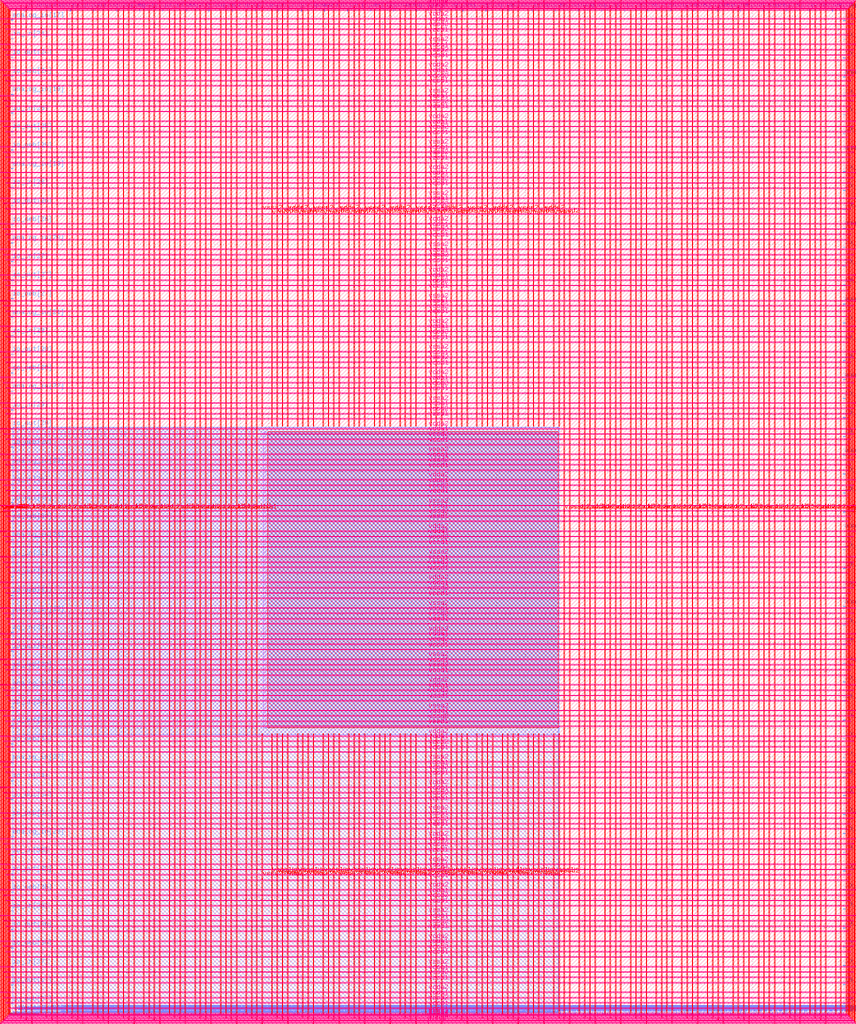
<source format=lef>
VERSION 5.7 ;
  NOWIREEXTENSIONATPIN ON ;
  DIVIDERCHAR "/" ;
  BUSBITCHARS "[]" ;
MACRO user_project_wrapper
  CLASS BLOCK ;
  FOREIGN user_project_wrapper ;
  ORIGIN 0.000 0.000 ;
  SIZE 2920.000 BY 3520.000 ;
  PIN analog_io[0]
    DIRECTION INOUT ;
    USE SIGNAL ;
    PORT
      LAYER met3 ;
        RECT 2917.600 1426.380 2924.800 1427.580 ;
    END
  END analog_io[0]
  PIN analog_io[10]
    DIRECTION INOUT ;
    USE SIGNAL ;
    PORT
      LAYER met2 ;
        RECT 2230.490 3517.600 2231.050 3524.800 ;
    END
  END analog_io[10]
  PIN analog_io[11]
    DIRECTION INOUT ;
    USE SIGNAL ;
    PORT
      LAYER met2 ;
        RECT 1905.730 3517.600 1906.290 3524.800 ;
    END
  END analog_io[11]
  PIN analog_io[12]
    DIRECTION INOUT ;
    USE SIGNAL ;
    PORT
      LAYER met2 ;
        RECT 1581.430 3517.600 1581.990 3524.800 ;
    END
  END analog_io[12]
  PIN analog_io[13]
    DIRECTION INOUT ;
    USE SIGNAL ;
    PORT
      LAYER met2 ;
        RECT 1257.130 3517.600 1257.690 3524.800 ;
    END
  END analog_io[13]
  PIN analog_io[14]
    DIRECTION INOUT ;
    USE SIGNAL ;
    PORT
      LAYER met2 ;
        RECT 932.370 3517.600 932.930 3524.800 ;
    END
  END analog_io[14]
  PIN analog_io[15]
    DIRECTION INOUT ;
    USE SIGNAL ;
    PORT
      LAYER met2 ;
        RECT 608.070 3517.600 608.630 3524.800 ;
    END
  END analog_io[15]
  PIN analog_io[16]
    DIRECTION INOUT ;
    USE SIGNAL ;
    PORT
      LAYER met2 ;
        RECT 283.770 3517.600 284.330 3524.800 ;
    END
  END analog_io[16]
  PIN analog_io[17]
    DIRECTION INOUT ;
    USE SIGNAL ;
    PORT
      LAYER met3 ;
        RECT -4.800 3486.100 2.400 3487.300 ;
    END
  END analog_io[17]
  PIN analog_io[18]
    DIRECTION INOUT ;
    USE SIGNAL ;
    PORT
      LAYER met3 ;
        RECT -4.800 3224.980 2.400 3226.180 ;
    END
  END analog_io[18]
  PIN analog_io[19]
    DIRECTION INOUT ;
    USE SIGNAL ;
    PORT
      LAYER met3 ;
        RECT -4.800 2964.540 2.400 2965.740 ;
    END
  END analog_io[19]
  PIN analog_io[1]
    DIRECTION INOUT ;
    USE SIGNAL ;
    PORT
      LAYER met3 ;
        RECT 2917.600 1692.260 2924.800 1693.460 ;
    END
  END analog_io[1]
  PIN analog_io[20]
    DIRECTION INOUT ;
    USE SIGNAL ;
    PORT
      LAYER met3 ;
        RECT -4.800 2703.420 2.400 2704.620 ;
    END
  END analog_io[20]
  PIN analog_io[21]
    DIRECTION INOUT ;
    USE SIGNAL ;
    PORT
      LAYER met3 ;
        RECT -4.800 2442.980 2.400 2444.180 ;
    END
  END analog_io[21]
  PIN analog_io[22]
    DIRECTION INOUT ;
    USE SIGNAL ;
    PORT
      LAYER met3 ;
        RECT -4.800 2182.540 2.400 2183.740 ;
    END
  END analog_io[22]
  PIN analog_io[23]
    DIRECTION INOUT ;
    USE SIGNAL ;
    PORT
      LAYER met3 ;
        RECT -4.800 1921.420 2.400 1922.620 ;
    END
  END analog_io[23]
  PIN analog_io[24]
    DIRECTION INOUT ;
    USE SIGNAL ;
    PORT
      LAYER met3 ;
        RECT -4.800 1660.980 2.400 1662.180 ;
    END
  END analog_io[24]
  PIN analog_io[25]
    DIRECTION INOUT ;
    USE SIGNAL ;
    PORT
      LAYER met3 ;
        RECT -4.800 1399.860 2.400 1401.060 ;
    END
  END analog_io[25]
  PIN analog_io[26]
    DIRECTION INOUT ;
    USE SIGNAL ;
    PORT
      LAYER met3 ;
        RECT -4.800 1139.420 2.400 1140.620 ;
    END
  END analog_io[26]
  PIN analog_io[27]
    DIRECTION INOUT ;
    USE SIGNAL ;
    PORT
      LAYER met3 ;
        RECT -4.800 878.980 2.400 880.180 ;
    END
  END analog_io[27]
  PIN analog_io[28]
    DIRECTION INOUT ;
    USE SIGNAL ;
    PORT
      LAYER met3 ;
        RECT -4.800 617.860 2.400 619.060 ;
    END
  END analog_io[28]
  PIN analog_io[2]
    DIRECTION INOUT ;
    USE SIGNAL ;
    PORT
      LAYER met3 ;
        RECT 2917.600 1958.140 2924.800 1959.340 ;
    END
  END analog_io[2]
  PIN analog_io[3]
    DIRECTION INOUT ;
    USE SIGNAL ;
    PORT
      LAYER met3 ;
        RECT 2917.600 2223.340 2924.800 2224.540 ;
    END
  END analog_io[3]
  PIN analog_io[4]
    DIRECTION INOUT ;
    USE SIGNAL ;
    PORT
      LAYER met3 ;
        RECT 2917.600 2489.220 2924.800 2490.420 ;
    END
  END analog_io[4]
  PIN analog_io[5]
    DIRECTION INOUT ;
    USE SIGNAL ;
    PORT
      LAYER met3 ;
        RECT 2917.600 2755.100 2924.800 2756.300 ;
    END
  END analog_io[5]
  PIN analog_io[6]
    DIRECTION INOUT ;
    USE SIGNAL ;
    PORT
      LAYER met3 ;
        RECT 2917.600 3020.300 2924.800 3021.500 ;
    END
  END analog_io[6]
  PIN analog_io[7]
    DIRECTION INOUT ;
    USE SIGNAL ;
    PORT
      LAYER met3 ;
        RECT 2917.600 3286.180 2924.800 3287.380 ;
    END
  END analog_io[7]
  PIN analog_io[8]
    DIRECTION INOUT ;
    USE SIGNAL ;
    PORT
      LAYER met2 ;
        RECT 2879.090 3517.600 2879.650 3524.800 ;
    END
  END analog_io[8]
  PIN analog_io[9]
    DIRECTION INOUT ;
    USE SIGNAL ;
    PORT
      LAYER met2 ;
        RECT 2554.790 3517.600 2555.350 3524.800 ;
    END
  END analog_io[9]
  PIN io_in[0]
    DIRECTION INPUT ;
    USE SIGNAL ;
    PORT
      LAYER met3 ;
        RECT 2917.600 32.380 2924.800 33.580 ;
    END
  END io_in[0]
  PIN io_in[10]
    DIRECTION INPUT ;
    USE SIGNAL ;
    PORT
      LAYER met3 ;
        RECT 2917.600 2289.980 2924.800 2291.180 ;
    END
  END io_in[10]
  PIN io_in[11]
    DIRECTION INPUT ;
    USE SIGNAL ;
    PORT
      LAYER met3 ;
        RECT 2917.600 2555.860 2924.800 2557.060 ;
    END
  END io_in[11]
  PIN io_in[12]
    DIRECTION INPUT ;
    USE SIGNAL ;
    PORT
      LAYER met3 ;
        RECT 2917.600 2821.060 2924.800 2822.260 ;
    END
  END io_in[12]
  PIN io_in[13]
    DIRECTION INPUT ;
    USE SIGNAL ;
    PORT
      LAYER met3 ;
        RECT 2917.600 3086.940 2924.800 3088.140 ;
    END
  END io_in[13]
  PIN io_in[14]
    DIRECTION INPUT ;
    USE SIGNAL ;
    PORT
      LAYER met3 ;
        RECT 2917.600 3352.820 2924.800 3354.020 ;
    END
  END io_in[14]
  PIN io_in[15]
    DIRECTION INPUT ;
    USE SIGNAL ;
    PORT
      LAYER met2 ;
        RECT 2798.130 3517.600 2798.690 3524.800 ;
    END
  END io_in[15]
  PIN io_in[16]
    DIRECTION INPUT ;
    USE SIGNAL ;
    PORT
      LAYER met2 ;
        RECT 2473.830 3517.600 2474.390 3524.800 ;
    END
  END io_in[16]
  PIN io_in[17]
    DIRECTION INPUT ;
    USE SIGNAL ;
    PORT
      LAYER met2 ;
        RECT 2149.070 3517.600 2149.630 3524.800 ;
    END
  END io_in[17]
  PIN io_in[18]
    DIRECTION INPUT ;
    USE SIGNAL ;
    PORT
      LAYER met2 ;
        RECT 1824.770 3517.600 1825.330 3524.800 ;
    END
  END io_in[18]
  PIN io_in[19]
    DIRECTION INPUT ;
    USE SIGNAL ;
    PORT
      LAYER met2 ;
        RECT 1500.470 3517.600 1501.030 3524.800 ;
    END
  END io_in[19]
  PIN io_in[1]
    DIRECTION INPUT ;
    USE SIGNAL ;
    PORT
      LAYER met3 ;
        RECT 2917.600 230.940 2924.800 232.140 ;
    END
  END io_in[1]
  PIN io_in[20]
    DIRECTION INPUT ;
    USE SIGNAL ;
    PORT
      LAYER met2 ;
        RECT 1175.710 3517.600 1176.270 3524.800 ;
    END
  END io_in[20]
  PIN io_in[21]
    DIRECTION INPUT ;
    USE SIGNAL ;
    PORT
      LAYER met2 ;
        RECT 851.410 3517.600 851.970 3524.800 ;
    END
  END io_in[21]
  PIN io_in[22]
    DIRECTION INPUT ;
    USE SIGNAL ;
    PORT
      LAYER met2 ;
        RECT 527.110 3517.600 527.670 3524.800 ;
    END
  END io_in[22]
  PIN io_in[23]
    DIRECTION INPUT ;
    USE SIGNAL ;
    PORT
      LAYER met2 ;
        RECT 202.350 3517.600 202.910 3524.800 ;
    END
  END io_in[23]
  PIN io_in[24]
    DIRECTION INPUT ;
    USE SIGNAL ;
    PORT
      LAYER met3 ;
        RECT -4.800 3420.820 2.400 3422.020 ;
    END
  END io_in[24]
  PIN io_in[25]
    DIRECTION INPUT ;
    USE SIGNAL ;
    PORT
      LAYER met3 ;
        RECT -4.800 3159.700 2.400 3160.900 ;
    END
  END io_in[25]
  PIN io_in[26]
    DIRECTION INPUT ;
    USE SIGNAL ;
    PORT
      LAYER met3 ;
        RECT -4.800 2899.260 2.400 2900.460 ;
    END
  END io_in[26]
  PIN io_in[27]
    DIRECTION INPUT ;
    USE SIGNAL ;
    PORT
      LAYER met3 ;
        RECT -4.800 2638.820 2.400 2640.020 ;
    END
  END io_in[27]
  PIN io_in[28]
    DIRECTION INPUT ;
    USE SIGNAL ;
    PORT
      LAYER met3 ;
        RECT -4.800 2377.700 2.400 2378.900 ;
    END
  END io_in[28]
  PIN io_in[29]
    DIRECTION INPUT ;
    USE SIGNAL ;
    PORT
      LAYER met3 ;
        RECT -4.800 2117.260 2.400 2118.460 ;
    END
  END io_in[29]
  PIN io_in[2]
    DIRECTION INPUT ;
    USE SIGNAL ;
    PORT
      LAYER met3 ;
        RECT 2917.600 430.180 2924.800 431.380 ;
    END
  END io_in[2]
  PIN io_in[30]
    DIRECTION INPUT ;
    USE SIGNAL ;
    PORT
      LAYER met3 ;
        RECT -4.800 1856.140 2.400 1857.340 ;
    END
  END io_in[30]
  PIN io_in[31]
    DIRECTION INPUT ;
    USE SIGNAL ;
    PORT
      LAYER met3 ;
        RECT -4.800 1595.700 2.400 1596.900 ;
    END
  END io_in[31]
  PIN io_in[32]
    DIRECTION INPUT ;
    USE SIGNAL ;
    PORT
      LAYER met3 ;
        RECT -4.800 1335.260 2.400 1336.460 ;
    END
  END io_in[32]
  PIN io_in[33]
    DIRECTION INPUT ;
    USE SIGNAL ;
    PORT
      LAYER met3 ;
        RECT -4.800 1074.140 2.400 1075.340 ;
    END
  END io_in[33]
  PIN io_in[34]
    DIRECTION INPUT ;
    USE SIGNAL ;
    PORT
      LAYER met3 ;
        RECT -4.800 813.700 2.400 814.900 ;
    END
  END io_in[34]
  PIN io_in[35]
    DIRECTION INPUT ;
    USE SIGNAL ;
    PORT
      LAYER met3 ;
        RECT -4.800 552.580 2.400 553.780 ;
    END
  END io_in[35]
  PIN io_in[36]
    DIRECTION INPUT ;
    USE SIGNAL ;
    PORT
      LAYER met3 ;
        RECT -4.800 357.420 2.400 358.620 ;
    END
  END io_in[36]
  PIN io_in[37]
    DIRECTION INPUT ;
    USE SIGNAL ;
    PORT
      LAYER met3 ;
        RECT -4.800 161.580 2.400 162.780 ;
    END
  END io_in[37]
  PIN io_in[3]
    DIRECTION INPUT ;
    USE SIGNAL ;
    PORT
      LAYER met3 ;
        RECT 2917.600 629.420 2924.800 630.620 ;
    END
  END io_in[3]
  PIN io_in[4]
    DIRECTION INPUT ;
    USE SIGNAL ;
    PORT
      LAYER met3 ;
        RECT 2917.600 828.660 2924.800 829.860 ;
    END
  END io_in[4]
  PIN io_in[5]
    DIRECTION INPUT ;
    USE SIGNAL ;
    PORT
      LAYER met3 ;
        RECT 2917.600 1027.900 2924.800 1029.100 ;
    END
  END io_in[5]
  PIN io_in[6]
    DIRECTION INPUT ;
    USE SIGNAL ;
    PORT
      LAYER met3 ;
        RECT 2917.600 1227.140 2924.800 1228.340 ;
    END
  END io_in[6]
  PIN io_in[7]
    DIRECTION INPUT ;
    USE SIGNAL ;
    PORT
      LAYER met3 ;
        RECT 2917.600 1493.020 2924.800 1494.220 ;
    END
  END io_in[7]
  PIN io_in[8]
    DIRECTION INPUT ;
    USE SIGNAL ;
    PORT
      LAYER met3 ;
        RECT 2917.600 1758.900 2924.800 1760.100 ;
    END
  END io_in[8]
  PIN io_in[9]
    DIRECTION INPUT ;
    USE SIGNAL ;
    PORT
      LAYER met3 ;
        RECT 2917.600 2024.100 2924.800 2025.300 ;
    END
  END io_in[9]
  PIN io_oeb[0]
    DIRECTION OUTPUT TRISTATE ;
    USE SIGNAL ;
    PORT
      LAYER met3 ;
        RECT 2917.600 164.980 2924.800 166.180 ;
    END
  END io_oeb[0]
  PIN io_oeb[10]
    DIRECTION OUTPUT TRISTATE ;
    USE SIGNAL ;
    PORT
      LAYER met3 ;
        RECT 2917.600 2422.580 2924.800 2423.780 ;
    END
  END io_oeb[10]
  PIN io_oeb[11]
    DIRECTION OUTPUT TRISTATE ;
    USE SIGNAL ;
    PORT
      LAYER met3 ;
        RECT 2917.600 2688.460 2924.800 2689.660 ;
    END
  END io_oeb[11]
  PIN io_oeb[12]
    DIRECTION OUTPUT TRISTATE ;
    USE SIGNAL ;
    PORT
      LAYER met3 ;
        RECT 2917.600 2954.340 2924.800 2955.540 ;
    END
  END io_oeb[12]
  PIN io_oeb[13]
    DIRECTION OUTPUT TRISTATE ;
    USE SIGNAL ;
    PORT
      LAYER met3 ;
        RECT 2917.600 3219.540 2924.800 3220.740 ;
    END
  END io_oeb[13]
  PIN io_oeb[14]
    DIRECTION OUTPUT TRISTATE ;
    USE SIGNAL ;
    PORT
      LAYER met3 ;
        RECT 2917.600 3485.420 2924.800 3486.620 ;
    END
  END io_oeb[14]
  PIN io_oeb[15]
    DIRECTION OUTPUT TRISTATE ;
    USE SIGNAL ;
    PORT
      LAYER met2 ;
        RECT 2635.750 3517.600 2636.310 3524.800 ;
    END
  END io_oeb[15]
  PIN io_oeb[16]
    DIRECTION OUTPUT TRISTATE ;
    USE SIGNAL ;
    PORT
      LAYER met2 ;
        RECT 2311.450 3517.600 2312.010 3524.800 ;
    END
  END io_oeb[16]
  PIN io_oeb[17]
    DIRECTION OUTPUT TRISTATE ;
    USE SIGNAL ;
    PORT
      LAYER met2 ;
        RECT 1987.150 3517.600 1987.710 3524.800 ;
    END
  END io_oeb[17]
  PIN io_oeb[18]
    DIRECTION OUTPUT TRISTATE ;
    USE SIGNAL ;
    PORT
      LAYER met2 ;
        RECT 1662.390 3517.600 1662.950 3524.800 ;
    END
  END io_oeb[18]
  PIN io_oeb[19]
    DIRECTION OUTPUT TRISTATE ;
    USE SIGNAL ;
    PORT
      LAYER met2 ;
        RECT 1338.090 3517.600 1338.650 3524.800 ;
    END
  END io_oeb[19]
  PIN io_oeb[1]
    DIRECTION OUTPUT TRISTATE ;
    USE SIGNAL ;
    PORT
      LAYER met3 ;
        RECT 2917.600 364.220 2924.800 365.420 ;
    END
  END io_oeb[1]
  PIN io_oeb[20]
    DIRECTION OUTPUT TRISTATE ;
    USE SIGNAL ;
    PORT
      LAYER met2 ;
        RECT 1013.790 3517.600 1014.350 3524.800 ;
    END
  END io_oeb[20]
  PIN io_oeb[21]
    DIRECTION OUTPUT TRISTATE ;
    USE SIGNAL ;
    PORT
      LAYER met2 ;
        RECT 689.030 3517.600 689.590 3524.800 ;
    END
  END io_oeb[21]
  PIN io_oeb[22]
    DIRECTION OUTPUT TRISTATE ;
    USE SIGNAL ;
    PORT
      LAYER met2 ;
        RECT 364.730 3517.600 365.290 3524.800 ;
    END
  END io_oeb[22]
  PIN io_oeb[23]
    DIRECTION OUTPUT TRISTATE ;
    USE SIGNAL ;
    PORT
      LAYER met2 ;
        RECT 40.430 3517.600 40.990 3524.800 ;
    END
  END io_oeb[23]
  PIN io_oeb[24]
    DIRECTION OUTPUT TRISTATE ;
    USE SIGNAL ;
    PORT
      LAYER met3 ;
        RECT -4.800 3290.260 2.400 3291.460 ;
    END
  END io_oeb[24]
  PIN io_oeb[25]
    DIRECTION OUTPUT TRISTATE ;
    USE SIGNAL ;
    PORT
      LAYER met3 ;
        RECT -4.800 3029.820 2.400 3031.020 ;
    END
  END io_oeb[25]
  PIN io_oeb[26]
    DIRECTION OUTPUT TRISTATE ;
    USE SIGNAL ;
    PORT
      LAYER met3 ;
        RECT -4.800 2768.700 2.400 2769.900 ;
    END
  END io_oeb[26]
  PIN io_oeb[27]
    DIRECTION OUTPUT TRISTATE ;
    USE SIGNAL ;
    PORT
      LAYER met3 ;
        RECT -4.800 2508.260 2.400 2509.460 ;
    END
  END io_oeb[27]
  PIN io_oeb[28]
    DIRECTION OUTPUT TRISTATE ;
    USE SIGNAL ;
    PORT
      LAYER met3 ;
        RECT -4.800 2247.140 2.400 2248.340 ;
    END
  END io_oeb[28]
  PIN io_oeb[29]
    DIRECTION OUTPUT TRISTATE ;
    USE SIGNAL ;
    PORT
      LAYER met3 ;
        RECT -4.800 1986.700 2.400 1987.900 ;
    END
  END io_oeb[29]
  PIN io_oeb[2]
    DIRECTION OUTPUT TRISTATE ;
    USE SIGNAL ;
    PORT
      LAYER met3 ;
        RECT 2917.600 563.460 2924.800 564.660 ;
    END
  END io_oeb[2]
  PIN io_oeb[30]
    DIRECTION OUTPUT TRISTATE ;
    USE SIGNAL ;
    PORT
      LAYER met3 ;
        RECT -4.800 1726.260 2.400 1727.460 ;
    END
  END io_oeb[30]
  PIN io_oeb[31]
    DIRECTION OUTPUT TRISTATE ;
    USE SIGNAL ;
    PORT
      LAYER met3 ;
        RECT -4.800 1465.140 2.400 1466.340 ;
    END
  END io_oeb[31]
  PIN io_oeb[32]
    DIRECTION OUTPUT TRISTATE ;
    USE SIGNAL ;
    PORT
      LAYER met3 ;
        RECT -4.800 1204.700 2.400 1205.900 ;
    END
  END io_oeb[32]
  PIN io_oeb[33]
    DIRECTION OUTPUT TRISTATE ;
    USE SIGNAL ;
    PORT
      LAYER met3 ;
        RECT -4.800 943.580 2.400 944.780 ;
    END
  END io_oeb[33]
  PIN io_oeb[34]
    DIRECTION OUTPUT TRISTATE ;
    USE SIGNAL ;
    PORT
      LAYER met3 ;
        RECT -4.800 683.140 2.400 684.340 ;
    END
  END io_oeb[34]
  PIN io_oeb[35]
    DIRECTION OUTPUT TRISTATE ;
    USE SIGNAL ;
    PORT
      LAYER met3 ;
        RECT -4.800 422.700 2.400 423.900 ;
    END
  END io_oeb[35]
  PIN io_oeb[36]
    DIRECTION OUTPUT TRISTATE ;
    USE SIGNAL ;
    PORT
      LAYER met3 ;
        RECT -4.800 226.860 2.400 228.060 ;
    END
  END io_oeb[36]
  PIN io_oeb[37]
    DIRECTION OUTPUT TRISTATE ;
    USE SIGNAL ;
    PORT
      LAYER met3 ;
        RECT -4.800 31.700 2.400 32.900 ;
    END
  END io_oeb[37]
  PIN io_oeb[3]
    DIRECTION OUTPUT TRISTATE ;
    USE SIGNAL ;
    PORT
      LAYER met3 ;
        RECT 2917.600 762.700 2924.800 763.900 ;
    END
  END io_oeb[3]
  PIN io_oeb[4]
    DIRECTION OUTPUT TRISTATE ;
    USE SIGNAL ;
    PORT
      LAYER met3 ;
        RECT 2917.600 961.940 2924.800 963.140 ;
    END
  END io_oeb[4]
  PIN io_oeb[5]
    DIRECTION OUTPUT TRISTATE ;
    USE SIGNAL ;
    PORT
      LAYER met3 ;
        RECT 2917.600 1161.180 2924.800 1162.380 ;
    END
  END io_oeb[5]
  PIN io_oeb[6]
    DIRECTION OUTPUT TRISTATE ;
    USE SIGNAL ;
    PORT
      LAYER met3 ;
        RECT 2917.600 1360.420 2924.800 1361.620 ;
    END
  END io_oeb[6]
  PIN io_oeb[7]
    DIRECTION OUTPUT TRISTATE ;
    USE SIGNAL ;
    PORT
      LAYER met3 ;
        RECT 2917.600 1625.620 2924.800 1626.820 ;
    END
  END io_oeb[7]
  PIN io_oeb[8]
    DIRECTION OUTPUT TRISTATE ;
    USE SIGNAL ;
    PORT
      LAYER met3 ;
        RECT 2917.600 1891.500 2924.800 1892.700 ;
    END
  END io_oeb[8]
  PIN io_oeb[9]
    DIRECTION OUTPUT TRISTATE ;
    USE SIGNAL ;
    PORT
      LAYER met3 ;
        RECT 2917.600 2157.380 2924.800 2158.580 ;
    END
  END io_oeb[9]
  PIN io_out[0]
    DIRECTION OUTPUT TRISTATE ;
    USE SIGNAL ;
    PORT
      LAYER met3 ;
        RECT 2917.600 98.340 2924.800 99.540 ;
    END
  END io_out[0]
  PIN io_out[10]
    DIRECTION OUTPUT TRISTATE ;
    USE SIGNAL ;
    PORT
      LAYER met3 ;
        RECT 2917.600 2356.620 2924.800 2357.820 ;
    END
  END io_out[10]
  PIN io_out[11]
    DIRECTION OUTPUT TRISTATE ;
    USE SIGNAL ;
    PORT
      LAYER met3 ;
        RECT 2917.600 2621.820 2924.800 2623.020 ;
    END
  END io_out[11]
  PIN io_out[12]
    DIRECTION OUTPUT TRISTATE ;
    USE SIGNAL ;
    PORT
      LAYER met3 ;
        RECT 2917.600 2887.700 2924.800 2888.900 ;
    END
  END io_out[12]
  PIN io_out[13]
    DIRECTION OUTPUT TRISTATE ;
    USE SIGNAL ;
    PORT
      LAYER met3 ;
        RECT 2917.600 3153.580 2924.800 3154.780 ;
    END
  END io_out[13]
  PIN io_out[14]
    DIRECTION OUTPUT TRISTATE ;
    USE SIGNAL ;
    PORT
      LAYER met3 ;
        RECT 2917.600 3418.780 2924.800 3419.980 ;
    END
  END io_out[14]
  PIN io_out[15]
    DIRECTION OUTPUT TRISTATE ;
    USE SIGNAL ;
    PORT
      LAYER met2 ;
        RECT 2717.170 3517.600 2717.730 3524.800 ;
    END
  END io_out[15]
  PIN io_out[16]
    DIRECTION OUTPUT TRISTATE ;
    USE SIGNAL ;
    PORT
      LAYER met2 ;
        RECT 2392.410 3517.600 2392.970 3524.800 ;
    END
  END io_out[16]
  PIN io_out[17]
    DIRECTION OUTPUT TRISTATE ;
    USE SIGNAL ;
    PORT
      LAYER met2 ;
        RECT 2068.110 3517.600 2068.670 3524.800 ;
    END
  END io_out[17]
  PIN io_out[18]
    DIRECTION OUTPUT TRISTATE ;
    USE SIGNAL ;
    PORT
      LAYER met2 ;
        RECT 1743.810 3517.600 1744.370 3524.800 ;
    END
  END io_out[18]
  PIN io_out[19]
    DIRECTION OUTPUT TRISTATE ;
    USE SIGNAL ;
    PORT
      LAYER met2 ;
        RECT 1419.050 3517.600 1419.610 3524.800 ;
    END
  END io_out[19]
  PIN io_out[1]
    DIRECTION OUTPUT TRISTATE ;
    USE SIGNAL ;
    PORT
      LAYER met3 ;
        RECT 2917.600 297.580 2924.800 298.780 ;
    END
  END io_out[1]
  PIN io_out[20]
    DIRECTION OUTPUT TRISTATE ;
    USE SIGNAL ;
    PORT
      LAYER met2 ;
        RECT 1094.750 3517.600 1095.310 3524.800 ;
    END
  END io_out[20]
  PIN io_out[21]
    DIRECTION OUTPUT TRISTATE ;
    USE SIGNAL ;
    PORT
      LAYER met2 ;
        RECT 770.450 3517.600 771.010 3524.800 ;
    END
  END io_out[21]
  PIN io_out[22]
    DIRECTION OUTPUT TRISTATE ;
    USE SIGNAL ;
    PORT
      LAYER met2 ;
        RECT 445.690 3517.600 446.250 3524.800 ;
    END
  END io_out[22]
  PIN io_out[23]
    DIRECTION OUTPUT TRISTATE ;
    USE SIGNAL ;
    PORT
      LAYER met2 ;
        RECT 121.390 3517.600 121.950 3524.800 ;
    END
  END io_out[23]
  PIN io_out[24]
    DIRECTION OUTPUT TRISTATE ;
    USE SIGNAL ;
    PORT
      LAYER met3 ;
        RECT -4.800 3355.540 2.400 3356.740 ;
    END
  END io_out[24]
  PIN io_out[25]
    DIRECTION OUTPUT TRISTATE ;
    USE SIGNAL ;
    PORT
      LAYER met3 ;
        RECT -4.800 3095.100 2.400 3096.300 ;
    END
  END io_out[25]
  PIN io_out[26]
    DIRECTION OUTPUT TRISTATE ;
    USE SIGNAL ;
    PORT
      LAYER met3 ;
        RECT -4.800 2833.980 2.400 2835.180 ;
    END
  END io_out[26]
  PIN io_out[27]
    DIRECTION OUTPUT TRISTATE ;
    USE SIGNAL ;
    PORT
      LAYER met3 ;
        RECT -4.800 2573.540 2.400 2574.740 ;
    END
  END io_out[27]
  PIN io_out[28]
    DIRECTION OUTPUT TRISTATE ;
    USE SIGNAL ;
    PORT
      LAYER met3 ;
        RECT -4.800 2312.420 2.400 2313.620 ;
    END
  END io_out[28]
  PIN io_out[29]
    DIRECTION OUTPUT TRISTATE ;
    USE SIGNAL ;
    PORT
      LAYER met3 ;
        RECT -4.800 2051.980 2.400 2053.180 ;
    END
  END io_out[29]
  PIN io_out[2]
    DIRECTION OUTPUT TRISTATE ;
    USE SIGNAL ;
    PORT
      LAYER met3 ;
        RECT 2917.600 496.820 2924.800 498.020 ;
    END
  END io_out[2]
  PIN io_out[30]
    DIRECTION OUTPUT TRISTATE ;
    USE SIGNAL ;
    PORT
      LAYER met3 ;
        RECT -4.800 1791.540 2.400 1792.740 ;
    END
  END io_out[30]
  PIN io_out[31]
    DIRECTION OUTPUT TRISTATE ;
    USE SIGNAL ;
    PORT
      LAYER met3 ;
        RECT -4.800 1530.420 2.400 1531.620 ;
    END
  END io_out[31]
  PIN io_out[32]
    DIRECTION OUTPUT TRISTATE ;
    USE SIGNAL ;
    PORT
      LAYER met3 ;
        RECT -4.800 1269.980 2.400 1271.180 ;
    END
  END io_out[32]
  PIN io_out[33]
    DIRECTION OUTPUT TRISTATE ;
    USE SIGNAL ;
    PORT
      LAYER met3 ;
        RECT -4.800 1008.860 2.400 1010.060 ;
    END
  END io_out[33]
  PIN io_out[34]
    DIRECTION OUTPUT TRISTATE ;
    USE SIGNAL ;
    PORT
      LAYER met3 ;
        RECT -4.800 748.420 2.400 749.620 ;
    END
  END io_out[34]
  PIN io_out[35]
    DIRECTION OUTPUT TRISTATE ;
    USE SIGNAL ;
    PORT
      LAYER met3 ;
        RECT -4.800 487.300 2.400 488.500 ;
    END
  END io_out[35]
  PIN io_out[36]
    DIRECTION OUTPUT TRISTATE ;
    USE SIGNAL ;
    PORT
      LAYER met3 ;
        RECT -4.800 292.140 2.400 293.340 ;
    END
  END io_out[36]
  PIN io_out[37]
    DIRECTION OUTPUT TRISTATE ;
    USE SIGNAL ;
    PORT
      LAYER met3 ;
        RECT -4.800 96.300 2.400 97.500 ;
    END
  END io_out[37]
  PIN io_out[3]
    DIRECTION OUTPUT TRISTATE ;
    USE SIGNAL ;
    PORT
      LAYER met3 ;
        RECT 2917.600 696.060 2924.800 697.260 ;
    END
  END io_out[3]
  PIN io_out[4]
    DIRECTION OUTPUT TRISTATE ;
    USE SIGNAL ;
    PORT
      LAYER met3 ;
        RECT 2917.600 895.300 2924.800 896.500 ;
    END
  END io_out[4]
  PIN io_out[5]
    DIRECTION OUTPUT TRISTATE ;
    USE SIGNAL ;
    PORT
      LAYER met3 ;
        RECT 2917.600 1094.540 2924.800 1095.740 ;
    END
  END io_out[5]
  PIN io_out[6]
    DIRECTION OUTPUT TRISTATE ;
    USE SIGNAL ;
    PORT
      LAYER met3 ;
        RECT 2917.600 1293.780 2924.800 1294.980 ;
    END
  END io_out[6]
  PIN io_out[7]
    DIRECTION OUTPUT TRISTATE ;
    USE SIGNAL ;
    PORT
      LAYER met3 ;
        RECT 2917.600 1559.660 2924.800 1560.860 ;
    END
  END io_out[7]
  PIN io_out[8]
    DIRECTION OUTPUT TRISTATE ;
    USE SIGNAL ;
    PORT
      LAYER met3 ;
        RECT 2917.600 1824.860 2924.800 1826.060 ;
    END
  END io_out[8]
  PIN io_out[9]
    DIRECTION OUTPUT TRISTATE ;
    USE SIGNAL ;
    PORT
      LAYER met3 ;
        RECT 2917.600 2090.740 2924.800 2091.940 ;
    END
  END io_out[9]
  PIN la_data_in[0]
    DIRECTION INPUT ;
    USE SIGNAL ;
    PORT
      LAYER met2 ;
        RECT 629.230 -4.800 629.790 2.400 ;
    END
  END la_data_in[0]
  PIN la_data_in[100]
    DIRECTION INPUT ;
    USE SIGNAL ;
    PORT
      LAYER met2 ;
        RECT 2402.530 -4.800 2403.090 2.400 ;
    END
  END la_data_in[100]
  PIN la_data_in[101]
    DIRECTION INPUT ;
    USE SIGNAL ;
    PORT
      LAYER met2 ;
        RECT 2420.010 -4.800 2420.570 2.400 ;
    END
  END la_data_in[101]
  PIN la_data_in[102]
    DIRECTION INPUT ;
    USE SIGNAL ;
    PORT
      LAYER met2 ;
        RECT 2437.950 -4.800 2438.510 2.400 ;
    END
  END la_data_in[102]
  PIN la_data_in[103]
    DIRECTION INPUT ;
    USE SIGNAL ;
    PORT
      LAYER met2 ;
        RECT 2455.430 -4.800 2455.990 2.400 ;
    END
  END la_data_in[103]
  PIN la_data_in[104]
    DIRECTION INPUT ;
    USE SIGNAL ;
    PORT
      LAYER met2 ;
        RECT 2473.370 -4.800 2473.930 2.400 ;
    END
  END la_data_in[104]
  PIN la_data_in[105]
    DIRECTION INPUT ;
    USE SIGNAL ;
    PORT
      LAYER met2 ;
        RECT 2490.850 -4.800 2491.410 2.400 ;
    END
  END la_data_in[105]
  PIN la_data_in[106]
    DIRECTION INPUT ;
    USE SIGNAL ;
    PORT
      LAYER met2 ;
        RECT 2508.790 -4.800 2509.350 2.400 ;
    END
  END la_data_in[106]
  PIN la_data_in[107]
    DIRECTION INPUT ;
    USE SIGNAL ;
    PORT
      LAYER met2 ;
        RECT 2526.730 -4.800 2527.290 2.400 ;
    END
  END la_data_in[107]
  PIN la_data_in[108]
    DIRECTION INPUT ;
    USE SIGNAL ;
    PORT
      LAYER met2 ;
        RECT 2544.210 -4.800 2544.770 2.400 ;
    END
  END la_data_in[108]
  PIN la_data_in[109]
    DIRECTION INPUT ;
    USE SIGNAL ;
    PORT
      LAYER met2 ;
        RECT 2562.150 -4.800 2562.710 2.400 ;
    END
  END la_data_in[109]
  PIN la_data_in[10]
    DIRECTION INPUT ;
    USE SIGNAL ;
    PORT
      LAYER met2 ;
        RECT 806.330 -4.800 806.890 2.400 ;
    END
  END la_data_in[10]
  PIN la_data_in[110]
    DIRECTION INPUT ;
    USE SIGNAL ;
    PORT
      LAYER met2 ;
        RECT 2579.630 -4.800 2580.190 2.400 ;
    END
  END la_data_in[110]
  PIN la_data_in[111]
    DIRECTION INPUT ;
    USE SIGNAL ;
    PORT
      LAYER met2 ;
        RECT 2597.570 -4.800 2598.130 2.400 ;
    END
  END la_data_in[111]
  PIN la_data_in[112]
    DIRECTION INPUT ;
    USE SIGNAL ;
    PORT
      LAYER met2 ;
        RECT 2615.050 -4.800 2615.610 2.400 ;
    END
  END la_data_in[112]
  PIN la_data_in[113]
    DIRECTION INPUT ;
    USE SIGNAL ;
    PORT
      LAYER met2 ;
        RECT 2632.990 -4.800 2633.550 2.400 ;
    END
  END la_data_in[113]
  PIN la_data_in[114]
    DIRECTION INPUT ;
    USE SIGNAL ;
    PORT
      LAYER met2 ;
        RECT 2650.470 -4.800 2651.030 2.400 ;
    END
  END la_data_in[114]
  PIN la_data_in[115]
    DIRECTION INPUT ;
    USE SIGNAL ;
    PORT
      LAYER met2 ;
        RECT 2668.410 -4.800 2668.970 2.400 ;
    END
  END la_data_in[115]
  PIN la_data_in[116]
    DIRECTION INPUT ;
    USE SIGNAL ;
    PORT
      LAYER met2 ;
        RECT 2685.890 -4.800 2686.450 2.400 ;
    END
  END la_data_in[116]
  PIN la_data_in[117]
    DIRECTION INPUT ;
    USE SIGNAL ;
    PORT
      LAYER met2 ;
        RECT 2703.830 -4.800 2704.390 2.400 ;
    END
  END la_data_in[117]
  PIN la_data_in[118]
    DIRECTION INPUT ;
    USE SIGNAL ;
    PORT
      LAYER met2 ;
        RECT 2721.770 -4.800 2722.330 2.400 ;
    END
  END la_data_in[118]
  PIN la_data_in[119]
    DIRECTION INPUT ;
    USE SIGNAL ;
    PORT
      LAYER met2 ;
        RECT 2739.250 -4.800 2739.810 2.400 ;
    END
  END la_data_in[119]
  PIN la_data_in[11]
    DIRECTION INPUT ;
    USE SIGNAL ;
    PORT
      LAYER met2 ;
        RECT 824.270 -4.800 824.830 2.400 ;
    END
  END la_data_in[11]
  PIN la_data_in[120]
    DIRECTION INPUT ;
    USE SIGNAL ;
    PORT
      LAYER met2 ;
        RECT 2757.190 -4.800 2757.750 2.400 ;
    END
  END la_data_in[120]
  PIN la_data_in[121]
    DIRECTION INPUT ;
    USE SIGNAL ;
    PORT
      LAYER met2 ;
        RECT 2774.670 -4.800 2775.230 2.400 ;
    END
  END la_data_in[121]
  PIN la_data_in[122]
    DIRECTION INPUT ;
    USE SIGNAL ;
    PORT
      LAYER met2 ;
        RECT 2792.610 -4.800 2793.170 2.400 ;
    END
  END la_data_in[122]
  PIN la_data_in[123]
    DIRECTION INPUT ;
    USE SIGNAL ;
    PORT
      LAYER met2 ;
        RECT 2810.090 -4.800 2810.650 2.400 ;
    END
  END la_data_in[123]
  PIN la_data_in[124]
    DIRECTION INPUT ;
    USE SIGNAL ;
    PORT
      LAYER met2 ;
        RECT 2828.030 -4.800 2828.590 2.400 ;
    END
  END la_data_in[124]
  PIN la_data_in[125]
    DIRECTION INPUT ;
    USE SIGNAL ;
    PORT
      LAYER met2 ;
        RECT 2845.510 -4.800 2846.070 2.400 ;
    END
  END la_data_in[125]
  PIN la_data_in[126]
    DIRECTION INPUT ;
    USE SIGNAL ;
    PORT
      LAYER met2 ;
        RECT 2863.450 -4.800 2864.010 2.400 ;
    END
  END la_data_in[126]
  PIN la_data_in[127]
    DIRECTION INPUT ;
    USE SIGNAL ;
    PORT
      LAYER met2 ;
        RECT 2881.390 -4.800 2881.950 2.400 ;
    END
  END la_data_in[127]
  PIN la_data_in[12]
    DIRECTION INPUT ;
    USE SIGNAL ;
    PORT
      LAYER met2 ;
        RECT 841.750 -4.800 842.310 2.400 ;
    END
  END la_data_in[12]
  PIN la_data_in[13]
    DIRECTION INPUT ;
    USE SIGNAL ;
    PORT
      LAYER met2 ;
        RECT 859.690 -4.800 860.250 2.400 ;
    END
  END la_data_in[13]
  PIN la_data_in[14]
    DIRECTION INPUT ;
    USE SIGNAL ;
    PORT
      LAYER met2 ;
        RECT 877.170 -4.800 877.730 2.400 ;
    END
  END la_data_in[14]
  PIN la_data_in[15]
    DIRECTION INPUT ;
    USE SIGNAL ;
    PORT
      LAYER met2 ;
        RECT 895.110 -4.800 895.670 2.400 ;
    END
  END la_data_in[15]
  PIN la_data_in[16]
    DIRECTION INPUT ;
    USE SIGNAL ;
    PORT
      LAYER met2 ;
        RECT 912.590 -4.800 913.150 2.400 ;
    END
  END la_data_in[16]
  PIN la_data_in[17]
    DIRECTION INPUT ;
    USE SIGNAL ;
    PORT
      LAYER met2 ;
        RECT 930.530 -4.800 931.090 2.400 ;
    END
  END la_data_in[17]
  PIN la_data_in[18]
    DIRECTION INPUT ;
    USE SIGNAL ;
    PORT
      LAYER met2 ;
        RECT 948.470 -4.800 949.030 2.400 ;
    END
  END la_data_in[18]
  PIN la_data_in[19]
    DIRECTION INPUT ;
    USE SIGNAL ;
    PORT
      LAYER met2 ;
        RECT 965.950 -4.800 966.510 2.400 ;
    END
  END la_data_in[19]
  PIN la_data_in[1]
    DIRECTION INPUT ;
    USE SIGNAL ;
    PORT
      LAYER met2 ;
        RECT 646.710 -4.800 647.270 2.400 ;
    END
  END la_data_in[1]
  PIN la_data_in[20]
    DIRECTION INPUT ;
    USE SIGNAL ;
    PORT
      LAYER met2 ;
        RECT 983.890 -4.800 984.450 2.400 ;
    END
  END la_data_in[20]
  PIN la_data_in[21]
    DIRECTION INPUT ;
    USE SIGNAL ;
    PORT
      LAYER met2 ;
        RECT 1001.370 -4.800 1001.930 2.400 ;
    END
  END la_data_in[21]
  PIN la_data_in[22]
    DIRECTION INPUT ;
    USE SIGNAL ;
    PORT
      LAYER met2 ;
        RECT 1019.310 -4.800 1019.870 2.400 ;
    END
  END la_data_in[22]
  PIN la_data_in[23]
    DIRECTION INPUT ;
    USE SIGNAL ;
    PORT
      LAYER met2 ;
        RECT 1036.790 -4.800 1037.350 2.400 ;
    END
  END la_data_in[23]
  PIN la_data_in[24]
    DIRECTION INPUT ;
    USE SIGNAL ;
    PORT
      LAYER met2 ;
        RECT 1054.730 -4.800 1055.290 2.400 ;
    END
  END la_data_in[24]
  PIN la_data_in[25]
    DIRECTION INPUT ;
    USE SIGNAL ;
    PORT
      LAYER met2 ;
        RECT 1072.210 -4.800 1072.770 2.400 ;
    END
  END la_data_in[25]
  PIN la_data_in[26]
    DIRECTION INPUT ;
    USE SIGNAL ;
    PORT
      LAYER met2 ;
        RECT 1090.150 -4.800 1090.710 2.400 ;
    END
  END la_data_in[26]
  PIN la_data_in[27]
    DIRECTION INPUT ;
    USE SIGNAL ;
    PORT
      LAYER met2 ;
        RECT 1107.630 -4.800 1108.190 2.400 ;
    END
  END la_data_in[27]
  PIN la_data_in[28]
    DIRECTION INPUT ;
    USE SIGNAL ;
    PORT
      LAYER met2 ;
        RECT 1125.570 -4.800 1126.130 2.400 ;
    END
  END la_data_in[28]
  PIN la_data_in[29]
    DIRECTION INPUT ;
    USE SIGNAL ;
    PORT
      LAYER met2 ;
        RECT 1143.510 -4.800 1144.070 2.400 ;
    END
  END la_data_in[29]
  PIN la_data_in[2]
    DIRECTION INPUT ;
    USE SIGNAL ;
    PORT
      LAYER met2 ;
        RECT 664.650 -4.800 665.210 2.400 ;
    END
  END la_data_in[2]
  PIN la_data_in[30]
    DIRECTION INPUT ;
    USE SIGNAL ;
    PORT
      LAYER met2 ;
        RECT 1160.990 -4.800 1161.550 2.400 ;
    END
  END la_data_in[30]
  PIN la_data_in[31]
    DIRECTION INPUT ;
    USE SIGNAL ;
    PORT
      LAYER met2 ;
        RECT 1178.930 -4.800 1179.490 2.400 ;
    END
  END la_data_in[31]
  PIN la_data_in[32]
    DIRECTION INPUT ;
    USE SIGNAL ;
    PORT
      LAYER met2 ;
        RECT 1196.410 -4.800 1196.970 2.400 ;
    END
  END la_data_in[32]
  PIN la_data_in[33]
    DIRECTION INPUT ;
    USE SIGNAL ;
    PORT
      LAYER met2 ;
        RECT 1214.350 -4.800 1214.910 2.400 ;
    END
  END la_data_in[33]
  PIN la_data_in[34]
    DIRECTION INPUT ;
    USE SIGNAL ;
    PORT
      LAYER met2 ;
        RECT 1231.830 -4.800 1232.390 2.400 ;
    END
  END la_data_in[34]
  PIN la_data_in[35]
    DIRECTION INPUT ;
    USE SIGNAL ;
    PORT
      LAYER met2 ;
        RECT 1249.770 -4.800 1250.330 2.400 ;
    END
  END la_data_in[35]
  PIN la_data_in[36]
    DIRECTION INPUT ;
    USE SIGNAL ;
    PORT
      LAYER met2 ;
        RECT 1267.250 -4.800 1267.810 2.400 ;
    END
  END la_data_in[36]
  PIN la_data_in[37]
    DIRECTION INPUT ;
    USE SIGNAL ;
    PORT
      LAYER met2 ;
        RECT 1285.190 -4.800 1285.750 2.400 ;
    END
  END la_data_in[37]
  PIN la_data_in[38]
    DIRECTION INPUT ;
    USE SIGNAL ;
    PORT
      LAYER met2 ;
        RECT 1303.130 -4.800 1303.690 2.400 ;
    END
  END la_data_in[38]
  PIN la_data_in[39]
    DIRECTION INPUT ;
    USE SIGNAL ;
    PORT
      LAYER met2 ;
        RECT 1320.610 -4.800 1321.170 2.400 ;
    END
  END la_data_in[39]
  PIN la_data_in[3]
    DIRECTION INPUT ;
    USE SIGNAL ;
    PORT
      LAYER met2 ;
        RECT 682.130 -4.800 682.690 2.400 ;
    END
  END la_data_in[3]
  PIN la_data_in[40]
    DIRECTION INPUT ;
    USE SIGNAL ;
    PORT
      LAYER met2 ;
        RECT 1338.550 -4.800 1339.110 2.400 ;
    END
  END la_data_in[40]
  PIN la_data_in[41]
    DIRECTION INPUT ;
    USE SIGNAL ;
    PORT
      LAYER met2 ;
        RECT 1356.030 -4.800 1356.590 2.400 ;
    END
  END la_data_in[41]
  PIN la_data_in[42]
    DIRECTION INPUT ;
    USE SIGNAL ;
    PORT
      LAYER met2 ;
        RECT 1373.970 -4.800 1374.530 2.400 ;
    END
  END la_data_in[42]
  PIN la_data_in[43]
    DIRECTION INPUT ;
    USE SIGNAL ;
    PORT
      LAYER met2 ;
        RECT 1391.450 -4.800 1392.010 2.400 ;
    END
  END la_data_in[43]
  PIN la_data_in[44]
    DIRECTION INPUT ;
    USE SIGNAL ;
    PORT
      LAYER met2 ;
        RECT 1409.390 -4.800 1409.950 2.400 ;
    END
  END la_data_in[44]
  PIN la_data_in[45]
    DIRECTION INPUT ;
    USE SIGNAL ;
    PORT
      LAYER met2 ;
        RECT 1426.870 -4.800 1427.430 2.400 ;
    END
  END la_data_in[45]
  PIN la_data_in[46]
    DIRECTION INPUT ;
    USE SIGNAL ;
    PORT
      LAYER met2 ;
        RECT 1444.810 -4.800 1445.370 2.400 ;
    END
  END la_data_in[46]
  PIN la_data_in[47]
    DIRECTION INPUT ;
    USE SIGNAL ;
    PORT
      LAYER met2 ;
        RECT 1462.750 -4.800 1463.310 2.400 ;
    END
  END la_data_in[47]
  PIN la_data_in[48]
    DIRECTION INPUT ;
    USE SIGNAL ;
    PORT
      LAYER met2 ;
        RECT 1480.230 -4.800 1480.790 2.400 ;
    END
  END la_data_in[48]
  PIN la_data_in[49]
    DIRECTION INPUT ;
    USE SIGNAL ;
    PORT
      LAYER met2 ;
        RECT 1498.170 -4.800 1498.730 2.400 ;
    END
  END la_data_in[49]
  PIN la_data_in[4]
    DIRECTION INPUT ;
    USE SIGNAL ;
    PORT
      LAYER met2 ;
        RECT 700.070 -4.800 700.630 2.400 ;
    END
  END la_data_in[4]
  PIN la_data_in[50]
    DIRECTION INPUT ;
    USE SIGNAL ;
    PORT
      LAYER met2 ;
        RECT 1515.650 -4.800 1516.210 2.400 ;
    END
  END la_data_in[50]
  PIN la_data_in[51]
    DIRECTION INPUT ;
    USE SIGNAL ;
    PORT
      LAYER met2 ;
        RECT 1533.590 -4.800 1534.150 2.400 ;
    END
  END la_data_in[51]
  PIN la_data_in[52]
    DIRECTION INPUT ;
    USE SIGNAL ;
    PORT
      LAYER met2 ;
        RECT 1551.070 -4.800 1551.630 2.400 ;
    END
  END la_data_in[52]
  PIN la_data_in[53]
    DIRECTION INPUT ;
    USE SIGNAL ;
    PORT
      LAYER met2 ;
        RECT 1569.010 -4.800 1569.570 2.400 ;
    END
  END la_data_in[53]
  PIN la_data_in[54]
    DIRECTION INPUT ;
    USE SIGNAL ;
    PORT
      LAYER met2 ;
        RECT 1586.490 -4.800 1587.050 2.400 ;
    END
  END la_data_in[54]
  PIN la_data_in[55]
    DIRECTION INPUT ;
    USE SIGNAL ;
    PORT
      LAYER met2 ;
        RECT 1604.430 -4.800 1604.990 2.400 ;
    END
  END la_data_in[55]
  PIN la_data_in[56]
    DIRECTION INPUT ;
    USE SIGNAL ;
    PORT
      LAYER met2 ;
        RECT 1621.910 -4.800 1622.470 2.400 ;
    END
  END la_data_in[56]
  PIN la_data_in[57]
    DIRECTION INPUT ;
    USE SIGNAL ;
    PORT
      LAYER met2 ;
        RECT 1639.850 -4.800 1640.410 2.400 ;
    END
  END la_data_in[57]
  PIN la_data_in[58]
    DIRECTION INPUT ;
    USE SIGNAL ;
    PORT
      LAYER met2 ;
        RECT 1657.790 -4.800 1658.350 2.400 ;
    END
  END la_data_in[58]
  PIN la_data_in[59]
    DIRECTION INPUT ;
    USE SIGNAL ;
    PORT
      LAYER met2 ;
        RECT 1675.270 -4.800 1675.830 2.400 ;
    END
  END la_data_in[59]
  PIN la_data_in[5]
    DIRECTION INPUT ;
    USE SIGNAL ;
    PORT
      LAYER met2 ;
        RECT 717.550 -4.800 718.110 2.400 ;
    END
  END la_data_in[5]
  PIN la_data_in[60]
    DIRECTION INPUT ;
    USE SIGNAL ;
    PORT
      LAYER met2 ;
        RECT 1693.210 -4.800 1693.770 2.400 ;
    END
  END la_data_in[60]
  PIN la_data_in[61]
    DIRECTION INPUT ;
    USE SIGNAL ;
    PORT
      LAYER met2 ;
        RECT 1710.690 -4.800 1711.250 2.400 ;
    END
  END la_data_in[61]
  PIN la_data_in[62]
    DIRECTION INPUT ;
    USE SIGNAL ;
    PORT
      LAYER met2 ;
        RECT 1728.630 -4.800 1729.190 2.400 ;
    END
  END la_data_in[62]
  PIN la_data_in[63]
    DIRECTION INPUT ;
    USE SIGNAL ;
    PORT
      LAYER met2 ;
        RECT 1746.110 -4.800 1746.670 2.400 ;
    END
  END la_data_in[63]
  PIN la_data_in[64]
    DIRECTION INPUT ;
    USE SIGNAL ;
    PORT
      LAYER met2 ;
        RECT 1764.050 -4.800 1764.610 2.400 ;
    END
  END la_data_in[64]
  PIN la_data_in[65]
    DIRECTION INPUT ;
    USE SIGNAL ;
    PORT
      LAYER met2 ;
        RECT 1781.530 -4.800 1782.090 2.400 ;
    END
  END la_data_in[65]
  PIN la_data_in[66]
    DIRECTION INPUT ;
    USE SIGNAL ;
    PORT
      LAYER met2 ;
        RECT 1799.470 -4.800 1800.030 2.400 ;
    END
  END la_data_in[66]
  PIN la_data_in[67]
    DIRECTION INPUT ;
    USE SIGNAL ;
    PORT
      LAYER met2 ;
        RECT 1817.410 -4.800 1817.970 2.400 ;
    END
  END la_data_in[67]
  PIN la_data_in[68]
    DIRECTION INPUT ;
    USE SIGNAL ;
    PORT
      LAYER met2 ;
        RECT 1834.890 -4.800 1835.450 2.400 ;
    END
  END la_data_in[68]
  PIN la_data_in[69]
    DIRECTION INPUT ;
    USE SIGNAL ;
    PORT
      LAYER met2 ;
        RECT 1852.830 -4.800 1853.390 2.400 ;
    END
  END la_data_in[69]
  PIN la_data_in[6]
    DIRECTION INPUT ;
    USE SIGNAL ;
    PORT
      LAYER met2 ;
        RECT 735.490 -4.800 736.050 2.400 ;
    END
  END la_data_in[6]
  PIN la_data_in[70]
    DIRECTION INPUT ;
    USE SIGNAL ;
    PORT
      LAYER met2 ;
        RECT 1870.310 -4.800 1870.870 2.400 ;
    END
  END la_data_in[70]
  PIN la_data_in[71]
    DIRECTION INPUT ;
    USE SIGNAL ;
    PORT
      LAYER met2 ;
        RECT 1888.250 -4.800 1888.810 2.400 ;
    END
  END la_data_in[71]
  PIN la_data_in[72]
    DIRECTION INPUT ;
    USE SIGNAL ;
    PORT
      LAYER met2 ;
        RECT 1905.730 -4.800 1906.290 2.400 ;
    END
  END la_data_in[72]
  PIN la_data_in[73]
    DIRECTION INPUT ;
    USE SIGNAL ;
    PORT
      LAYER met2 ;
        RECT 1923.670 -4.800 1924.230 2.400 ;
    END
  END la_data_in[73]
  PIN la_data_in[74]
    DIRECTION INPUT ;
    USE SIGNAL ;
    PORT
      LAYER met2 ;
        RECT 1941.150 -4.800 1941.710 2.400 ;
    END
  END la_data_in[74]
  PIN la_data_in[75]
    DIRECTION INPUT ;
    USE SIGNAL ;
    PORT
      LAYER met2 ;
        RECT 1959.090 -4.800 1959.650 2.400 ;
    END
  END la_data_in[75]
  PIN la_data_in[76]
    DIRECTION INPUT ;
    USE SIGNAL ;
    PORT
      LAYER met2 ;
        RECT 1976.570 -4.800 1977.130 2.400 ;
    END
  END la_data_in[76]
  PIN la_data_in[77]
    DIRECTION INPUT ;
    USE SIGNAL ;
    PORT
      LAYER met2 ;
        RECT 1994.510 -4.800 1995.070 2.400 ;
    END
  END la_data_in[77]
  PIN la_data_in[78]
    DIRECTION INPUT ;
    USE SIGNAL ;
    PORT
      LAYER met2 ;
        RECT 2012.450 -4.800 2013.010 2.400 ;
    END
  END la_data_in[78]
  PIN la_data_in[79]
    DIRECTION INPUT ;
    USE SIGNAL ;
    PORT
      LAYER met2 ;
        RECT 2029.930 -4.800 2030.490 2.400 ;
    END
  END la_data_in[79]
  PIN la_data_in[7]
    DIRECTION INPUT ;
    USE SIGNAL ;
    PORT
      LAYER met2 ;
        RECT 752.970 -4.800 753.530 2.400 ;
    END
  END la_data_in[7]
  PIN la_data_in[80]
    DIRECTION INPUT ;
    USE SIGNAL ;
    PORT
      LAYER met2 ;
        RECT 2047.870 -4.800 2048.430 2.400 ;
    END
  END la_data_in[80]
  PIN la_data_in[81]
    DIRECTION INPUT ;
    USE SIGNAL ;
    PORT
      LAYER met2 ;
        RECT 2065.350 -4.800 2065.910 2.400 ;
    END
  END la_data_in[81]
  PIN la_data_in[82]
    DIRECTION INPUT ;
    USE SIGNAL ;
    PORT
      LAYER met2 ;
        RECT 2083.290 -4.800 2083.850 2.400 ;
    END
  END la_data_in[82]
  PIN la_data_in[83]
    DIRECTION INPUT ;
    USE SIGNAL ;
    PORT
      LAYER met2 ;
        RECT 2100.770 -4.800 2101.330 2.400 ;
    END
  END la_data_in[83]
  PIN la_data_in[84]
    DIRECTION INPUT ;
    USE SIGNAL ;
    PORT
      LAYER met2 ;
        RECT 2118.710 -4.800 2119.270 2.400 ;
    END
  END la_data_in[84]
  PIN la_data_in[85]
    DIRECTION INPUT ;
    USE SIGNAL ;
    PORT
      LAYER met2 ;
        RECT 2136.190 -4.800 2136.750 2.400 ;
    END
  END la_data_in[85]
  PIN la_data_in[86]
    DIRECTION INPUT ;
    USE SIGNAL ;
    PORT
      LAYER met2 ;
        RECT 2154.130 -4.800 2154.690 2.400 ;
    END
  END la_data_in[86]
  PIN la_data_in[87]
    DIRECTION INPUT ;
    USE SIGNAL ;
    PORT
      LAYER met2 ;
        RECT 2172.070 -4.800 2172.630 2.400 ;
    END
  END la_data_in[87]
  PIN la_data_in[88]
    DIRECTION INPUT ;
    USE SIGNAL ;
    PORT
      LAYER met2 ;
        RECT 2189.550 -4.800 2190.110 2.400 ;
    END
  END la_data_in[88]
  PIN la_data_in[89]
    DIRECTION INPUT ;
    USE SIGNAL ;
    PORT
      LAYER met2 ;
        RECT 2207.490 -4.800 2208.050 2.400 ;
    END
  END la_data_in[89]
  PIN la_data_in[8]
    DIRECTION INPUT ;
    USE SIGNAL ;
    PORT
      LAYER met2 ;
        RECT 770.910 -4.800 771.470 2.400 ;
    END
  END la_data_in[8]
  PIN la_data_in[90]
    DIRECTION INPUT ;
    USE SIGNAL ;
    PORT
      LAYER met2 ;
        RECT 2224.970 -4.800 2225.530 2.400 ;
    END
  END la_data_in[90]
  PIN la_data_in[91]
    DIRECTION INPUT ;
    USE SIGNAL ;
    PORT
      LAYER met2 ;
        RECT 2242.910 -4.800 2243.470 2.400 ;
    END
  END la_data_in[91]
  PIN la_data_in[92]
    DIRECTION INPUT ;
    USE SIGNAL ;
    PORT
      LAYER met2 ;
        RECT 2260.390 -4.800 2260.950 2.400 ;
    END
  END la_data_in[92]
  PIN la_data_in[93]
    DIRECTION INPUT ;
    USE SIGNAL ;
    PORT
      LAYER met2 ;
        RECT 2278.330 -4.800 2278.890 2.400 ;
    END
  END la_data_in[93]
  PIN la_data_in[94]
    DIRECTION INPUT ;
    USE SIGNAL ;
    PORT
      LAYER met2 ;
        RECT 2295.810 -4.800 2296.370 2.400 ;
    END
  END la_data_in[94]
  PIN la_data_in[95]
    DIRECTION INPUT ;
    USE SIGNAL ;
    PORT
      LAYER met2 ;
        RECT 2313.750 -4.800 2314.310 2.400 ;
    END
  END la_data_in[95]
  PIN la_data_in[96]
    DIRECTION INPUT ;
    USE SIGNAL ;
    PORT
      LAYER met2 ;
        RECT 2331.230 -4.800 2331.790 2.400 ;
    END
  END la_data_in[96]
  PIN la_data_in[97]
    DIRECTION INPUT ;
    USE SIGNAL ;
    PORT
      LAYER met2 ;
        RECT 2349.170 -4.800 2349.730 2.400 ;
    END
  END la_data_in[97]
  PIN la_data_in[98]
    DIRECTION INPUT ;
    USE SIGNAL ;
    PORT
      LAYER met2 ;
        RECT 2367.110 -4.800 2367.670 2.400 ;
    END
  END la_data_in[98]
  PIN la_data_in[99]
    DIRECTION INPUT ;
    USE SIGNAL ;
    PORT
      LAYER met2 ;
        RECT 2384.590 -4.800 2385.150 2.400 ;
    END
  END la_data_in[99]
  PIN la_data_in[9]
    DIRECTION INPUT ;
    USE SIGNAL ;
    PORT
      LAYER met2 ;
        RECT 788.850 -4.800 789.410 2.400 ;
    END
  END la_data_in[9]
  PIN la_data_out[0]
    DIRECTION OUTPUT TRISTATE ;
    USE SIGNAL ;
    PORT
      LAYER met2 ;
        RECT 634.750 -4.800 635.310 2.400 ;
    END
  END la_data_out[0]
  PIN la_data_out[100]
    DIRECTION OUTPUT TRISTATE ;
    USE SIGNAL ;
    PORT
      LAYER met2 ;
        RECT 2408.510 -4.800 2409.070 2.400 ;
    END
  END la_data_out[100]
  PIN la_data_out[101]
    DIRECTION OUTPUT TRISTATE ;
    USE SIGNAL ;
    PORT
      LAYER met2 ;
        RECT 2425.990 -4.800 2426.550 2.400 ;
    END
  END la_data_out[101]
  PIN la_data_out[102]
    DIRECTION OUTPUT TRISTATE ;
    USE SIGNAL ;
    PORT
      LAYER met2 ;
        RECT 2443.930 -4.800 2444.490 2.400 ;
    END
  END la_data_out[102]
  PIN la_data_out[103]
    DIRECTION OUTPUT TRISTATE ;
    USE SIGNAL ;
    PORT
      LAYER met2 ;
        RECT 2461.410 -4.800 2461.970 2.400 ;
    END
  END la_data_out[103]
  PIN la_data_out[104]
    DIRECTION OUTPUT TRISTATE ;
    USE SIGNAL ;
    PORT
      LAYER met2 ;
        RECT 2479.350 -4.800 2479.910 2.400 ;
    END
  END la_data_out[104]
  PIN la_data_out[105]
    DIRECTION OUTPUT TRISTATE ;
    USE SIGNAL ;
    PORT
      LAYER met2 ;
        RECT 2496.830 -4.800 2497.390 2.400 ;
    END
  END la_data_out[105]
  PIN la_data_out[106]
    DIRECTION OUTPUT TRISTATE ;
    USE SIGNAL ;
    PORT
      LAYER met2 ;
        RECT 2514.770 -4.800 2515.330 2.400 ;
    END
  END la_data_out[106]
  PIN la_data_out[107]
    DIRECTION OUTPUT TRISTATE ;
    USE SIGNAL ;
    PORT
      LAYER met2 ;
        RECT 2532.250 -4.800 2532.810 2.400 ;
    END
  END la_data_out[107]
  PIN la_data_out[108]
    DIRECTION OUTPUT TRISTATE ;
    USE SIGNAL ;
    PORT
      LAYER met2 ;
        RECT 2550.190 -4.800 2550.750 2.400 ;
    END
  END la_data_out[108]
  PIN la_data_out[109]
    DIRECTION OUTPUT TRISTATE ;
    USE SIGNAL ;
    PORT
      LAYER met2 ;
        RECT 2567.670 -4.800 2568.230 2.400 ;
    END
  END la_data_out[109]
  PIN la_data_out[10]
    DIRECTION OUTPUT TRISTATE ;
    USE SIGNAL ;
    PORT
      LAYER met2 ;
        RECT 812.310 -4.800 812.870 2.400 ;
    END
  END la_data_out[10]
  PIN la_data_out[110]
    DIRECTION OUTPUT TRISTATE ;
    USE SIGNAL ;
    PORT
      LAYER met2 ;
        RECT 2585.610 -4.800 2586.170 2.400 ;
    END
  END la_data_out[110]
  PIN la_data_out[111]
    DIRECTION OUTPUT TRISTATE ;
    USE SIGNAL ;
    PORT
      LAYER met2 ;
        RECT 2603.550 -4.800 2604.110 2.400 ;
    END
  END la_data_out[111]
  PIN la_data_out[112]
    DIRECTION OUTPUT TRISTATE ;
    USE SIGNAL ;
    PORT
      LAYER met2 ;
        RECT 2621.030 -4.800 2621.590 2.400 ;
    END
  END la_data_out[112]
  PIN la_data_out[113]
    DIRECTION OUTPUT TRISTATE ;
    USE SIGNAL ;
    PORT
      LAYER met2 ;
        RECT 2638.970 -4.800 2639.530 2.400 ;
    END
  END la_data_out[113]
  PIN la_data_out[114]
    DIRECTION OUTPUT TRISTATE ;
    USE SIGNAL ;
    PORT
      LAYER met2 ;
        RECT 2656.450 -4.800 2657.010 2.400 ;
    END
  END la_data_out[114]
  PIN la_data_out[115]
    DIRECTION OUTPUT TRISTATE ;
    USE SIGNAL ;
    PORT
      LAYER met2 ;
        RECT 2674.390 -4.800 2674.950 2.400 ;
    END
  END la_data_out[115]
  PIN la_data_out[116]
    DIRECTION OUTPUT TRISTATE ;
    USE SIGNAL ;
    PORT
      LAYER met2 ;
        RECT 2691.870 -4.800 2692.430 2.400 ;
    END
  END la_data_out[116]
  PIN la_data_out[117]
    DIRECTION OUTPUT TRISTATE ;
    USE SIGNAL ;
    PORT
      LAYER met2 ;
        RECT 2709.810 -4.800 2710.370 2.400 ;
    END
  END la_data_out[117]
  PIN la_data_out[118]
    DIRECTION OUTPUT TRISTATE ;
    USE SIGNAL ;
    PORT
      LAYER met2 ;
        RECT 2727.290 -4.800 2727.850 2.400 ;
    END
  END la_data_out[118]
  PIN la_data_out[119]
    DIRECTION OUTPUT TRISTATE ;
    USE SIGNAL ;
    PORT
      LAYER met2 ;
        RECT 2745.230 -4.800 2745.790 2.400 ;
    END
  END la_data_out[119]
  PIN la_data_out[11]
    DIRECTION OUTPUT TRISTATE ;
    USE SIGNAL ;
    PORT
      LAYER met2 ;
        RECT 830.250 -4.800 830.810 2.400 ;
    END
  END la_data_out[11]
  PIN la_data_out[120]
    DIRECTION OUTPUT TRISTATE ;
    USE SIGNAL ;
    PORT
      LAYER met2 ;
        RECT 2763.170 -4.800 2763.730 2.400 ;
    END
  END la_data_out[120]
  PIN la_data_out[121]
    DIRECTION OUTPUT TRISTATE ;
    USE SIGNAL ;
    PORT
      LAYER met2 ;
        RECT 2780.650 -4.800 2781.210 2.400 ;
    END
  END la_data_out[121]
  PIN la_data_out[122]
    DIRECTION OUTPUT TRISTATE ;
    USE SIGNAL ;
    PORT
      LAYER met2 ;
        RECT 2798.590 -4.800 2799.150 2.400 ;
    END
  END la_data_out[122]
  PIN la_data_out[123]
    DIRECTION OUTPUT TRISTATE ;
    USE SIGNAL ;
    PORT
      LAYER met2 ;
        RECT 2816.070 -4.800 2816.630 2.400 ;
    END
  END la_data_out[123]
  PIN la_data_out[124]
    DIRECTION OUTPUT TRISTATE ;
    USE SIGNAL ;
    PORT
      LAYER met2 ;
        RECT 2834.010 -4.800 2834.570 2.400 ;
    END
  END la_data_out[124]
  PIN la_data_out[125]
    DIRECTION OUTPUT TRISTATE ;
    USE SIGNAL ;
    PORT
      LAYER met2 ;
        RECT 2851.490 -4.800 2852.050 2.400 ;
    END
  END la_data_out[125]
  PIN la_data_out[126]
    DIRECTION OUTPUT TRISTATE ;
    USE SIGNAL ;
    PORT
      LAYER met2 ;
        RECT 2869.430 -4.800 2869.990 2.400 ;
    END
  END la_data_out[126]
  PIN la_data_out[127]
    DIRECTION OUTPUT TRISTATE ;
    USE SIGNAL ;
    PORT
      LAYER met2 ;
        RECT 2886.910 -4.800 2887.470 2.400 ;
    END
  END la_data_out[127]
  PIN la_data_out[12]
    DIRECTION OUTPUT TRISTATE ;
    USE SIGNAL ;
    PORT
      LAYER met2 ;
        RECT 847.730 -4.800 848.290 2.400 ;
    END
  END la_data_out[12]
  PIN la_data_out[13]
    DIRECTION OUTPUT TRISTATE ;
    USE SIGNAL ;
    PORT
      LAYER met2 ;
        RECT 865.670 -4.800 866.230 2.400 ;
    END
  END la_data_out[13]
  PIN la_data_out[14]
    DIRECTION OUTPUT TRISTATE ;
    USE SIGNAL ;
    PORT
      LAYER met2 ;
        RECT 883.150 -4.800 883.710 2.400 ;
    END
  END la_data_out[14]
  PIN la_data_out[15]
    DIRECTION OUTPUT TRISTATE ;
    USE SIGNAL ;
    PORT
      LAYER met2 ;
        RECT 901.090 -4.800 901.650 2.400 ;
    END
  END la_data_out[15]
  PIN la_data_out[16]
    DIRECTION OUTPUT TRISTATE ;
    USE SIGNAL ;
    PORT
      LAYER met2 ;
        RECT 918.570 -4.800 919.130 2.400 ;
    END
  END la_data_out[16]
  PIN la_data_out[17]
    DIRECTION OUTPUT TRISTATE ;
    USE SIGNAL ;
    PORT
      LAYER met2 ;
        RECT 936.510 -4.800 937.070 2.400 ;
    END
  END la_data_out[17]
  PIN la_data_out[18]
    DIRECTION OUTPUT TRISTATE ;
    USE SIGNAL ;
    PORT
      LAYER met2 ;
        RECT 953.990 -4.800 954.550 2.400 ;
    END
  END la_data_out[18]
  PIN la_data_out[19]
    DIRECTION OUTPUT TRISTATE ;
    USE SIGNAL ;
    PORT
      LAYER met2 ;
        RECT 971.930 -4.800 972.490 2.400 ;
    END
  END la_data_out[19]
  PIN la_data_out[1]
    DIRECTION OUTPUT TRISTATE ;
    USE SIGNAL ;
    PORT
      LAYER met2 ;
        RECT 652.690 -4.800 653.250 2.400 ;
    END
  END la_data_out[1]
  PIN la_data_out[20]
    DIRECTION OUTPUT TRISTATE ;
    USE SIGNAL ;
    PORT
      LAYER met2 ;
        RECT 989.410 -4.800 989.970 2.400 ;
    END
  END la_data_out[20]
  PIN la_data_out[21]
    DIRECTION OUTPUT TRISTATE ;
    USE SIGNAL ;
    PORT
      LAYER met2 ;
        RECT 1007.350 -4.800 1007.910 2.400 ;
    END
  END la_data_out[21]
  PIN la_data_out[22]
    DIRECTION OUTPUT TRISTATE ;
    USE SIGNAL ;
    PORT
      LAYER met2 ;
        RECT 1025.290 -4.800 1025.850 2.400 ;
    END
  END la_data_out[22]
  PIN la_data_out[23]
    DIRECTION OUTPUT TRISTATE ;
    USE SIGNAL ;
    PORT
      LAYER met2 ;
        RECT 1042.770 -4.800 1043.330 2.400 ;
    END
  END la_data_out[23]
  PIN la_data_out[24]
    DIRECTION OUTPUT TRISTATE ;
    USE SIGNAL ;
    PORT
      LAYER met2 ;
        RECT 1060.710 -4.800 1061.270 2.400 ;
    END
  END la_data_out[24]
  PIN la_data_out[25]
    DIRECTION OUTPUT TRISTATE ;
    USE SIGNAL ;
    PORT
      LAYER met2 ;
        RECT 1078.190 -4.800 1078.750 2.400 ;
    END
  END la_data_out[25]
  PIN la_data_out[26]
    DIRECTION OUTPUT TRISTATE ;
    USE SIGNAL ;
    PORT
      LAYER met2 ;
        RECT 1096.130 -4.800 1096.690 2.400 ;
    END
  END la_data_out[26]
  PIN la_data_out[27]
    DIRECTION OUTPUT TRISTATE ;
    USE SIGNAL ;
    PORT
      LAYER met2 ;
        RECT 1113.610 -4.800 1114.170 2.400 ;
    END
  END la_data_out[27]
  PIN la_data_out[28]
    DIRECTION OUTPUT TRISTATE ;
    USE SIGNAL ;
    PORT
      LAYER met2 ;
        RECT 1131.550 -4.800 1132.110 2.400 ;
    END
  END la_data_out[28]
  PIN la_data_out[29]
    DIRECTION OUTPUT TRISTATE ;
    USE SIGNAL ;
    PORT
      LAYER met2 ;
        RECT 1149.030 -4.800 1149.590 2.400 ;
    END
  END la_data_out[29]
  PIN la_data_out[2]
    DIRECTION OUTPUT TRISTATE ;
    USE SIGNAL ;
    PORT
      LAYER met2 ;
        RECT 670.630 -4.800 671.190 2.400 ;
    END
  END la_data_out[2]
  PIN la_data_out[30]
    DIRECTION OUTPUT TRISTATE ;
    USE SIGNAL ;
    PORT
      LAYER met2 ;
        RECT 1166.970 -4.800 1167.530 2.400 ;
    END
  END la_data_out[30]
  PIN la_data_out[31]
    DIRECTION OUTPUT TRISTATE ;
    USE SIGNAL ;
    PORT
      LAYER met2 ;
        RECT 1184.910 -4.800 1185.470 2.400 ;
    END
  END la_data_out[31]
  PIN la_data_out[32]
    DIRECTION OUTPUT TRISTATE ;
    USE SIGNAL ;
    PORT
      LAYER met2 ;
        RECT 1202.390 -4.800 1202.950 2.400 ;
    END
  END la_data_out[32]
  PIN la_data_out[33]
    DIRECTION OUTPUT TRISTATE ;
    USE SIGNAL ;
    PORT
      LAYER met2 ;
        RECT 1220.330 -4.800 1220.890 2.400 ;
    END
  END la_data_out[33]
  PIN la_data_out[34]
    DIRECTION OUTPUT TRISTATE ;
    USE SIGNAL ;
    PORT
      LAYER met2 ;
        RECT 1237.810 -4.800 1238.370 2.400 ;
    END
  END la_data_out[34]
  PIN la_data_out[35]
    DIRECTION OUTPUT TRISTATE ;
    USE SIGNAL ;
    PORT
      LAYER met2 ;
        RECT 1255.750 -4.800 1256.310 2.400 ;
    END
  END la_data_out[35]
  PIN la_data_out[36]
    DIRECTION OUTPUT TRISTATE ;
    USE SIGNAL ;
    PORT
      LAYER met2 ;
        RECT 1273.230 -4.800 1273.790 2.400 ;
    END
  END la_data_out[36]
  PIN la_data_out[37]
    DIRECTION OUTPUT TRISTATE ;
    USE SIGNAL ;
    PORT
      LAYER met2 ;
        RECT 1291.170 -4.800 1291.730 2.400 ;
    END
  END la_data_out[37]
  PIN la_data_out[38]
    DIRECTION OUTPUT TRISTATE ;
    USE SIGNAL ;
    PORT
      LAYER met2 ;
        RECT 1308.650 -4.800 1309.210 2.400 ;
    END
  END la_data_out[38]
  PIN la_data_out[39]
    DIRECTION OUTPUT TRISTATE ;
    USE SIGNAL ;
    PORT
      LAYER met2 ;
        RECT 1326.590 -4.800 1327.150 2.400 ;
    END
  END la_data_out[39]
  PIN la_data_out[3]
    DIRECTION OUTPUT TRISTATE ;
    USE SIGNAL ;
    PORT
      LAYER met2 ;
        RECT 688.110 -4.800 688.670 2.400 ;
    END
  END la_data_out[3]
  PIN la_data_out[40]
    DIRECTION OUTPUT TRISTATE ;
    USE SIGNAL ;
    PORT
      LAYER met2 ;
        RECT 1344.070 -4.800 1344.630 2.400 ;
    END
  END la_data_out[40]
  PIN la_data_out[41]
    DIRECTION OUTPUT TRISTATE ;
    USE SIGNAL ;
    PORT
      LAYER met2 ;
        RECT 1362.010 -4.800 1362.570 2.400 ;
    END
  END la_data_out[41]
  PIN la_data_out[42]
    DIRECTION OUTPUT TRISTATE ;
    USE SIGNAL ;
    PORT
      LAYER met2 ;
        RECT 1379.950 -4.800 1380.510 2.400 ;
    END
  END la_data_out[42]
  PIN la_data_out[43]
    DIRECTION OUTPUT TRISTATE ;
    USE SIGNAL ;
    PORT
      LAYER met2 ;
        RECT 1397.430 -4.800 1397.990 2.400 ;
    END
  END la_data_out[43]
  PIN la_data_out[44]
    DIRECTION OUTPUT TRISTATE ;
    USE SIGNAL ;
    PORT
      LAYER met2 ;
        RECT 1415.370 -4.800 1415.930 2.400 ;
    END
  END la_data_out[44]
  PIN la_data_out[45]
    DIRECTION OUTPUT TRISTATE ;
    USE SIGNAL ;
    PORT
      LAYER met2 ;
        RECT 1432.850 -4.800 1433.410 2.400 ;
    END
  END la_data_out[45]
  PIN la_data_out[46]
    DIRECTION OUTPUT TRISTATE ;
    USE SIGNAL ;
    PORT
      LAYER met2 ;
        RECT 1450.790 -4.800 1451.350 2.400 ;
    END
  END la_data_out[46]
  PIN la_data_out[47]
    DIRECTION OUTPUT TRISTATE ;
    USE SIGNAL ;
    PORT
      LAYER met2 ;
        RECT 1468.270 -4.800 1468.830 2.400 ;
    END
  END la_data_out[47]
  PIN la_data_out[48]
    DIRECTION OUTPUT TRISTATE ;
    USE SIGNAL ;
    PORT
      LAYER met2 ;
        RECT 1486.210 -4.800 1486.770 2.400 ;
    END
  END la_data_out[48]
  PIN la_data_out[49]
    DIRECTION OUTPUT TRISTATE ;
    USE SIGNAL ;
    PORT
      LAYER met2 ;
        RECT 1503.690 -4.800 1504.250 2.400 ;
    END
  END la_data_out[49]
  PIN la_data_out[4]
    DIRECTION OUTPUT TRISTATE ;
    USE SIGNAL ;
    PORT
      LAYER met2 ;
        RECT 706.050 -4.800 706.610 2.400 ;
    END
  END la_data_out[4]
  PIN la_data_out[50]
    DIRECTION OUTPUT TRISTATE ;
    USE SIGNAL ;
    PORT
      LAYER met2 ;
        RECT 1521.630 -4.800 1522.190 2.400 ;
    END
  END la_data_out[50]
  PIN la_data_out[51]
    DIRECTION OUTPUT TRISTATE ;
    USE SIGNAL ;
    PORT
      LAYER met2 ;
        RECT 1539.570 -4.800 1540.130 2.400 ;
    END
  END la_data_out[51]
  PIN la_data_out[52]
    DIRECTION OUTPUT TRISTATE ;
    USE SIGNAL ;
    PORT
      LAYER met2 ;
        RECT 1557.050 -4.800 1557.610 2.400 ;
    END
  END la_data_out[52]
  PIN la_data_out[53]
    DIRECTION OUTPUT TRISTATE ;
    USE SIGNAL ;
    PORT
      LAYER met2 ;
        RECT 1574.990 -4.800 1575.550 2.400 ;
    END
  END la_data_out[53]
  PIN la_data_out[54]
    DIRECTION OUTPUT TRISTATE ;
    USE SIGNAL ;
    PORT
      LAYER met2 ;
        RECT 1592.470 -4.800 1593.030 2.400 ;
    END
  END la_data_out[54]
  PIN la_data_out[55]
    DIRECTION OUTPUT TRISTATE ;
    USE SIGNAL ;
    PORT
      LAYER met2 ;
        RECT 1610.410 -4.800 1610.970 2.400 ;
    END
  END la_data_out[55]
  PIN la_data_out[56]
    DIRECTION OUTPUT TRISTATE ;
    USE SIGNAL ;
    PORT
      LAYER met2 ;
        RECT 1627.890 -4.800 1628.450 2.400 ;
    END
  END la_data_out[56]
  PIN la_data_out[57]
    DIRECTION OUTPUT TRISTATE ;
    USE SIGNAL ;
    PORT
      LAYER met2 ;
        RECT 1645.830 -4.800 1646.390 2.400 ;
    END
  END la_data_out[57]
  PIN la_data_out[58]
    DIRECTION OUTPUT TRISTATE ;
    USE SIGNAL ;
    PORT
      LAYER met2 ;
        RECT 1663.310 -4.800 1663.870 2.400 ;
    END
  END la_data_out[58]
  PIN la_data_out[59]
    DIRECTION OUTPUT TRISTATE ;
    USE SIGNAL ;
    PORT
      LAYER met2 ;
        RECT 1681.250 -4.800 1681.810 2.400 ;
    END
  END la_data_out[59]
  PIN la_data_out[5]
    DIRECTION OUTPUT TRISTATE ;
    USE SIGNAL ;
    PORT
      LAYER met2 ;
        RECT 723.530 -4.800 724.090 2.400 ;
    END
  END la_data_out[5]
  PIN la_data_out[60]
    DIRECTION OUTPUT TRISTATE ;
    USE SIGNAL ;
    PORT
      LAYER met2 ;
        RECT 1699.190 -4.800 1699.750 2.400 ;
    END
  END la_data_out[60]
  PIN la_data_out[61]
    DIRECTION OUTPUT TRISTATE ;
    USE SIGNAL ;
    PORT
      LAYER met2 ;
        RECT 1716.670 -4.800 1717.230 2.400 ;
    END
  END la_data_out[61]
  PIN la_data_out[62]
    DIRECTION OUTPUT TRISTATE ;
    USE SIGNAL ;
    PORT
      LAYER met2 ;
        RECT 1734.610 -4.800 1735.170 2.400 ;
    END
  END la_data_out[62]
  PIN la_data_out[63]
    DIRECTION OUTPUT TRISTATE ;
    USE SIGNAL ;
    PORT
      LAYER met2 ;
        RECT 1752.090 -4.800 1752.650 2.400 ;
    END
  END la_data_out[63]
  PIN la_data_out[64]
    DIRECTION OUTPUT TRISTATE ;
    USE SIGNAL ;
    PORT
      LAYER met2 ;
        RECT 1770.030 -4.800 1770.590 2.400 ;
    END
  END la_data_out[64]
  PIN la_data_out[65]
    DIRECTION OUTPUT TRISTATE ;
    USE SIGNAL ;
    PORT
      LAYER met2 ;
        RECT 1787.510 -4.800 1788.070 2.400 ;
    END
  END la_data_out[65]
  PIN la_data_out[66]
    DIRECTION OUTPUT TRISTATE ;
    USE SIGNAL ;
    PORT
      LAYER met2 ;
        RECT 1805.450 -4.800 1806.010 2.400 ;
    END
  END la_data_out[66]
  PIN la_data_out[67]
    DIRECTION OUTPUT TRISTATE ;
    USE SIGNAL ;
    PORT
      LAYER met2 ;
        RECT 1822.930 -4.800 1823.490 2.400 ;
    END
  END la_data_out[67]
  PIN la_data_out[68]
    DIRECTION OUTPUT TRISTATE ;
    USE SIGNAL ;
    PORT
      LAYER met2 ;
        RECT 1840.870 -4.800 1841.430 2.400 ;
    END
  END la_data_out[68]
  PIN la_data_out[69]
    DIRECTION OUTPUT TRISTATE ;
    USE SIGNAL ;
    PORT
      LAYER met2 ;
        RECT 1858.350 -4.800 1858.910 2.400 ;
    END
  END la_data_out[69]
  PIN la_data_out[6]
    DIRECTION OUTPUT TRISTATE ;
    USE SIGNAL ;
    PORT
      LAYER met2 ;
        RECT 741.470 -4.800 742.030 2.400 ;
    END
  END la_data_out[6]
  PIN la_data_out[70]
    DIRECTION OUTPUT TRISTATE ;
    USE SIGNAL ;
    PORT
      LAYER met2 ;
        RECT 1876.290 -4.800 1876.850 2.400 ;
    END
  END la_data_out[70]
  PIN la_data_out[71]
    DIRECTION OUTPUT TRISTATE ;
    USE SIGNAL ;
    PORT
      LAYER met2 ;
        RECT 1894.230 -4.800 1894.790 2.400 ;
    END
  END la_data_out[71]
  PIN la_data_out[72]
    DIRECTION OUTPUT TRISTATE ;
    USE SIGNAL ;
    PORT
      LAYER met2 ;
        RECT 1911.710 -4.800 1912.270 2.400 ;
    END
  END la_data_out[72]
  PIN la_data_out[73]
    DIRECTION OUTPUT TRISTATE ;
    USE SIGNAL ;
    PORT
      LAYER met2 ;
        RECT 1929.650 -4.800 1930.210 2.400 ;
    END
  END la_data_out[73]
  PIN la_data_out[74]
    DIRECTION OUTPUT TRISTATE ;
    USE SIGNAL ;
    PORT
      LAYER met2 ;
        RECT 1947.130 -4.800 1947.690 2.400 ;
    END
  END la_data_out[74]
  PIN la_data_out[75]
    DIRECTION OUTPUT TRISTATE ;
    USE SIGNAL ;
    PORT
      LAYER met2 ;
        RECT 1965.070 -4.800 1965.630 2.400 ;
    END
  END la_data_out[75]
  PIN la_data_out[76]
    DIRECTION OUTPUT TRISTATE ;
    USE SIGNAL ;
    PORT
      LAYER met2 ;
        RECT 1982.550 -4.800 1983.110 2.400 ;
    END
  END la_data_out[76]
  PIN la_data_out[77]
    DIRECTION OUTPUT TRISTATE ;
    USE SIGNAL ;
    PORT
      LAYER met2 ;
        RECT 2000.490 -4.800 2001.050 2.400 ;
    END
  END la_data_out[77]
  PIN la_data_out[78]
    DIRECTION OUTPUT TRISTATE ;
    USE SIGNAL ;
    PORT
      LAYER met2 ;
        RECT 2017.970 -4.800 2018.530 2.400 ;
    END
  END la_data_out[78]
  PIN la_data_out[79]
    DIRECTION OUTPUT TRISTATE ;
    USE SIGNAL ;
    PORT
      LAYER met2 ;
        RECT 2035.910 -4.800 2036.470 2.400 ;
    END
  END la_data_out[79]
  PIN la_data_out[7]
    DIRECTION OUTPUT TRISTATE ;
    USE SIGNAL ;
    PORT
      LAYER met2 ;
        RECT 758.950 -4.800 759.510 2.400 ;
    END
  END la_data_out[7]
  PIN la_data_out[80]
    DIRECTION OUTPUT TRISTATE ;
    USE SIGNAL ;
    PORT
      LAYER met2 ;
        RECT 2053.850 -4.800 2054.410 2.400 ;
    END
  END la_data_out[80]
  PIN la_data_out[81]
    DIRECTION OUTPUT TRISTATE ;
    USE SIGNAL ;
    PORT
      LAYER met2 ;
        RECT 2071.330 -4.800 2071.890 2.400 ;
    END
  END la_data_out[81]
  PIN la_data_out[82]
    DIRECTION OUTPUT TRISTATE ;
    USE SIGNAL ;
    PORT
      LAYER met2 ;
        RECT 2089.270 -4.800 2089.830 2.400 ;
    END
  END la_data_out[82]
  PIN la_data_out[83]
    DIRECTION OUTPUT TRISTATE ;
    USE SIGNAL ;
    PORT
      LAYER met2 ;
        RECT 2106.750 -4.800 2107.310 2.400 ;
    END
  END la_data_out[83]
  PIN la_data_out[84]
    DIRECTION OUTPUT TRISTATE ;
    USE SIGNAL ;
    PORT
      LAYER met2 ;
        RECT 2124.690 -4.800 2125.250 2.400 ;
    END
  END la_data_out[84]
  PIN la_data_out[85]
    DIRECTION OUTPUT TRISTATE ;
    USE SIGNAL ;
    PORT
      LAYER met2 ;
        RECT 2142.170 -4.800 2142.730 2.400 ;
    END
  END la_data_out[85]
  PIN la_data_out[86]
    DIRECTION OUTPUT TRISTATE ;
    USE SIGNAL ;
    PORT
      LAYER met2 ;
        RECT 2160.110 -4.800 2160.670 2.400 ;
    END
  END la_data_out[86]
  PIN la_data_out[87]
    DIRECTION OUTPUT TRISTATE ;
    USE SIGNAL ;
    PORT
      LAYER met2 ;
        RECT 2177.590 -4.800 2178.150 2.400 ;
    END
  END la_data_out[87]
  PIN la_data_out[88]
    DIRECTION OUTPUT TRISTATE ;
    USE SIGNAL ;
    PORT
      LAYER met2 ;
        RECT 2195.530 -4.800 2196.090 2.400 ;
    END
  END la_data_out[88]
  PIN la_data_out[89]
    DIRECTION OUTPUT TRISTATE ;
    USE SIGNAL ;
    PORT
      LAYER met2 ;
        RECT 2213.010 -4.800 2213.570 2.400 ;
    END
  END la_data_out[89]
  PIN la_data_out[8]
    DIRECTION OUTPUT TRISTATE ;
    USE SIGNAL ;
    PORT
      LAYER met2 ;
        RECT 776.890 -4.800 777.450 2.400 ;
    END
  END la_data_out[8]
  PIN la_data_out[90]
    DIRECTION OUTPUT TRISTATE ;
    USE SIGNAL ;
    PORT
      LAYER met2 ;
        RECT 2230.950 -4.800 2231.510 2.400 ;
    END
  END la_data_out[90]
  PIN la_data_out[91]
    DIRECTION OUTPUT TRISTATE ;
    USE SIGNAL ;
    PORT
      LAYER met2 ;
        RECT 2248.890 -4.800 2249.450 2.400 ;
    END
  END la_data_out[91]
  PIN la_data_out[92]
    DIRECTION OUTPUT TRISTATE ;
    USE SIGNAL ;
    PORT
      LAYER met2 ;
        RECT 2266.370 -4.800 2266.930 2.400 ;
    END
  END la_data_out[92]
  PIN la_data_out[93]
    DIRECTION OUTPUT TRISTATE ;
    USE SIGNAL ;
    PORT
      LAYER met2 ;
        RECT 2284.310 -4.800 2284.870 2.400 ;
    END
  END la_data_out[93]
  PIN la_data_out[94]
    DIRECTION OUTPUT TRISTATE ;
    USE SIGNAL ;
    PORT
      LAYER met2 ;
        RECT 2301.790 -4.800 2302.350 2.400 ;
    END
  END la_data_out[94]
  PIN la_data_out[95]
    DIRECTION OUTPUT TRISTATE ;
    USE SIGNAL ;
    PORT
      LAYER met2 ;
        RECT 2319.730 -4.800 2320.290 2.400 ;
    END
  END la_data_out[95]
  PIN la_data_out[96]
    DIRECTION OUTPUT TRISTATE ;
    USE SIGNAL ;
    PORT
      LAYER met2 ;
        RECT 2337.210 -4.800 2337.770 2.400 ;
    END
  END la_data_out[96]
  PIN la_data_out[97]
    DIRECTION OUTPUT TRISTATE ;
    USE SIGNAL ;
    PORT
      LAYER met2 ;
        RECT 2355.150 -4.800 2355.710 2.400 ;
    END
  END la_data_out[97]
  PIN la_data_out[98]
    DIRECTION OUTPUT TRISTATE ;
    USE SIGNAL ;
    PORT
      LAYER met2 ;
        RECT 2372.630 -4.800 2373.190 2.400 ;
    END
  END la_data_out[98]
  PIN la_data_out[99]
    DIRECTION OUTPUT TRISTATE ;
    USE SIGNAL ;
    PORT
      LAYER met2 ;
        RECT 2390.570 -4.800 2391.130 2.400 ;
    END
  END la_data_out[99]
  PIN la_data_out[9]
    DIRECTION OUTPUT TRISTATE ;
    USE SIGNAL ;
    PORT
      LAYER met2 ;
        RECT 794.370 -4.800 794.930 2.400 ;
    END
  END la_data_out[9]
  PIN la_oenb[0]
    DIRECTION INPUT ;
    USE SIGNAL ;
    PORT
      LAYER met2 ;
        RECT 640.730 -4.800 641.290 2.400 ;
    END
  END la_oenb[0]
  PIN la_oenb[100]
    DIRECTION INPUT ;
    USE SIGNAL ;
    PORT
      LAYER met2 ;
        RECT 2414.030 -4.800 2414.590 2.400 ;
    END
  END la_oenb[100]
  PIN la_oenb[101]
    DIRECTION INPUT ;
    USE SIGNAL ;
    PORT
      LAYER met2 ;
        RECT 2431.970 -4.800 2432.530 2.400 ;
    END
  END la_oenb[101]
  PIN la_oenb[102]
    DIRECTION INPUT ;
    USE SIGNAL ;
    PORT
      LAYER met2 ;
        RECT 2449.450 -4.800 2450.010 2.400 ;
    END
  END la_oenb[102]
  PIN la_oenb[103]
    DIRECTION INPUT ;
    USE SIGNAL ;
    PORT
      LAYER met2 ;
        RECT 2467.390 -4.800 2467.950 2.400 ;
    END
  END la_oenb[103]
  PIN la_oenb[104]
    DIRECTION INPUT ;
    USE SIGNAL ;
    PORT
      LAYER met2 ;
        RECT 2485.330 -4.800 2485.890 2.400 ;
    END
  END la_oenb[104]
  PIN la_oenb[105]
    DIRECTION INPUT ;
    USE SIGNAL ;
    PORT
      LAYER met2 ;
        RECT 2502.810 -4.800 2503.370 2.400 ;
    END
  END la_oenb[105]
  PIN la_oenb[106]
    DIRECTION INPUT ;
    USE SIGNAL ;
    PORT
      LAYER met2 ;
        RECT 2520.750 -4.800 2521.310 2.400 ;
    END
  END la_oenb[106]
  PIN la_oenb[107]
    DIRECTION INPUT ;
    USE SIGNAL ;
    PORT
      LAYER met2 ;
        RECT 2538.230 -4.800 2538.790 2.400 ;
    END
  END la_oenb[107]
  PIN la_oenb[108]
    DIRECTION INPUT ;
    USE SIGNAL ;
    PORT
      LAYER met2 ;
        RECT 2556.170 -4.800 2556.730 2.400 ;
    END
  END la_oenb[108]
  PIN la_oenb[109]
    DIRECTION INPUT ;
    USE SIGNAL ;
    PORT
      LAYER met2 ;
        RECT 2573.650 -4.800 2574.210 2.400 ;
    END
  END la_oenb[109]
  PIN la_oenb[10]
    DIRECTION INPUT ;
    USE SIGNAL ;
    PORT
      LAYER met2 ;
        RECT 818.290 -4.800 818.850 2.400 ;
    END
  END la_oenb[10]
  PIN la_oenb[110]
    DIRECTION INPUT ;
    USE SIGNAL ;
    PORT
      LAYER met2 ;
        RECT 2591.590 -4.800 2592.150 2.400 ;
    END
  END la_oenb[110]
  PIN la_oenb[111]
    DIRECTION INPUT ;
    USE SIGNAL ;
    PORT
      LAYER met2 ;
        RECT 2609.070 -4.800 2609.630 2.400 ;
    END
  END la_oenb[111]
  PIN la_oenb[112]
    DIRECTION INPUT ;
    USE SIGNAL ;
    PORT
      LAYER met2 ;
        RECT 2627.010 -4.800 2627.570 2.400 ;
    END
  END la_oenb[112]
  PIN la_oenb[113]
    DIRECTION INPUT ;
    USE SIGNAL ;
    PORT
      LAYER met2 ;
        RECT 2644.950 -4.800 2645.510 2.400 ;
    END
  END la_oenb[113]
  PIN la_oenb[114]
    DIRECTION INPUT ;
    USE SIGNAL ;
    PORT
      LAYER met2 ;
        RECT 2662.430 -4.800 2662.990 2.400 ;
    END
  END la_oenb[114]
  PIN la_oenb[115]
    DIRECTION INPUT ;
    USE SIGNAL ;
    PORT
      LAYER met2 ;
        RECT 2680.370 -4.800 2680.930 2.400 ;
    END
  END la_oenb[115]
  PIN la_oenb[116]
    DIRECTION INPUT ;
    USE SIGNAL ;
    PORT
      LAYER met2 ;
        RECT 2697.850 -4.800 2698.410 2.400 ;
    END
  END la_oenb[116]
  PIN la_oenb[117]
    DIRECTION INPUT ;
    USE SIGNAL ;
    PORT
      LAYER met2 ;
        RECT 2715.790 -4.800 2716.350 2.400 ;
    END
  END la_oenb[117]
  PIN la_oenb[118]
    DIRECTION INPUT ;
    USE SIGNAL ;
    PORT
      LAYER met2 ;
        RECT 2733.270 -4.800 2733.830 2.400 ;
    END
  END la_oenb[118]
  PIN la_oenb[119]
    DIRECTION INPUT ;
    USE SIGNAL ;
    PORT
      LAYER met2 ;
        RECT 2751.210 -4.800 2751.770 2.400 ;
    END
  END la_oenb[119]
  PIN la_oenb[11]
    DIRECTION INPUT ;
    USE SIGNAL ;
    PORT
      LAYER met2 ;
        RECT 835.770 -4.800 836.330 2.400 ;
    END
  END la_oenb[11]
  PIN la_oenb[120]
    DIRECTION INPUT ;
    USE SIGNAL ;
    PORT
      LAYER met2 ;
        RECT 2768.690 -4.800 2769.250 2.400 ;
    END
  END la_oenb[120]
  PIN la_oenb[121]
    DIRECTION INPUT ;
    USE SIGNAL ;
    PORT
      LAYER met2 ;
        RECT 2786.630 -4.800 2787.190 2.400 ;
    END
  END la_oenb[121]
  PIN la_oenb[122]
    DIRECTION INPUT ;
    USE SIGNAL ;
    PORT
      LAYER met2 ;
        RECT 2804.110 -4.800 2804.670 2.400 ;
    END
  END la_oenb[122]
  PIN la_oenb[123]
    DIRECTION INPUT ;
    USE SIGNAL ;
    PORT
      LAYER met2 ;
        RECT 2822.050 -4.800 2822.610 2.400 ;
    END
  END la_oenb[123]
  PIN la_oenb[124]
    DIRECTION INPUT ;
    USE SIGNAL ;
    PORT
      LAYER met2 ;
        RECT 2839.990 -4.800 2840.550 2.400 ;
    END
  END la_oenb[124]
  PIN la_oenb[125]
    DIRECTION INPUT ;
    USE SIGNAL ;
    PORT
      LAYER met2 ;
        RECT 2857.470 -4.800 2858.030 2.400 ;
    END
  END la_oenb[125]
  PIN la_oenb[126]
    DIRECTION INPUT ;
    USE SIGNAL ;
    PORT
      LAYER met2 ;
        RECT 2875.410 -4.800 2875.970 2.400 ;
    END
  END la_oenb[126]
  PIN la_oenb[127]
    DIRECTION INPUT ;
    USE SIGNAL ;
    PORT
      LAYER met2 ;
        RECT 2892.890 -4.800 2893.450 2.400 ;
    END
  END la_oenb[127]
  PIN la_oenb[12]
    DIRECTION INPUT ;
    USE SIGNAL ;
    PORT
      LAYER met2 ;
        RECT 853.710 -4.800 854.270 2.400 ;
    END
  END la_oenb[12]
  PIN la_oenb[13]
    DIRECTION INPUT ;
    USE SIGNAL ;
    PORT
      LAYER met2 ;
        RECT 871.190 -4.800 871.750 2.400 ;
    END
  END la_oenb[13]
  PIN la_oenb[14]
    DIRECTION INPUT ;
    USE SIGNAL ;
    PORT
      LAYER met2 ;
        RECT 889.130 -4.800 889.690 2.400 ;
    END
  END la_oenb[14]
  PIN la_oenb[15]
    DIRECTION INPUT ;
    USE SIGNAL ;
    PORT
      LAYER met2 ;
        RECT 907.070 -4.800 907.630 2.400 ;
    END
  END la_oenb[15]
  PIN la_oenb[16]
    DIRECTION INPUT ;
    USE SIGNAL ;
    PORT
      LAYER met2 ;
        RECT 924.550 -4.800 925.110 2.400 ;
    END
  END la_oenb[16]
  PIN la_oenb[17]
    DIRECTION INPUT ;
    USE SIGNAL ;
    PORT
      LAYER met2 ;
        RECT 942.490 -4.800 943.050 2.400 ;
    END
  END la_oenb[17]
  PIN la_oenb[18]
    DIRECTION INPUT ;
    USE SIGNAL ;
    PORT
      LAYER met2 ;
        RECT 959.970 -4.800 960.530 2.400 ;
    END
  END la_oenb[18]
  PIN la_oenb[19]
    DIRECTION INPUT ;
    USE SIGNAL ;
    PORT
      LAYER met2 ;
        RECT 977.910 -4.800 978.470 2.400 ;
    END
  END la_oenb[19]
  PIN la_oenb[1]
    DIRECTION INPUT ;
    USE SIGNAL ;
    PORT
      LAYER met2 ;
        RECT 658.670 -4.800 659.230 2.400 ;
    END
  END la_oenb[1]
  PIN la_oenb[20]
    DIRECTION INPUT ;
    USE SIGNAL ;
    PORT
      LAYER met2 ;
        RECT 995.390 -4.800 995.950 2.400 ;
    END
  END la_oenb[20]
  PIN la_oenb[21]
    DIRECTION INPUT ;
    USE SIGNAL ;
    PORT
      LAYER met2 ;
        RECT 1013.330 -4.800 1013.890 2.400 ;
    END
  END la_oenb[21]
  PIN la_oenb[22]
    DIRECTION INPUT ;
    USE SIGNAL ;
    PORT
      LAYER met2 ;
        RECT 1030.810 -4.800 1031.370 2.400 ;
    END
  END la_oenb[22]
  PIN la_oenb[23]
    DIRECTION INPUT ;
    USE SIGNAL ;
    PORT
      LAYER met2 ;
        RECT 1048.750 -4.800 1049.310 2.400 ;
    END
  END la_oenb[23]
  PIN la_oenb[24]
    DIRECTION INPUT ;
    USE SIGNAL ;
    PORT
      LAYER met2 ;
        RECT 1066.690 -4.800 1067.250 2.400 ;
    END
  END la_oenb[24]
  PIN la_oenb[25]
    DIRECTION INPUT ;
    USE SIGNAL ;
    PORT
      LAYER met2 ;
        RECT 1084.170 -4.800 1084.730 2.400 ;
    END
  END la_oenb[25]
  PIN la_oenb[26]
    DIRECTION INPUT ;
    USE SIGNAL ;
    PORT
      LAYER met2 ;
        RECT 1102.110 -4.800 1102.670 2.400 ;
    END
  END la_oenb[26]
  PIN la_oenb[27]
    DIRECTION INPUT ;
    USE SIGNAL ;
    PORT
      LAYER met2 ;
        RECT 1119.590 -4.800 1120.150 2.400 ;
    END
  END la_oenb[27]
  PIN la_oenb[28]
    DIRECTION INPUT ;
    USE SIGNAL ;
    PORT
      LAYER met2 ;
        RECT 1137.530 -4.800 1138.090 2.400 ;
    END
  END la_oenb[28]
  PIN la_oenb[29]
    DIRECTION INPUT ;
    USE SIGNAL ;
    PORT
      LAYER met2 ;
        RECT 1155.010 -4.800 1155.570 2.400 ;
    END
  END la_oenb[29]
  PIN la_oenb[2]
    DIRECTION INPUT ;
    USE SIGNAL ;
    PORT
      LAYER met2 ;
        RECT 676.150 -4.800 676.710 2.400 ;
    END
  END la_oenb[2]
  PIN la_oenb[30]
    DIRECTION INPUT ;
    USE SIGNAL ;
    PORT
      LAYER met2 ;
        RECT 1172.950 -4.800 1173.510 2.400 ;
    END
  END la_oenb[30]
  PIN la_oenb[31]
    DIRECTION INPUT ;
    USE SIGNAL ;
    PORT
      LAYER met2 ;
        RECT 1190.430 -4.800 1190.990 2.400 ;
    END
  END la_oenb[31]
  PIN la_oenb[32]
    DIRECTION INPUT ;
    USE SIGNAL ;
    PORT
      LAYER met2 ;
        RECT 1208.370 -4.800 1208.930 2.400 ;
    END
  END la_oenb[32]
  PIN la_oenb[33]
    DIRECTION INPUT ;
    USE SIGNAL ;
    PORT
      LAYER met2 ;
        RECT 1225.850 -4.800 1226.410 2.400 ;
    END
  END la_oenb[33]
  PIN la_oenb[34]
    DIRECTION INPUT ;
    USE SIGNAL ;
    PORT
      LAYER met2 ;
        RECT 1243.790 -4.800 1244.350 2.400 ;
    END
  END la_oenb[34]
  PIN la_oenb[35]
    DIRECTION INPUT ;
    USE SIGNAL ;
    PORT
      LAYER met2 ;
        RECT 1261.730 -4.800 1262.290 2.400 ;
    END
  END la_oenb[35]
  PIN la_oenb[36]
    DIRECTION INPUT ;
    USE SIGNAL ;
    PORT
      LAYER met2 ;
        RECT 1279.210 -4.800 1279.770 2.400 ;
    END
  END la_oenb[36]
  PIN la_oenb[37]
    DIRECTION INPUT ;
    USE SIGNAL ;
    PORT
      LAYER met2 ;
        RECT 1297.150 -4.800 1297.710 2.400 ;
    END
  END la_oenb[37]
  PIN la_oenb[38]
    DIRECTION INPUT ;
    USE SIGNAL ;
    PORT
      LAYER met2 ;
        RECT 1314.630 -4.800 1315.190 2.400 ;
    END
  END la_oenb[38]
  PIN la_oenb[39]
    DIRECTION INPUT ;
    USE SIGNAL ;
    PORT
      LAYER met2 ;
        RECT 1332.570 -4.800 1333.130 2.400 ;
    END
  END la_oenb[39]
  PIN la_oenb[3]
    DIRECTION INPUT ;
    USE SIGNAL ;
    PORT
      LAYER met2 ;
        RECT 694.090 -4.800 694.650 2.400 ;
    END
  END la_oenb[3]
  PIN la_oenb[40]
    DIRECTION INPUT ;
    USE SIGNAL ;
    PORT
      LAYER met2 ;
        RECT 1350.050 -4.800 1350.610 2.400 ;
    END
  END la_oenb[40]
  PIN la_oenb[41]
    DIRECTION INPUT ;
    USE SIGNAL ;
    PORT
      LAYER met2 ;
        RECT 1367.990 -4.800 1368.550 2.400 ;
    END
  END la_oenb[41]
  PIN la_oenb[42]
    DIRECTION INPUT ;
    USE SIGNAL ;
    PORT
      LAYER met2 ;
        RECT 1385.470 -4.800 1386.030 2.400 ;
    END
  END la_oenb[42]
  PIN la_oenb[43]
    DIRECTION INPUT ;
    USE SIGNAL ;
    PORT
      LAYER met2 ;
        RECT 1403.410 -4.800 1403.970 2.400 ;
    END
  END la_oenb[43]
  PIN la_oenb[44]
    DIRECTION INPUT ;
    USE SIGNAL ;
    PORT
      LAYER met2 ;
        RECT 1421.350 -4.800 1421.910 2.400 ;
    END
  END la_oenb[44]
  PIN la_oenb[45]
    DIRECTION INPUT ;
    USE SIGNAL ;
    PORT
      LAYER met2 ;
        RECT 1438.830 -4.800 1439.390 2.400 ;
    END
  END la_oenb[45]
  PIN la_oenb[46]
    DIRECTION INPUT ;
    USE SIGNAL ;
    PORT
      LAYER met2 ;
        RECT 1456.770 -4.800 1457.330 2.400 ;
    END
  END la_oenb[46]
  PIN la_oenb[47]
    DIRECTION INPUT ;
    USE SIGNAL ;
    PORT
      LAYER met2 ;
        RECT 1474.250 -4.800 1474.810 2.400 ;
    END
  END la_oenb[47]
  PIN la_oenb[48]
    DIRECTION INPUT ;
    USE SIGNAL ;
    PORT
      LAYER met2 ;
        RECT 1492.190 -4.800 1492.750 2.400 ;
    END
  END la_oenb[48]
  PIN la_oenb[49]
    DIRECTION INPUT ;
    USE SIGNAL ;
    PORT
      LAYER met2 ;
        RECT 1509.670 -4.800 1510.230 2.400 ;
    END
  END la_oenb[49]
  PIN la_oenb[4]
    DIRECTION INPUT ;
    USE SIGNAL ;
    PORT
      LAYER met2 ;
        RECT 712.030 -4.800 712.590 2.400 ;
    END
  END la_oenb[4]
  PIN la_oenb[50]
    DIRECTION INPUT ;
    USE SIGNAL ;
    PORT
      LAYER met2 ;
        RECT 1527.610 -4.800 1528.170 2.400 ;
    END
  END la_oenb[50]
  PIN la_oenb[51]
    DIRECTION INPUT ;
    USE SIGNAL ;
    PORT
      LAYER met2 ;
        RECT 1545.090 -4.800 1545.650 2.400 ;
    END
  END la_oenb[51]
  PIN la_oenb[52]
    DIRECTION INPUT ;
    USE SIGNAL ;
    PORT
      LAYER met2 ;
        RECT 1563.030 -4.800 1563.590 2.400 ;
    END
  END la_oenb[52]
  PIN la_oenb[53]
    DIRECTION INPUT ;
    USE SIGNAL ;
    PORT
      LAYER met2 ;
        RECT 1580.970 -4.800 1581.530 2.400 ;
    END
  END la_oenb[53]
  PIN la_oenb[54]
    DIRECTION INPUT ;
    USE SIGNAL ;
    PORT
      LAYER met2 ;
        RECT 1598.450 -4.800 1599.010 2.400 ;
    END
  END la_oenb[54]
  PIN la_oenb[55]
    DIRECTION INPUT ;
    USE SIGNAL ;
    PORT
      LAYER met2 ;
        RECT 1616.390 -4.800 1616.950 2.400 ;
    END
  END la_oenb[55]
  PIN la_oenb[56]
    DIRECTION INPUT ;
    USE SIGNAL ;
    PORT
      LAYER met2 ;
        RECT 1633.870 -4.800 1634.430 2.400 ;
    END
  END la_oenb[56]
  PIN la_oenb[57]
    DIRECTION INPUT ;
    USE SIGNAL ;
    PORT
      LAYER met2 ;
        RECT 1651.810 -4.800 1652.370 2.400 ;
    END
  END la_oenb[57]
  PIN la_oenb[58]
    DIRECTION INPUT ;
    USE SIGNAL ;
    PORT
      LAYER met2 ;
        RECT 1669.290 -4.800 1669.850 2.400 ;
    END
  END la_oenb[58]
  PIN la_oenb[59]
    DIRECTION INPUT ;
    USE SIGNAL ;
    PORT
      LAYER met2 ;
        RECT 1687.230 -4.800 1687.790 2.400 ;
    END
  END la_oenb[59]
  PIN la_oenb[5]
    DIRECTION INPUT ;
    USE SIGNAL ;
    PORT
      LAYER met2 ;
        RECT 729.510 -4.800 730.070 2.400 ;
    END
  END la_oenb[5]
  PIN la_oenb[60]
    DIRECTION INPUT ;
    USE SIGNAL ;
    PORT
      LAYER met2 ;
        RECT 1704.710 -4.800 1705.270 2.400 ;
    END
  END la_oenb[60]
  PIN la_oenb[61]
    DIRECTION INPUT ;
    USE SIGNAL ;
    PORT
      LAYER met2 ;
        RECT 1722.650 -4.800 1723.210 2.400 ;
    END
  END la_oenb[61]
  PIN la_oenb[62]
    DIRECTION INPUT ;
    USE SIGNAL ;
    PORT
      LAYER met2 ;
        RECT 1740.130 -4.800 1740.690 2.400 ;
    END
  END la_oenb[62]
  PIN la_oenb[63]
    DIRECTION INPUT ;
    USE SIGNAL ;
    PORT
      LAYER met2 ;
        RECT 1758.070 -4.800 1758.630 2.400 ;
    END
  END la_oenb[63]
  PIN la_oenb[64]
    DIRECTION INPUT ;
    USE SIGNAL ;
    PORT
      LAYER met2 ;
        RECT 1776.010 -4.800 1776.570 2.400 ;
    END
  END la_oenb[64]
  PIN la_oenb[65]
    DIRECTION INPUT ;
    USE SIGNAL ;
    PORT
      LAYER met2 ;
        RECT 1793.490 -4.800 1794.050 2.400 ;
    END
  END la_oenb[65]
  PIN la_oenb[66]
    DIRECTION INPUT ;
    USE SIGNAL ;
    PORT
      LAYER met2 ;
        RECT 1811.430 -4.800 1811.990 2.400 ;
    END
  END la_oenb[66]
  PIN la_oenb[67]
    DIRECTION INPUT ;
    USE SIGNAL ;
    PORT
      LAYER met2 ;
        RECT 1828.910 -4.800 1829.470 2.400 ;
    END
  END la_oenb[67]
  PIN la_oenb[68]
    DIRECTION INPUT ;
    USE SIGNAL ;
    PORT
      LAYER met2 ;
        RECT 1846.850 -4.800 1847.410 2.400 ;
    END
  END la_oenb[68]
  PIN la_oenb[69]
    DIRECTION INPUT ;
    USE SIGNAL ;
    PORT
      LAYER met2 ;
        RECT 1864.330 -4.800 1864.890 2.400 ;
    END
  END la_oenb[69]
  PIN la_oenb[6]
    DIRECTION INPUT ;
    USE SIGNAL ;
    PORT
      LAYER met2 ;
        RECT 747.450 -4.800 748.010 2.400 ;
    END
  END la_oenb[6]
  PIN la_oenb[70]
    DIRECTION INPUT ;
    USE SIGNAL ;
    PORT
      LAYER met2 ;
        RECT 1882.270 -4.800 1882.830 2.400 ;
    END
  END la_oenb[70]
  PIN la_oenb[71]
    DIRECTION INPUT ;
    USE SIGNAL ;
    PORT
      LAYER met2 ;
        RECT 1899.750 -4.800 1900.310 2.400 ;
    END
  END la_oenb[71]
  PIN la_oenb[72]
    DIRECTION INPUT ;
    USE SIGNAL ;
    PORT
      LAYER met2 ;
        RECT 1917.690 -4.800 1918.250 2.400 ;
    END
  END la_oenb[72]
  PIN la_oenb[73]
    DIRECTION INPUT ;
    USE SIGNAL ;
    PORT
      LAYER met2 ;
        RECT 1935.630 -4.800 1936.190 2.400 ;
    END
  END la_oenb[73]
  PIN la_oenb[74]
    DIRECTION INPUT ;
    USE SIGNAL ;
    PORT
      LAYER met2 ;
        RECT 1953.110 -4.800 1953.670 2.400 ;
    END
  END la_oenb[74]
  PIN la_oenb[75]
    DIRECTION INPUT ;
    USE SIGNAL ;
    PORT
      LAYER met2 ;
        RECT 1971.050 -4.800 1971.610 2.400 ;
    END
  END la_oenb[75]
  PIN la_oenb[76]
    DIRECTION INPUT ;
    USE SIGNAL ;
    PORT
      LAYER met2 ;
        RECT 1988.530 -4.800 1989.090 2.400 ;
    END
  END la_oenb[76]
  PIN la_oenb[77]
    DIRECTION INPUT ;
    USE SIGNAL ;
    PORT
      LAYER met2 ;
        RECT 2006.470 -4.800 2007.030 2.400 ;
    END
  END la_oenb[77]
  PIN la_oenb[78]
    DIRECTION INPUT ;
    USE SIGNAL ;
    PORT
      LAYER met2 ;
        RECT 2023.950 -4.800 2024.510 2.400 ;
    END
  END la_oenb[78]
  PIN la_oenb[79]
    DIRECTION INPUT ;
    USE SIGNAL ;
    PORT
      LAYER met2 ;
        RECT 2041.890 -4.800 2042.450 2.400 ;
    END
  END la_oenb[79]
  PIN la_oenb[7]
    DIRECTION INPUT ;
    USE SIGNAL ;
    PORT
      LAYER met2 ;
        RECT 764.930 -4.800 765.490 2.400 ;
    END
  END la_oenb[7]
  PIN la_oenb[80]
    DIRECTION INPUT ;
    USE SIGNAL ;
    PORT
      LAYER met2 ;
        RECT 2059.370 -4.800 2059.930 2.400 ;
    END
  END la_oenb[80]
  PIN la_oenb[81]
    DIRECTION INPUT ;
    USE SIGNAL ;
    PORT
      LAYER met2 ;
        RECT 2077.310 -4.800 2077.870 2.400 ;
    END
  END la_oenb[81]
  PIN la_oenb[82]
    DIRECTION INPUT ;
    USE SIGNAL ;
    PORT
      LAYER met2 ;
        RECT 2094.790 -4.800 2095.350 2.400 ;
    END
  END la_oenb[82]
  PIN la_oenb[83]
    DIRECTION INPUT ;
    USE SIGNAL ;
    PORT
      LAYER met2 ;
        RECT 2112.730 -4.800 2113.290 2.400 ;
    END
  END la_oenb[83]
  PIN la_oenb[84]
    DIRECTION INPUT ;
    USE SIGNAL ;
    PORT
      LAYER met2 ;
        RECT 2130.670 -4.800 2131.230 2.400 ;
    END
  END la_oenb[84]
  PIN la_oenb[85]
    DIRECTION INPUT ;
    USE SIGNAL ;
    PORT
      LAYER met2 ;
        RECT 2148.150 -4.800 2148.710 2.400 ;
    END
  END la_oenb[85]
  PIN la_oenb[86]
    DIRECTION INPUT ;
    USE SIGNAL ;
    PORT
      LAYER met2 ;
        RECT 2166.090 -4.800 2166.650 2.400 ;
    END
  END la_oenb[86]
  PIN la_oenb[87]
    DIRECTION INPUT ;
    USE SIGNAL ;
    PORT
      LAYER met2 ;
        RECT 2183.570 -4.800 2184.130 2.400 ;
    END
  END la_oenb[87]
  PIN la_oenb[88]
    DIRECTION INPUT ;
    USE SIGNAL ;
    PORT
      LAYER met2 ;
        RECT 2201.510 -4.800 2202.070 2.400 ;
    END
  END la_oenb[88]
  PIN la_oenb[89]
    DIRECTION INPUT ;
    USE SIGNAL ;
    PORT
      LAYER met2 ;
        RECT 2218.990 -4.800 2219.550 2.400 ;
    END
  END la_oenb[89]
  PIN la_oenb[8]
    DIRECTION INPUT ;
    USE SIGNAL ;
    PORT
      LAYER met2 ;
        RECT 782.870 -4.800 783.430 2.400 ;
    END
  END la_oenb[8]
  PIN la_oenb[90]
    DIRECTION INPUT ;
    USE SIGNAL ;
    PORT
      LAYER met2 ;
        RECT 2236.930 -4.800 2237.490 2.400 ;
    END
  END la_oenb[90]
  PIN la_oenb[91]
    DIRECTION INPUT ;
    USE SIGNAL ;
    PORT
      LAYER met2 ;
        RECT 2254.410 -4.800 2254.970 2.400 ;
    END
  END la_oenb[91]
  PIN la_oenb[92]
    DIRECTION INPUT ;
    USE SIGNAL ;
    PORT
      LAYER met2 ;
        RECT 2272.350 -4.800 2272.910 2.400 ;
    END
  END la_oenb[92]
  PIN la_oenb[93]
    DIRECTION INPUT ;
    USE SIGNAL ;
    PORT
      LAYER met2 ;
        RECT 2290.290 -4.800 2290.850 2.400 ;
    END
  END la_oenb[93]
  PIN la_oenb[94]
    DIRECTION INPUT ;
    USE SIGNAL ;
    PORT
      LAYER met2 ;
        RECT 2307.770 -4.800 2308.330 2.400 ;
    END
  END la_oenb[94]
  PIN la_oenb[95]
    DIRECTION INPUT ;
    USE SIGNAL ;
    PORT
      LAYER met2 ;
        RECT 2325.710 -4.800 2326.270 2.400 ;
    END
  END la_oenb[95]
  PIN la_oenb[96]
    DIRECTION INPUT ;
    USE SIGNAL ;
    PORT
      LAYER met2 ;
        RECT 2343.190 -4.800 2343.750 2.400 ;
    END
  END la_oenb[96]
  PIN la_oenb[97]
    DIRECTION INPUT ;
    USE SIGNAL ;
    PORT
      LAYER met2 ;
        RECT 2361.130 -4.800 2361.690 2.400 ;
    END
  END la_oenb[97]
  PIN la_oenb[98]
    DIRECTION INPUT ;
    USE SIGNAL ;
    PORT
      LAYER met2 ;
        RECT 2378.610 -4.800 2379.170 2.400 ;
    END
  END la_oenb[98]
  PIN la_oenb[99]
    DIRECTION INPUT ;
    USE SIGNAL ;
    PORT
      LAYER met2 ;
        RECT 2396.550 -4.800 2397.110 2.400 ;
    END
  END la_oenb[99]
  PIN la_oenb[9]
    DIRECTION INPUT ;
    USE SIGNAL ;
    PORT
      LAYER met2 ;
        RECT 800.350 -4.800 800.910 2.400 ;
    END
  END la_oenb[9]
  PIN user_clock2
    DIRECTION INPUT ;
    USE SIGNAL ;
    PORT
      LAYER met2 ;
        RECT 2898.870 -4.800 2899.430 2.400 ;
    END
  END user_clock2
  PIN user_irq[0]
    DIRECTION OUTPUT TRISTATE ;
    USE SIGNAL ;
    PORT
      LAYER met2 ;
        RECT 2904.850 -4.800 2905.410 2.400 ;
    END
  END user_irq[0]
  PIN user_irq[1]
    DIRECTION OUTPUT TRISTATE ;
    USE SIGNAL ;
    PORT
      LAYER met2 ;
        RECT 2910.830 -4.800 2911.390 2.400 ;
    END
  END user_irq[1]
  PIN user_irq[2]
    DIRECTION OUTPUT TRISTATE ;
    USE SIGNAL ;
    PORT
      LAYER met2 ;
        RECT 2916.810 -4.800 2917.370 2.400 ;
    END
  END user_irq[2]
  PIN vccd1
    DIRECTION INPUT ;
    USE POWER ;
    PORT
      LAYER met5 ;
        RECT -10.030 -4.670 2929.650 -1.570 ;
    END
    PORT
      LAYER met5 ;
        RECT -14.830 14.330 2934.450 17.430 ;
    END
    PORT
      LAYER met5 ;
        RECT -14.830 194.330 2934.450 197.430 ;
    END
    PORT
      LAYER met5 ;
        RECT -14.830 374.330 2934.450 377.430 ;
    END
    PORT
      LAYER met5 ;
        RECT -14.830 554.330 2934.450 557.430 ;
    END
    PORT
      LAYER met5 ;
        RECT -14.830 734.330 2934.450 737.430 ;
    END
    PORT
      LAYER met5 ;
        RECT -14.830 914.330 2934.450 917.430 ;
    END
    PORT
      LAYER met5 ;
        RECT -14.830 1094.330 2934.450 1097.430 ;
    END
    PORT
      LAYER met5 ;
        RECT -14.830 1274.330 2934.450 1277.430 ;
    END
    PORT
      LAYER met5 ;
        RECT -14.830 1454.330 2934.450 1457.430 ;
    END
    PORT
      LAYER met5 ;
        RECT -14.830 1634.330 2934.450 1637.430 ;
    END
    PORT
      LAYER met5 ;
        RECT -14.830 1814.330 2934.450 1817.430 ;
    END
    PORT
      LAYER met5 ;
        RECT -14.830 1994.330 2934.450 1997.430 ;
    END
    PORT
      LAYER met5 ;
        RECT -14.830 2174.330 2934.450 2177.430 ;
    END
    PORT
      LAYER met5 ;
        RECT -14.830 2354.330 2934.450 2357.430 ;
    END
    PORT
      LAYER met5 ;
        RECT -14.830 2534.330 2934.450 2537.430 ;
    END
    PORT
      LAYER met5 ;
        RECT -14.830 2714.330 2934.450 2717.430 ;
    END
    PORT
      LAYER met5 ;
        RECT -14.830 2894.330 2934.450 2897.430 ;
    END
    PORT
      LAYER met5 ;
        RECT -14.830 3074.330 2934.450 3077.430 ;
    END
    PORT
      LAYER met5 ;
        RECT -14.830 3254.330 2934.450 3257.430 ;
    END
    PORT
      LAYER met5 ;
        RECT -14.830 3434.330 2934.450 3437.430 ;
    END
    PORT
      LAYER met5 ;
        RECT -10.030 3521.250 2929.650 3524.350 ;
    END
    PORT
      LAYER met4 ;
        RECT 908.970 -9.470 912.070 980.000 ;
    END
    PORT
      LAYER met4 ;
        RECT 1088.970 -9.470 1092.070 980.000 ;
    END
    PORT
      LAYER met4 ;
        RECT 1268.970 -9.470 1272.070 980.000 ;
    END
    PORT
      LAYER met4 ;
        RECT 1448.970 -9.470 1452.070 980.000 ;
    END
    PORT
      LAYER met4 ;
        RECT 1628.970 -9.470 1632.070 980.000 ;
    END
    PORT
      LAYER met4 ;
        RECT 1808.970 -9.470 1812.070 980.000 ;
    END
    PORT
      LAYER met4 ;
        RECT -10.030 -4.670 -6.930 3524.350 ;
    END
    PORT
      LAYER met4 ;
        RECT 2926.550 -4.670 2929.650 3524.350 ;
    END
    PORT
      LAYER met4 ;
        RECT 8.970 -9.470 12.070 3529.150 ;
    END
    PORT
      LAYER met4 ;
        RECT 188.970 -9.470 192.070 3529.150 ;
    END
    PORT
      LAYER met4 ;
        RECT 368.970 -9.470 372.070 3529.150 ;
    END
    PORT
      LAYER met4 ;
        RECT 548.970 -9.470 552.070 3529.150 ;
    END
    PORT
      LAYER met4 ;
        RECT 728.970 -9.470 732.070 3529.150 ;
    END
    PORT
      LAYER met4 ;
        RECT 908.970 2061.030 912.070 3529.150 ;
    END
    PORT
      LAYER met4 ;
        RECT 1088.970 2061.030 1092.070 3529.150 ;
    END
    PORT
      LAYER met4 ;
        RECT 1268.970 2061.030 1272.070 3529.150 ;
    END
    PORT
      LAYER met4 ;
        RECT 1448.970 2061.030 1452.070 3529.150 ;
    END
    PORT
      LAYER met4 ;
        RECT 1628.970 2061.030 1632.070 3529.150 ;
    END
    PORT
      LAYER met4 ;
        RECT 1808.970 2061.030 1812.070 3529.150 ;
    END
    PORT
      LAYER met4 ;
        RECT 1988.970 -9.470 1992.070 3529.150 ;
    END
    PORT
      LAYER met4 ;
        RECT 2168.970 -9.470 2172.070 3529.150 ;
    END
    PORT
      LAYER met4 ;
        RECT 2348.970 -9.470 2352.070 3529.150 ;
    END
    PORT
      LAYER met4 ;
        RECT 2528.970 -9.470 2532.070 3529.150 ;
    END
    PORT
      LAYER met4 ;
        RECT 2708.970 -9.470 2712.070 3529.150 ;
    END
    PORT
      LAYER met4 ;
        RECT 2888.970 -9.470 2892.070 3529.150 ;
    END
  END vccd1
  PIN vccd2
    DIRECTION INPUT ;
    USE POWER ;
    PORT
      LAYER met5 ;
        RECT -19.630 -14.270 2939.250 -11.170 ;
    END
    PORT
      LAYER met5 ;
        RECT -24.430 32.930 2944.050 36.030 ;
    END
    PORT
      LAYER met5 ;
        RECT -24.430 212.930 2944.050 216.030 ;
    END
    PORT
      LAYER met5 ;
        RECT -24.430 392.930 2944.050 396.030 ;
    END
    PORT
      LAYER met5 ;
        RECT -24.430 572.930 2944.050 576.030 ;
    END
    PORT
      LAYER met5 ;
        RECT -24.430 752.930 2944.050 756.030 ;
    END
    PORT
      LAYER met5 ;
        RECT -24.430 932.930 2944.050 936.030 ;
    END
    PORT
      LAYER met5 ;
        RECT -24.430 1112.930 2944.050 1116.030 ;
    END
    PORT
      LAYER met5 ;
        RECT -24.430 1292.930 2944.050 1296.030 ;
    END
    PORT
      LAYER met5 ;
        RECT -24.430 1472.930 2944.050 1476.030 ;
    END
    PORT
      LAYER met5 ;
        RECT -24.430 1652.930 2944.050 1656.030 ;
    END
    PORT
      LAYER met5 ;
        RECT -24.430 1832.930 2944.050 1836.030 ;
    END
    PORT
      LAYER met5 ;
        RECT -24.430 2012.930 2944.050 2016.030 ;
    END
    PORT
      LAYER met5 ;
        RECT -24.430 2192.930 2944.050 2196.030 ;
    END
    PORT
      LAYER met5 ;
        RECT -24.430 2372.930 2944.050 2376.030 ;
    END
    PORT
      LAYER met5 ;
        RECT -24.430 2552.930 2944.050 2556.030 ;
    END
    PORT
      LAYER met5 ;
        RECT -24.430 2732.930 2944.050 2736.030 ;
    END
    PORT
      LAYER met5 ;
        RECT -24.430 2912.930 2944.050 2916.030 ;
    END
    PORT
      LAYER met5 ;
        RECT -24.430 3092.930 2944.050 3096.030 ;
    END
    PORT
      LAYER met5 ;
        RECT -24.430 3272.930 2944.050 3276.030 ;
    END
    PORT
      LAYER met5 ;
        RECT -24.430 3452.930 2944.050 3456.030 ;
    END
    PORT
      LAYER met5 ;
        RECT -19.630 3530.850 2939.250 3533.950 ;
    END
    PORT
      LAYER met4 ;
        RECT 927.570 -19.070 930.670 980.000 ;
    END
    PORT
      LAYER met4 ;
        RECT 1107.570 -19.070 1110.670 980.000 ;
    END
    PORT
      LAYER met4 ;
        RECT 1287.570 -19.070 1290.670 980.000 ;
    END
    PORT
      LAYER met4 ;
        RECT 1467.570 -19.070 1470.670 980.000 ;
    END
    PORT
      LAYER met4 ;
        RECT 1647.570 -19.070 1650.670 980.000 ;
    END
    PORT
      LAYER met4 ;
        RECT 1827.570 -19.070 1830.670 980.000 ;
    END
    PORT
      LAYER met4 ;
        RECT -19.630 -14.270 -16.530 3533.950 ;
    END
    PORT
      LAYER met4 ;
        RECT 2936.150 -14.270 2939.250 3533.950 ;
    END
    PORT
      LAYER met4 ;
        RECT 27.570 -19.070 30.670 3538.750 ;
    END
    PORT
      LAYER met4 ;
        RECT 207.570 -19.070 210.670 3538.750 ;
    END
    PORT
      LAYER met4 ;
        RECT 387.570 -19.070 390.670 3538.750 ;
    END
    PORT
      LAYER met4 ;
        RECT 567.570 -19.070 570.670 3538.750 ;
    END
    PORT
      LAYER met4 ;
        RECT 747.570 -19.070 750.670 3538.750 ;
    END
    PORT
      LAYER met4 ;
        RECT 927.570 2061.030 930.670 3538.750 ;
    END
    PORT
      LAYER met4 ;
        RECT 1107.570 2061.030 1110.670 3538.750 ;
    END
    PORT
      LAYER met4 ;
        RECT 1287.570 2061.030 1290.670 3538.750 ;
    END
    PORT
      LAYER met4 ;
        RECT 1467.570 2061.030 1470.670 3538.750 ;
    END
    PORT
      LAYER met4 ;
        RECT 1647.570 2061.030 1650.670 3538.750 ;
    END
    PORT
      LAYER met4 ;
        RECT 1827.570 2061.030 1830.670 3538.750 ;
    END
    PORT
      LAYER met4 ;
        RECT 2007.570 -19.070 2010.670 3538.750 ;
    END
    PORT
      LAYER met4 ;
        RECT 2187.570 -19.070 2190.670 3538.750 ;
    END
    PORT
      LAYER met4 ;
        RECT 2367.570 -19.070 2370.670 3538.750 ;
    END
    PORT
      LAYER met4 ;
        RECT 2547.570 -19.070 2550.670 3538.750 ;
    END
    PORT
      LAYER met4 ;
        RECT 2727.570 -19.070 2730.670 3538.750 ;
    END
    PORT
      LAYER met4 ;
        RECT 2907.570 -19.070 2910.670 3538.750 ;
    END
  END vccd2
  PIN vdda1
    DIRECTION INPUT ;
    USE POWER ;
    PORT
      LAYER met5 ;
        RECT -29.230 -23.870 2948.850 -20.770 ;
    END
    PORT
      LAYER met5 ;
        RECT -34.030 51.530 2953.650 54.630 ;
    END
    PORT
      LAYER met5 ;
        RECT -34.030 231.530 2953.650 234.630 ;
    END
    PORT
      LAYER met5 ;
        RECT -34.030 411.530 2953.650 414.630 ;
    END
    PORT
      LAYER met5 ;
        RECT -34.030 591.530 2953.650 594.630 ;
    END
    PORT
      LAYER met5 ;
        RECT -34.030 771.530 2953.650 774.630 ;
    END
    PORT
      LAYER met5 ;
        RECT -34.030 951.530 2953.650 954.630 ;
    END
    PORT
      LAYER met5 ;
        RECT -34.030 1131.530 2953.650 1134.630 ;
    END
    PORT
      LAYER met5 ;
        RECT -34.030 1311.530 2953.650 1314.630 ;
    END
    PORT
      LAYER met5 ;
        RECT -34.030 1491.530 2953.650 1494.630 ;
    END
    PORT
      LAYER met5 ;
        RECT -34.030 1671.530 2953.650 1674.630 ;
    END
    PORT
      LAYER met5 ;
        RECT -34.030 1851.530 2953.650 1854.630 ;
    END
    PORT
      LAYER met5 ;
        RECT -34.030 2031.530 2953.650 2034.630 ;
    END
    PORT
      LAYER met5 ;
        RECT -34.030 2211.530 2953.650 2214.630 ;
    END
    PORT
      LAYER met5 ;
        RECT -34.030 2391.530 2953.650 2394.630 ;
    END
    PORT
      LAYER met5 ;
        RECT -34.030 2571.530 2953.650 2574.630 ;
    END
    PORT
      LAYER met5 ;
        RECT -34.030 2751.530 2953.650 2754.630 ;
    END
    PORT
      LAYER met5 ;
        RECT -34.030 2931.530 2953.650 2934.630 ;
    END
    PORT
      LAYER met5 ;
        RECT -34.030 3111.530 2953.650 3114.630 ;
    END
    PORT
      LAYER met5 ;
        RECT -34.030 3291.530 2953.650 3294.630 ;
    END
    PORT
      LAYER met5 ;
        RECT -34.030 3471.530 2953.650 3474.630 ;
    END
    PORT
      LAYER met5 ;
        RECT -29.230 3540.450 2948.850 3543.550 ;
    END
    PORT
      LAYER met4 ;
        RECT 946.170 -28.670 949.270 980.000 ;
    END
    PORT
      LAYER met4 ;
        RECT 1126.170 -28.670 1129.270 980.000 ;
    END
    PORT
      LAYER met4 ;
        RECT 1306.170 -28.670 1309.270 980.000 ;
    END
    PORT
      LAYER met4 ;
        RECT 1486.170 -28.670 1489.270 980.000 ;
    END
    PORT
      LAYER met4 ;
        RECT 1666.170 -28.670 1669.270 980.000 ;
    END
    PORT
      LAYER met4 ;
        RECT 1846.170 -28.670 1849.270 980.000 ;
    END
    PORT
      LAYER met4 ;
        RECT -29.230 -23.870 -26.130 3543.550 ;
    END
    PORT
      LAYER met4 ;
        RECT 2945.750 -23.870 2948.850 3543.550 ;
    END
    PORT
      LAYER met4 ;
        RECT 46.170 -28.670 49.270 3548.350 ;
    END
    PORT
      LAYER met4 ;
        RECT 226.170 -28.670 229.270 3548.350 ;
    END
    PORT
      LAYER met4 ;
        RECT 406.170 -28.670 409.270 3548.350 ;
    END
    PORT
      LAYER met4 ;
        RECT 586.170 -28.670 589.270 3548.350 ;
    END
    PORT
      LAYER met4 ;
        RECT 766.170 -28.670 769.270 3548.350 ;
    END
    PORT
      LAYER met4 ;
        RECT 946.170 2061.030 949.270 3548.350 ;
    END
    PORT
      LAYER met4 ;
        RECT 1126.170 2061.030 1129.270 3548.350 ;
    END
    PORT
      LAYER met4 ;
        RECT 1306.170 2061.030 1309.270 3548.350 ;
    END
    PORT
      LAYER met4 ;
        RECT 1486.170 2061.030 1489.270 3548.350 ;
    END
    PORT
      LAYER met4 ;
        RECT 1666.170 2061.030 1669.270 3548.350 ;
    END
    PORT
      LAYER met4 ;
        RECT 1846.170 2061.030 1849.270 3548.350 ;
    END
    PORT
      LAYER met4 ;
        RECT 2026.170 -28.670 2029.270 3548.350 ;
    END
    PORT
      LAYER met4 ;
        RECT 2206.170 -28.670 2209.270 3548.350 ;
    END
    PORT
      LAYER met4 ;
        RECT 2386.170 -28.670 2389.270 3548.350 ;
    END
    PORT
      LAYER met4 ;
        RECT 2566.170 -28.670 2569.270 3548.350 ;
    END
    PORT
      LAYER met4 ;
        RECT 2746.170 -28.670 2749.270 3548.350 ;
    END
  END vdda1
  PIN vdda2
    DIRECTION INPUT ;
    USE POWER ;
    PORT
      LAYER met5 ;
        RECT -38.830 -33.470 2958.450 -30.370 ;
    END
    PORT
      LAYER met5 ;
        RECT -43.630 70.130 2963.250 73.230 ;
    END
    PORT
      LAYER met5 ;
        RECT -43.630 250.130 2963.250 253.230 ;
    END
    PORT
      LAYER met5 ;
        RECT -43.630 430.130 2963.250 433.230 ;
    END
    PORT
      LAYER met5 ;
        RECT -43.630 610.130 2963.250 613.230 ;
    END
    PORT
      LAYER met5 ;
        RECT -43.630 790.130 2963.250 793.230 ;
    END
    PORT
      LAYER met5 ;
        RECT -43.630 970.130 2963.250 973.230 ;
    END
    PORT
      LAYER met5 ;
        RECT -43.630 1150.130 2963.250 1153.230 ;
    END
    PORT
      LAYER met5 ;
        RECT -43.630 1330.130 2963.250 1333.230 ;
    END
    PORT
      LAYER met5 ;
        RECT -43.630 1510.130 2963.250 1513.230 ;
    END
    PORT
      LAYER met5 ;
        RECT -43.630 1690.130 2963.250 1693.230 ;
    END
    PORT
      LAYER met5 ;
        RECT -43.630 1870.130 2963.250 1873.230 ;
    END
    PORT
      LAYER met5 ;
        RECT -43.630 2050.130 2963.250 2053.230 ;
    END
    PORT
      LAYER met5 ;
        RECT -43.630 2230.130 2963.250 2233.230 ;
    END
    PORT
      LAYER met5 ;
        RECT -43.630 2410.130 2963.250 2413.230 ;
    END
    PORT
      LAYER met5 ;
        RECT -43.630 2590.130 2963.250 2593.230 ;
    END
    PORT
      LAYER met5 ;
        RECT -43.630 2770.130 2963.250 2773.230 ;
    END
    PORT
      LAYER met5 ;
        RECT -43.630 2950.130 2963.250 2953.230 ;
    END
    PORT
      LAYER met5 ;
        RECT -43.630 3130.130 2963.250 3133.230 ;
    END
    PORT
      LAYER met5 ;
        RECT -43.630 3310.130 2963.250 3313.230 ;
    END
    PORT
      LAYER met5 ;
        RECT -43.630 3490.130 2963.250 3493.230 ;
    END
    PORT
      LAYER met5 ;
        RECT -38.830 3550.050 2958.450 3553.150 ;
    END
    PORT
      LAYER met4 ;
        RECT 964.770 -38.270 967.870 980.000 ;
    END
    PORT
      LAYER met4 ;
        RECT 1144.770 -38.270 1147.870 980.000 ;
    END
    PORT
      LAYER met4 ;
        RECT 1324.770 -38.270 1327.870 980.000 ;
    END
    PORT
      LAYER met4 ;
        RECT 1504.770 -38.270 1507.870 980.000 ;
    END
    PORT
      LAYER met4 ;
        RECT 1684.770 -38.270 1687.870 980.000 ;
    END
    PORT
      LAYER met4 ;
        RECT 1864.770 -38.270 1867.870 980.000 ;
    END
    PORT
      LAYER met4 ;
        RECT -38.830 -33.470 -35.730 3553.150 ;
    END
    PORT
      LAYER met4 ;
        RECT 2955.350 -33.470 2958.450 3553.150 ;
    END
    PORT
      LAYER met4 ;
        RECT 64.770 -38.270 67.870 3557.950 ;
    END
    PORT
      LAYER met4 ;
        RECT 244.770 -38.270 247.870 3557.950 ;
    END
    PORT
      LAYER met4 ;
        RECT 424.770 -38.270 427.870 3557.950 ;
    END
    PORT
      LAYER met4 ;
        RECT 604.770 -38.270 607.870 3557.950 ;
    END
    PORT
      LAYER met4 ;
        RECT 784.770 -38.270 787.870 3557.950 ;
    END
    PORT
      LAYER met4 ;
        RECT 964.770 2061.030 967.870 3557.950 ;
    END
    PORT
      LAYER met4 ;
        RECT 1144.770 2061.030 1147.870 3557.950 ;
    END
    PORT
      LAYER met4 ;
        RECT 1324.770 2061.030 1327.870 3557.950 ;
    END
    PORT
      LAYER met4 ;
        RECT 1504.770 2061.030 1507.870 3557.950 ;
    END
    PORT
      LAYER met4 ;
        RECT 1684.770 2061.030 1687.870 3557.950 ;
    END
    PORT
      LAYER met4 ;
        RECT 1864.770 2061.030 1867.870 3557.950 ;
    END
    PORT
      LAYER met4 ;
        RECT 2044.770 -38.270 2047.870 3557.950 ;
    END
    PORT
      LAYER met4 ;
        RECT 2224.770 -38.270 2227.870 3557.950 ;
    END
    PORT
      LAYER met4 ;
        RECT 2404.770 -38.270 2407.870 3557.950 ;
    END
    PORT
      LAYER met4 ;
        RECT 2584.770 -38.270 2587.870 3557.950 ;
    END
    PORT
      LAYER met4 ;
        RECT 2764.770 -38.270 2767.870 3557.950 ;
    END
  END vdda2
  PIN vssa1
    DIRECTION INPUT ;
    USE GROUND ;
    PORT
      LAYER met5 ;
        RECT -34.030 -28.670 2953.650 -25.570 ;
    END
    PORT
      LAYER met5 ;
        RECT -34.030 141.530 2953.650 144.630 ;
    END
    PORT
      LAYER met5 ;
        RECT -34.030 321.530 2953.650 324.630 ;
    END
    PORT
      LAYER met5 ;
        RECT -34.030 501.530 2953.650 504.630 ;
    END
    PORT
      LAYER met5 ;
        RECT -34.030 681.530 2953.650 684.630 ;
    END
    PORT
      LAYER met5 ;
        RECT -34.030 861.530 2953.650 864.630 ;
    END
    PORT
      LAYER met5 ;
        RECT -34.030 1041.530 2953.650 1044.630 ;
    END
    PORT
      LAYER met5 ;
        RECT -34.030 1221.530 2953.650 1224.630 ;
    END
    PORT
      LAYER met5 ;
        RECT -34.030 1401.530 2953.650 1404.630 ;
    END
    PORT
      LAYER met5 ;
        RECT -34.030 1581.530 2953.650 1584.630 ;
    END
    PORT
      LAYER met5 ;
        RECT -34.030 1761.530 2953.650 1764.630 ;
    END
    PORT
      LAYER met5 ;
        RECT -34.030 1941.530 2953.650 1944.630 ;
    END
    PORT
      LAYER met5 ;
        RECT -34.030 2121.530 2953.650 2124.630 ;
    END
    PORT
      LAYER met5 ;
        RECT -34.030 2301.530 2953.650 2304.630 ;
    END
    PORT
      LAYER met5 ;
        RECT -34.030 2481.530 2953.650 2484.630 ;
    END
    PORT
      LAYER met5 ;
        RECT -34.030 2661.530 2953.650 2664.630 ;
    END
    PORT
      LAYER met5 ;
        RECT -34.030 2841.530 2953.650 2844.630 ;
    END
    PORT
      LAYER met5 ;
        RECT -34.030 3021.530 2953.650 3024.630 ;
    END
    PORT
      LAYER met5 ;
        RECT -34.030 3201.530 2953.650 3204.630 ;
    END
    PORT
      LAYER met5 ;
        RECT -34.030 3381.530 2953.650 3384.630 ;
    END
    PORT
      LAYER met5 ;
        RECT -34.030 3545.250 2953.650 3548.350 ;
    END
    PORT
      LAYER met4 ;
        RECT 1036.170 -28.670 1039.270 980.000 ;
    END
    PORT
      LAYER met4 ;
        RECT 1216.170 -28.670 1219.270 980.000 ;
    END
    PORT
      LAYER met4 ;
        RECT 1396.170 -28.670 1399.270 980.000 ;
    END
    PORT
      LAYER met4 ;
        RECT 1576.170 -28.670 1579.270 980.000 ;
    END
    PORT
      LAYER met4 ;
        RECT 1756.170 -28.670 1759.270 980.000 ;
    END
    PORT
      LAYER met4 ;
        RECT -34.030 -28.670 -30.930 3548.350 ;
    END
    PORT
      LAYER met4 ;
        RECT 136.170 -28.670 139.270 3548.350 ;
    END
    PORT
      LAYER met4 ;
        RECT 316.170 -28.670 319.270 3548.350 ;
    END
    PORT
      LAYER met4 ;
        RECT 496.170 -28.670 499.270 3548.350 ;
    END
    PORT
      LAYER met4 ;
        RECT 676.170 -28.670 679.270 3548.350 ;
    END
    PORT
      LAYER met4 ;
        RECT 856.170 -28.670 859.270 3548.350 ;
    END
    PORT
      LAYER met4 ;
        RECT 1036.170 2061.030 1039.270 3548.350 ;
    END
    PORT
      LAYER met4 ;
        RECT 1216.170 2061.030 1219.270 3548.350 ;
    END
    PORT
      LAYER met4 ;
        RECT 1396.170 2061.030 1399.270 3548.350 ;
    END
    PORT
      LAYER met4 ;
        RECT 1576.170 2061.030 1579.270 3548.350 ;
    END
    PORT
      LAYER met4 ;
        RECT 1756.170 2061.030 1759.270 3548.350 ;
    END
    PORT
      LAYER met4 ;
        RECT 1936.170 -28.670 1939.270 3548.350 ;
    END
    PORT
      LAYER met4 ;
        RECT 2116.170 -28.670 2119.270 3548.350 ;
    END
    PORT
      LAYER met4 ;
        RECT 2296.170 -28.670 2299.270 3548.350 ;
    END
    PORT
      LAYER met4 ;
        RECT 2476.170 -28.670 2479.270 3548.350 ;
    END
    PORT
      LAYER met4 ;
        RECT 2656.170 -28.670 2659.270 3548.350 ;
    END
    PORT
      LAYER met4 ;
        RECT 2836.170 -28.670 2839.270 3548.350 ;
    END
    PORT
      LAYER met4 ;
        RECT 2950.550 -28.670 2953.650 3548.350 ;
    END
  END vssa1
  PIN vssa2
    DIRECTION INPUT ;
    USE GROUND ;
    PORT
      LAYER met5 ;
        RECT -43.630 -38.270 2963.250 -35.170 ;
    END
    PORT
      LAYER met5 ;
        RECT -43.630 160.130 2963.250 163.230 ;
    END
    PORT
      LAYER met5 ;
        RECT -43.630 340.130 2963.250 343.230 ;
    END
    PORT
      LAYER met5 ;
        RECT -43.630 520.130 2963.250 523.230 ;
    END
    PORT
      LAYER met5 ;
        RECT -43.630 700.130 2963.250 703.230 ;
    END
    PORT
      LAYER met5 ;
        RECT -43.630 880.130 2963.250 883.230 ;
    END
    PORT
      LAYER met5 ;
        RECT -43.630 1060.130 2963.250 1063.230 ;
    END
    PORT
      LAYER met5 ;
        RECT -43.630 1240.130 2963.250 1243.230 ;
    END
    PORT
      LAYER met5 ;
        RECT -43.630 1420.130 2963.250 1423.230 ;
    END
    PORT
      LAYER met5 ;
        RECT -43.630 1600.130 2963.250 1603.230 ;
    END
    PORT
      LAYER met5 ;
        RECT -43.630 1780.130 2963.250 1783.230 ;
    END
    PORT
      LAYER met5 ;
        RECT -43.630 1960.130 2963.250 1963.230 ;
    END
    PORT
      LAYER met5 ;
        RECT -43.630 2140.130 2963.250 2143.230 ;
    END
    PORT
      LAYER met5 ;
        RECT -43.630 2320.130 2963.250 2323.230 ;
    END
    PORT
      LAYER met5 ;
        RECT -43.630 2500.130 2963.250 2503.230 ;
    END
    PORT
      LAYER met5 ;
        RECT -43.630 2680.130 2963.250 2683.230 ;
    END
    PORT
      LAYER met5 ;
        RECT -43.630 2860.130 2963.250 2863.230 ;
    END
    PORT
      LAYER met5 ;
        RECT -43.630 3040.130 2963.250 3043.230 ;
    END
    PORT
      LAYER met5 ;
        RECT -43.630 3220.130 2963.250 3223.230 ;
    END
    PORT
      LAYER met5 ;
        RECT -43.630 3400.130 2963.250 3403.230 ;
    END
    PORT
      LAYER met5 ;
        RECT -43.630 3554.850 2963.250 3557.950 ;
    END
    PORT
      LAYER met4 ;
        RECT 874.770 -38.270 877.870 980.000 ;
    END
    PORT
      LAYER met4 ;
        RECT 1054.770 -38.270 1057.870 980.000 ;
    END
    PORT
      LAYER met4 ;
        RECT 1234.770 -38.270 1237.870 980.000 ;
    END
    PORT
      LAYER met4 ;
        RECT 1414.770 -38.270 1417.870 980.000 ;
    END
    PORT
      LAYER met4 ;
        RECT 1594.770 -38.270 1597.870 980.000 ;
    END
    PORT
      LAYER met4 ;
        RECT 1774.770 -38.270 1777.870 980.000 ;
    END
    PORT
      LAYER met4 ;
        RECT -43.630 -38.270 -40.530 3557.950 ;
    END
    PORT
      LAYER met4 ;
        RECT 154.770 -38.270 157.870 3557.950 ;
    END
    PORT
      LAYER met4 ;
        RECT 334.770 -38.270 337.870 3557.950 ;
    END
    PORT
      LAYER met4 ;
        RECT 514.770 -38.270 517.870 3557.950 ;
    END
    PORT
      LAYER met4 ;
        RECT 694.770 -38.270 697.870 3557.950 ;
    END
    PORT
      LAYER met4 ;
        RECT 874.770 2061.030 877.870 3557.950 ;
    END
    PORT
      LAYER met4 ;
        RECT 1054.770 2061.030 1057.870 3557.950 ;
    END
    PORT
      LAYER met4 ;
        RECT 1234.770 2061.030 1237.870 3557.950 ;
    END
    PORT
      LAYER met4 ;
        RECT 1414.770 2061.030 1417.870 3557.950 ;
    END
    PORT
      LAYER met4 ;
        RECT 1594.770 2061.030 1597.870 3557.950 ;
    END
    PORT
      LAYER met4 ;
        RECT 1774.770 2061.030 1777.870 3557.950 ;
    END
    PORT
      LAYER met4 ;
        RECT 1954.770 -38.270 1957.870 3557.950 ;
    END
    PORT
      LAYER met4 ;
        RECT 2134.770 -38.270 2137.870 3557.950 ;
    END
    PORT
      LAYER met4 ;
        RECT 2314.770 -38.270 2317.870 3557.950 ;
    END
    PORT
      LAYER met4 ;
        RECT 2494.770 -38.270 2497.870 3557.950 ;
    END
    PORT
      LAYER met4 ;
        RECT 2674.770 -38.270 2677.870 3557.950 ;
    END
    PORT
      LAYER met4 ;
        RECT 2854.770 -38.270 2857.870 3557.950 ;
    END
    PORT
      LAYER met4 ;
        RECT 2960.150 -38.270 2963.250 3557.950 ;
    END
  END vssa2
  PIN vssd1
    DIRECTION INPUT ;
    USE GROUND ;
    PORT
      LAYER met5 ;
        RECT -14.830 -9.470 2934.450 -6.370 ;
    END
    PORT
      LAYER met5 ;
        RECT -14.830 104.330 2934.450 107.430 ;
    END
    PORT
      LAYER met5 ;
        RECT -14.830 284.330 2934.450 287.430 ;
    END
    PORT
      LAYER met5 ;
        RECT -14.830 464.330 2934.450 467.430 ;
    END
    PORT
      LAYER met5 ;
        RECT -14.830 644.330 2934.450 647.430 ;
    END
    PORT
      LAYER met5 ;
        RECT -14.830 824.330 2934.450 827.430 ;
    END
    PORT
      LAYER met5 ;
        RECT -14.830 1004.330 2934.450 1007.430 ;
    END
    PORT
      LAYER met5 ;
        RECT -14.830 1184.330 2934.450 1187.430 ;
    END
    PORT
      LAYER met5 ;
        RECT -14.830 1364.330 2934.450 1367.430 ;
    END
    PORT
      LAYER met5 ;
        RECT -14.830 1544.330 2934.450 1547.430 ;
    END
    PORT
      LAYER met5 ;
        RECT -14.830 1724.330 2934.450 1727.430 ;
    END
    PORT
      LAYER met5 ;
        RECT -14.830 1904.330 2934.450 1907.430 ;
    END
    PORT
      LAYER met5 ;
        RECT -14.830 2084.330 2934.450 2087.430 ;
    END
    PORT
      LAYER met5 ;
        RECT -14.830 2264.330 2934.450 2267.430 ;
    END
    PORT
      LAYER met5 ;
        RECT -14.830 2444.330 2934.450 2447.430 ;
    END
    PORT
      LAYER met5 ;
        RECT -14.830 2624.330 2934.450 2627.430 ;
    END
    PORT
      LAYER met5 ;
        RECT -14.830 2804.330 2934.450 2807.430 ;
    END
    PORT
      LAYER met5 ;
        RECT -14.830 2984.330 2934.450 2987.430 ;
    END
    PORT
      LAYER met5 ;
        RECT -14.830 3164.330 2934.450 3167.430 ;
    END
    PORT
      LAYER met5 ;
        RECT -14.830 3344.330 2934.450 3347.430 ;
    END
    PORT
      LAYER met5 ;
        RECT -14.830 3526.050 2934.450 3529.150 ;
    END
    PORT
      LAYER met4 ;
        RECT 998.970 -9.470 1002.070 980.000 ;
    END
    PORT
      LAYER met4 ;
        RECT 1178.970 -9.470 1182.070 980.000 ;
    END
    PORT
      LAYER met4 ;
        RECT 1358.970 -9.470 1362.070 980.000 ;
    END
    PORT
      LAYER met4 ;
        RECT 1538.970 -9.470 1542.070 980.000 ;
    END
    PORT
      LAYER met4 ;
        RECT 1718.970 -9.470 1722.070 980.000 ;
    END
    PORT
      LAYER met4 ;
        RECT 1898.970 -9.470 1902.070 980.000 ;
    END
    PORT
      LAYER met4 ;
        RECT -14.830 -9.470 -11.730 3529.150 ;
    END
    PORT
      LAYER met4 ;
        RECT 98.970 -9.470 102.070 3529.150 ;
    END
    PORT
      LAYER met4 ;
        RECT 278.970 -9.470 282.070 3529.150 ;
    END
    PORT
      LAYER met4 ;
        RECT 458.970 -9.470 462.070 3529.150 ;
    END
    PORT
      LAYER met4 ;
        RECT 638.970 -9.470 642.070 3529.150 ;
    END
    PORT
      LAYER met4 ;
        RECT 818.970 -9.470 822.070 3529.150 ;
    END
    PORT
      LAYER met4 ;
        RECT 998.970 2061.030 1002.070 3529.150 ;
    END
    PORT
      LAYER met4 ;
        RECT 1178.970 2061.030 1182.070 3529.150 ;
    END
    PORT
      LAYER met4 ;
        RECT 1358.970 2061.030 1362.070 3529.150 ;
    END
    PORT
      LAYER met4 ;
        RECT 1538.970 2061.030 1542.070 3529.150 ;
    END
    PORT
      LAYER met4 ;
        RECT 1718.970 2061.030 1722.070 3529.150 ;
    END
    PORT
      LAYER met4 ;
        RECT 1898.970 2061.030 1902.070 3529.150 ;
    END
    PORT
      LAYER met4 ;
        RECT 2078.970 -9.470 2082.070 3529.150 ;
    END
    PORT
      LAYER met4 ;
        RECT 2258.970 -9.470 2262.070 3529.150 ;
    END
    PORT
      LAYER met4 ;
        RECT 2438.970 -9.470 2442.070 3529.150 ;
    END
    PORT
      LAYER met4 ;
        RECT 2618.970 -9.470 2622.070 3529.150 ;
    END
    PORT
      LAYER met4 ;
        RECT 2798.970 -9.470 2802.070 3529.150 ;
    END
    PORT
      LAYER met4 ;
        RECT 2931.350 -9.470 2934.450 3529.150 ;
    END
  END vssd1
  PIN vssd2
    DIRECTION INPUT ;
    USE GROUND ;
    PORT
      LAYER met5 ;
        RECT -24.430 -19.070 2944.050 -15.970 ;
    END
    PORT
      LAYER met5 ;
        RECT -24.430 122.930 2944.050 126.030 ;
    END
    PORT
      LAYER met5 ;
        RECT -24.430 302.930 2944.050 306.030 ;
    END
    PORT
      LAYER met5 ;
        RECT -24.430 482.930 2944.050 486.030 ;
    END
    PORT
      LAYER met5 ;
        RECT -24.430 662.930 2944.050 666.030 ;
    END
    PORT
      LAYER met5 ;
        RECT -24.430 842.930 2944.050 846.030 ;
    END
    PORT
      LAYER met5 ;
        RECT -24.430 1022.930 2944.050 1026.030 ;
    END
    PORT
      LAYER met5 ;
        RECT -24.430 1202.930 2944.050 1206.030 ;
    END
    PORT
      LAYER met5 ;
        RECT -24.430 1382.930 2944.050 1386.030 ;
    END
    PORT
      LAYER met5 ;
        RECT -24.430 1562.930 2944.050 1566.030 ;
    END
    PORT
      LAYER met5 ;
        RECT -24.430 1742.930 2944.050 1746.030 ;
    END
    PORT
      LAYER met5 ;
        RECT -24.430 1922.930 2944.050 1926.030 ;
    END
    PORT
      LAYER met5 ;
        RECT -24.430 2102.930 2944.050 2106.030 ;
    END
    PORT
      LAYER met5 ;
        RECT -24.430 2282.930 2944.050 2286.030 ;
    END
    PORT
      LAYER met5 ;
        RECT -24.430 2462.930 2944.050 2466.030 ;
    END
    PORT
      LAYER met5 ;
        RECT -24.430 2642.930 2944.050 2646.030 ;
    END
    PORT
      LAYER met5 ;
        RECT -24.430 2822.930 2944.050 2826.030 ;
    END
    PORT
      LAYER met5 ;
        RECT -24.430 3002.930 2944.050 3006.030 ;
    END
    PORT
      LAYER met5 ;
        RECT -24.430 3182.930 2944.050 3186.030 ;
    END
    PORT
      LAYER met5 ;
        RECT -24.430 3362.930 2944.050 3366.030 ;
    END
    PORT
      LAYER met5 ;
        RECT -24.430 3535.650 2944.050 3538.750 ;
    END
    PORT
      LAYER met4 ;
        RECT 1017.570 -19.070 1020.670 980.000 ;
    END
    PORT
      LAYER met4 ;
        RECT 1197.570 -19.070 1200.670 980.000 ;
    END
    PORT
      LAYER met4 ;
        RECT 1377.570 -19.070 1380.670 980.000 ;
    END
    PORT
      LAYER met4 ;
        RECT 1557.570 -19.070 1560.670 980.000 ;
    END
    PORT
      LAYER met4 ;
        RECT 1737.570 -19.070 1740.670 980.000 ;
    END
    PORT
      LAYER met4 ;
        RECT 1917.570 -19.070 1920.670 980.000 ;
    END
    PORT
      LAYER met4 ;
        RECT -24.430 -19.070 -21.330 3538.750 ;
    END
    PORT
      LAYER met4 ;
        RECT 117.570 -19.070 120.670 3538.750 ;
    END
    PORT
      LAYER met4 ;
        RECT 297.570 -19.070 300.670 3538.750 ;
    END
    PORT
      LAYER met4 ;
        RECT 477.570 -19.070 480.670 3538.750 ;
    END
    PORT
      LAYER met4 ;
        RECT 657.570 -19.070 660.670 3538.750 ;
    END
    PORT
      LAYER met4 ;
        RECT 837.570 -19.070 840.670 3538.750 ;
    END
    PORT
      LAYER met4 ;
        RECT 1017.570 2061.030 1020.670 3538.750 ;
    END
    PORT
      LAYER met4 ;
        RECT 1197.570 2061.030 1200.670 3538.750 ;
    END
    PORT
      LAYER met4 ;
        RECT 1377.570 2061.030 1380.670 3538.750 ;
    END
    PORT
      LAYER met4 ;
        RECT 1557.570 2061.030 1560.670 3538.750 ;
    END
    PORT
      LAYER met4 ;
        RECT 1737.570 2061.030 1740.670 3538.750 ;
    END
    PORT
      LAYER met4 ;
        RECT 1917.570 2061.030 1920.670 3538.750 ;
    END
    PORT
      LAYER met4 ;
        RECT 2097.570 -19.070 2100.670 3538.750 ;
    END
    PORT
      LAYER met4 ;
        RECT 2277.570 -19.070 2280.670 3538.750 ;
    END
    PORT
      LAYER met4 ;
        RECT 2457.570 -19.070 2460.670 3538.750 ;
    END
    PORT
      LAYER met4 ;
        RECT 2637.570 -19.070 2640.670 3538.750 ;
    END
    PORT
      LAYER met4 ;
        RECT 2817.570 -19.070 2820.670 3538.750 ;
    END
    PORT
      LAYER met4 ;
        RECT 2940.950 -19.070 2944.050 3538.750 ;
    END
  END vssd2
  PIN wb_clk_i
    DIRECTION INPUT ;
    USE SIGNAL ;
    PORT
      LAYER met2 ;
        RECT 2.710 -4.800 3.270 2.400 ;
    END
  END wb_clk_i
  PIN wb_rst_i
    DIRECTION INPUT ;
    USE SIGNAL ;
    PORT
      LAYER met2 ;
        RECT 8.230 -4.800 8.790 2.400 ;
    END
  END wb_rst_i
  PIN wbs_ack_o
    DIRECTION OUTPUT TRISTATE ;
    USE SIGNAL ;
    PORT
      LAYER met2 ;
        RECT 14.210 -4.800 14.770 2.400 ;
    END
  END wbs_ack_o
  PIN wbs_adr_i[0]
    DIRECTION INPUT ;
    USE SIGNAL ;
    PORT
      LAYER met2 ;
        RECT 38.130 -4.800 38.690 2.400 ;
    END
  END wbs_adr_i[0]
  PIN wbs_adr_i[10]
    DIRECTION INPUT ;
    USE SIGNAL ;
    PORT
      LAYER met2 ;
        RECT 239.150 -4.800 239.710 2.400 ;
    END
  END wbs_adr_i[10]
  PIN wbs_adr_i[11]
    DIRECTION INPUT ;
    USE SIGNAL ;
    PORT
      LAYER met2 ;
        RECT 256.630 -4.800 257.190 2.400 ;
    END
  END wbs_adr_i[11]
  PIN wbs_adr_i[12]
    DIRECTION INPUT ;
    USE SIGNAL ;
    PORT
      LAYER met2 ;
        RECT 274.570 -4.800 275.130 2.400 ;
    END
  END wbs_adr_i[12]
  PIN wbs_adr_i[13]
    DIRECTION INPUT ;
    USE SIGNAL ;
    PORT
      LAYER met2 ;
        RECT 292.050 -4.800 292.610 2.400 ;
    END
  END wbs_adr_i[13]
  PIN wbs_adr_i[14]
    DIRECTION INPUT ;
    USE SIGNAL ;
    PORT
      LAYER met2 ;
        RECT 309.990 -4.800 310.550 2.400 ;
    END
  END wbs_adr_i[14]
  PIN wbs_adr_i[15]
    DIRECTION INPUT ;
    USE SIGNAL ;
    PORT
      LAYER met2 ;
        RECT 327.470 -4.800 328.030 2.400 ;
    END
  END wbs_adr_i[15]
  PIN wbs_adr_i[16]
    DIRECTION INPUT ;
    USE SIGNAL ;
    PORT
      LAYER met2 ;
        RECT 345.410 -4.800 345.970 2.400 ;
    END
  END wbs_adr_i[16]
  PIN wbs_adr_i[17]
    DIRECTION INPUT ;
    USE SIGNAL ;
    PORT
      LAYER met2 ;
        RECT 362.890 -4.800 363.450 2.400 ;
    END
  END wbs_adr_i[17]
  PIN wbs_adr_i[18]
    DIRECTION INPUT ;
    USE SIGNAL ;
    PORT
      LAYER met2 ;
        RECT 380.830 -4.800 381.390 2.400 ;
    END
  END wbs_adr_i[18]
  PIN wbs_adr_i[19]
    DIRECTION INPUT ;
    USE SIGNAL ;
    PORT
      LAYER met2 ;
        RECT 398.310 -4.800 398.870 2.400 ;
    END
  END wbs_adr_i[19]
  PIN wbs_adr_i[1]
    DIRECTION INPUT ;
    USE SIGNAL ;
    PORT
      LAYER met2 ;
        RECT 61.590 -4.800 62.150 2.400 ;
    END
  END wbs_adr_i[1]
  PIN wbs_adr_i[20]
    DIRECTION INPUT ;
    USE SIGNAL ;
    PORT
      LAYER met2 ;
        RECT 416.250 -4.800 416.810 2.400 ;
    END
  END wbs_adr_i[20]
  PIN wbs_adr_i[21]
    DIRECTION INPUT ;
    USE SIGNAL ;
    PORT
      LAYER met2 ;
        RECT 434.190 -4.800 434.750 2.400 ;
    END
  END wbs_adr_i[21]
  PIN wbs_adr_i[22]
    DIRECTION INPUT ;
    USE SIGNAL ;
    PORT
      LAYER met2 ;
        RECT 451.670 -4.800 452.230 2.400 ;
    END
  END wbs_adr_i[22]
  PIN wbs_adr_i[23]
    DIRECTION INPUT ;
    USE SIGNAL ;
    PORT
      LAYER met2 ;
        RECT 469.610 -4.800 470.170 2.400 ;
    END
  END wbs_adr_i[23]
  PIN wbs_adr_i[24]
    DIRECTION INPUT ;
    USE SIGNAL ;
    PORT
      LAYER met2 ;
        RECT 487.090 -4.800 487.650 2.400 ;
    END
  END wbs_adr_i[24]
  PIN wbs_adr_i[25]
    DIRECTION INPUT ;
    USE SIGNAL ;
    PORT
      LAYER met2 ;
        RECT 505.030 -4.800 505.590 2.400 ;
    END
  END wbs_adr_i[25]
  PIN wbs_adr_i[26]
    DIRECTION INPUT ;
    USE SIGNAL ;
    PORT
      LAYER met2 ;
        RECT 522.510 -4.800 523.070 2.400 ;
    END
  END wbs_adr_i[26]
  PIN wbs_adr_i[27]
    DIRECTION INPUT ;
    USE SIGNAL ;
    PORT
      LAYER met2 ;
        RECT 540.450 -4.800 541.010 2.400 ;
    END
  END wbs_adr_i[27]
  PIN wbs_adr_i[28]
    DIRECTION INPUT ;
    USE SIGNAL ;
    PORT
      LAYER met2 ;
        RECT 557.930 -4.800 558.490 2.400 ;
    END
  END wbs_adr_i[28]
  PIN wbs_adr_i[29]
    DIRECTION INPUT ;
    USE SIGNAL ;
    PORT
      LAYER met2 ;
        RECT 575.870 -4.800 576.430 2.400 ;
    END
  END wbs_adr_i[29]
  PIN wbs_adr_i[2]
    DIRECTION INPUT ;
    USE SIGNAL ;
    PORT
      LAYER met2 ;
        RECT 85.050 -4.800 85.610 2.400 ;
    END
  END wbs_adr_i[2]
  PIN wbs_adr_i[30]
    DIRECTION INPUT ;
    USE SIGNAL ;
    PORT
      LAYER met2 ;
        RECT 593.810 -4.800 594.370 2.400 ;
    END
  END wbs_adr_i[30]
  PIN wbs_adr_i[31]
    DIRECTION INPUT ;
    USE SIGNAL ;
    PORT
      LAYER met2 ;
        RECT 611.290 -4.800 611.850 2.400 ;
    END
  END wbs_adr_i[31]
  PIN wbs_adr_i[3]
    DIRECTION INPUT ;
    USE SIGNAL ;
    PORT
      LAYER met2 ;
        RECT 108.970 -4.800 109.530 2.400 ;
    END
  END wbs_adr_i[3]
  PIN wbs_adr_i[4]
    DIRECTION INPUT ;
    USE SIGNAL ;
    PORT
      LAYER met2 ;
        RECT 132.430 -4.800 132.990 2.400 ;
    END
  END wbs_adr_i[4]
  PIN wbs_adr_i[5]
    DIRECTION INPUT ;
    USE SIGNAL ;
    PORT
      LAYER met2 ;
        RECT 150.370 -4.800 150.930 2.400 ;
    END
  END wbs_adr_i[5]
  PIN wbs_adr_i[6]
    DIRECTION INPUT ;
    USE SIGNAL ;
    PORT
      LAYER met2 ;
        RECT 167.850 -4.800 168.410 2.400 ;
    END
  END wbs_adr_i[6]
  PIN wbs_adr_i[7]
    DIRECTION INPUT ;
    USE SIGNAL ;
    PORT
      LAYER met2 ;
        RECT 185.790 -4.800 186.350 2.400 ;
    END
  END wbs_adr_i[7]
  PIN wbs_adr_i[8]
    DIRECTION INPUT ;
    USE SIGNAL ;
    PORT
      LAYER met2 ;
        RECT 203.270 -4.800 203.830 2.400 ;
    END
  END wbs_adr_i[8]
  PIN wbs_adr_i[9]
    DIRECTION INPUT ;
    USE SIGNAL ;
    PORT
      LAYER met2 ;
        RECT 221.210 -4.800 221.770 2.400 ;
    END
  END wbs_adr_i[9]
  PIN wbs_cyc_i
    DIRECTION INPUT ;
    USE SIGNAL ;
    PORT
      LAYER met2 ;
        RECT 20.190 -4.800 20.750 2.400 ;
    END
  END wbs_cyc_i
  PIN wbs_dat_i[0]
    DIRECTION INPUT ;
    USE SIGNAL ;
    PORT
      LAYER met2 ;
        RECT 43.650 -4.800 44.210 2.400 ;
    END
  END wbs_dat_i[0]
  PIN wbs_dat_i[10]
    DIRECTION INPUT ;
    USE SIGNAL ;
    PORT
      LAYER met2 ;
        RECT 244.670 -4.800 245.230 2.400 ;
    END
  END wbs_dat_i[10]
  PIN wbs_dat_i[11]
    DIRECTION INPUT ;
    USE SIGNAL ;
    PORT
      LAYER met2 ;
        RECT 262.610 -4.800 263.170 2.400 ;
    END
  END wbs_dat_i[11]
  PIN wbs_dat_i[12]
    DIRECTION INPUT ;
    USE SIGNAL ;
    PORT
      LAYER met2 ;
        RECT 280.090 -4.800 280.650 2.400 ;
    END
  END wbs_dat_i[12]
  PIN wbs_dat_i[13]
    DIRECTION INPUT ;
    USE SIGNAL ;
    PORT
      LAYER met2 ;
        RECT 298.030 -4.800 298.590 2.400 ;
    END
  END wbs_dat_i[13]
  PIN wbs_dat_i[14]
    DIRECTION INPUT ;
    USE SIGNAL ;
    PORT
      LAYER met2 ;
        RECT 315.970 -4.800 316.530 2.400 ;
    END
  END wbs_dat_i[14]
  PIN wbs_dat_i[15]
    DIRECTION INPUT ;
    USE SIGNAL ;
    PORT
      LAYER met2 ;
        RECT 333.450 -4.800 334.010 2.400 ;
    END
  END wbs_dat_i[15]
  PIN wbs_dat_i[16]
    DIRECTION INPUT ;
    USE SIGNAL ;
    PORT
      LAYER met2 ;
        RECT 351.390 -4.800 351.950 2.400 ;
    END
  END wbs_dat_i[16]
  PIN wbs_dat_i[17]
    DIRECTION INPUT ;
    USE SIGNAL ;
    PORT
      LAYER met2 ;
        RECT 368.870 -4.800 369.430 2.400 ;
    END
  END wbs_dat_i[17]
  PIN wbs_dat_i[18]
    DIRECTION INPUT ;
    USE SIGNAL ;
    PORT
      LAYER met2 ;
        RECT 386.810 -4.800 387.370 2.400 ;
    END
  END wbs_dat_i[18]
  PIN wbs_dat_i[19]
    DIRECTION INPUT ;
    USE SIGNAL ;
    PORT
      LAYER met2 ;
        RECT 404.290 -4.800 404.850 2.400 ;
    END
  END wbs_dat_i[19]
  PIN wbs_dat_i[1]
    DIRECTION INPUT ;
    USE SIGNAL ;
    PORT
      LAYER met2 ;
        RECT 67.570 -4.800 68.130 2.400 ;
    END
  END wbs_dat_i[1]
  PIN wbs_dat_i[20]
    DIRECTION INPUT ;
    USE SIGNAL ;
    PORT
      LAYER met2 ;
        RECT 422.230 -4.800 422.790 2.400 ;
    END
  END wbs_dat_i[20]
  PIN wbs_dat_i[21]
    DIRECTION INPUT ;
    USE SIGNAL ;
    PORT
      LAYER met2 ;
        RECT 439.710 -4.800 440.270 2.400 ;
    END
  END wbs_dat_i[21]
  PIN wbs_dat_i[22]
    DIRECTION INPUT ;
    USE SIGNAL ;
    PORT
      LAYER met2 ;
        RECT 457.650 -4.800 458.210 2.400 ;
    END
  END wbs_dat_i[22]
  PIN wbs_dat_i[23]
    DIRECTION INPUT ;
    USE SIGNAL ;
    PORT
      LAYER met2 ;
        RECT 475.590 -4.800 476.150 2.400 ;
    END
  END wbs_dat_i[23]
  PIN wbs_dat_i[24]
    DIRECTION INPUT ;
    USE SIGNAL ;
    PORT
      LAYER met2 ;
        RECT 493.070 -4.800 493.630 2.400 ;
    END
  END wbs_dat_i[24]
  PIN wbs_dat_i[25]
    DIRECTION INPUT ;
    USE SIGNAL ;
    PORT
      LAYER met2 ;
        RECT 511.010 -4.800 511.570 2.400 ;
    END
  END wbs_dat_i[25]
  PIN wbs_dat_i[26]
    DIRECTION INPUT ;
    USE SIGNAL ;
    PORT
      LAYER met2 ;
        RECT 528.490 -4.800 529.050 2.400 ;
    END
  END wbs_dat_i[26]
  PIN wbs_dat_i[27]
    DIRECTION INPUT ;
    USE SIGNAL ;
    PORT
      LAYER met2 ;
        RECT 546.430 -4.800 546.990 2.400 ;
    END
  END wbs_dat_i[27]
  PIN wbs_dat_i[28]
    DIRECTION INPUT ;
    USE SIGNAL ;
    PORT
      LAYER met2 ;
        RECT 563.910 -4.800 564.470 2.400 ;
    END
  END wbs_dat_i[28]
  PIN wbs_dat_i[29]
    DIRECTION INPUT ;
    USE SIGNAL ;
    PORT
      LAYER met2 ;
        RECT 581.850 -4.800 582.410 2.400 ;
    END
  END wbs_dat_i[29]
  PIN wbs_dat_i[2]
    DIRECTION INPUT ;
    USE SIGNAL ;
    PORT
      LAYER met2 ;
        RECT 91.030 -4.800 91.590 2.400 ;
    END
  END wbs_dat_i[2]
  PIN wbs_dat_i[30]
    DIRECTION INPUT ;
    USE SIGNAL ;
    PORT
      LAYER met2 ;
        RECT 599.330 -4.800 599.890 2.400 ;
    END
  END wbs_dat_i[30]
  PIN wbs_dat_i[31]
    DIRECTION INPUT ;
    USE SIGNAL ;
    PORT
      LAYER met2 ;
        RECT 617.270 -4.800 617.830 2.400 ;
    END
  END wbs_dat_i[31]
  PIN wbs_dat_i[3]
    DIRECTION INPUT ;
    USE SIGNAL ;
    PORT
      LAYER met2 ;
        RECT 114.950 -4.800 115.510 2.400 ;
    END
  END wbs_dat_i[3]
  PIN wbs_dat_i[4]
    DIRECTION INPUT ;
    USE SIGNAL ;
    PORT
      LAYER met2 ;
        RECT 138.410 -4.800 138.970 2.400 ;
    END
  END wbs_dat_i[4]
  PIN wbs_dat_i[5]
    DIRECTION INPUT ;
    USE SIGNAL ;
    PORT
      LAYER met2 ;
        RECT 156.350 -4.800 156.910 2.400 ;
    END
  END wbs_dat_i[5]
  PIN wbs_dat_i[6]
    DIRECTION INPUT ;
    USE SIGNAL ;
    PORT
      LAYER met2 ;
        RECT 173.830 -4.800 174.390 2.400 ;
    END
  END wbs_dat_i[6]
  PIN wbs_dat_i[7]
    DIRECTION INPUT ;
    USE SIGNAL ;
    PORT
      LAYER met2 ;
        RECT 191.770 -4.800 192.330 2.400 ;
    END
  END wbs_dat_i[7]
  PIN wbs_dat_i[8]
    DIRECTION INPUT ;
    USE SIGNAL ;
    PORT
      LAYER met2 ;
        RECT 209.250 -4.800 209.810 2.400 ;
    END
  END wbs_dat_i[8]
  PIN wbs_dat_i[9]
    DIRECTION INPUT ;
    USE SIGNAL ;
    PORT
      LAYER met2 ;
        RECT 227.190 -4.800 227.750 2.400 ;
    END
  END wbs_dat_i[9]
  PIN wbs_dat_o[0]
    DIRECTION OUTPUT TRISTATE ;
    USE SIGNAL ;
    PORT
      LAYER met2 ;
        RECT 49.630 -4.800 50.190 2.400 ;
    END
  END wbs_dat_o[0]
  PIN wbs_dat_o[10]
    DIRECTION OUTPUT TRISTATE ;
    USE SIGNAL ;
    PORT
      LAYER met2 ;
        RECT 250.650 -4.800 251.210 2.400 ;
    END
  END wbs_dat_o[10]
  PIN wbs_dat_o[11]
    DIRECTION OUTPUT TRISTATE ;
    USE SIGNAL ;
    PORT
      LAYER met2 ;
        RECT 268.590 -4.800 269.150 2.400 ;
    END
  END wbs_dat_o[11]
  PIN wbs_dat_o[12]
    DIRECTION OUTPUT TRISTATE ;
    USE SIGNAL ;
    PORT
      LAYER met2 ;
        RECT 286.070 -4.800 286.630 2.400 ;
    END
  END wbs_dat_o[12]
  PIN wbs_dat_o[13]
    DIRECTION OUTPUT TRISTATE ;
    USE SIGNAL ;
    PORT
      LAYER met2 ;
        RECT 304.010 -4.800 304.570 2.400 ;
    END
  END wbs_dat_o[13]
  PIN wbs_dat_o[14]
    DIRECTION OUTPUT TRISTATE ;
    USE SIGNAL ;
    PORT
      LAYER met2 ;
        RECT 321.490 -4.800 322.050 2.400 ;
    END
  END wbs_dat_o[14]
  PIN wbs_dat_o[15]
    DIRECTION OUTPUT TRISTATE ;
    USE SIGNAL ;
    PORT
      LAYER met2 ;
        RECT 339.430 -4.800 339.990 2.400 ;
    END
  END wbs_dat_o[15]
  PIN wbs_dat_o[16]
    DIRECTION OUTPUT TRISTATE ;
    USE SIGNAL ;
    PORT
      LAYER met2 ;
        RECT 357.370 -4.800 357.930 2.400 ;
    END
  END wbs_dat_o[16]
  PIN wbs_dat_o[17]
    DIRECTION OUTPUT TRISTATE ;
    USE SIGNAL ;
    PORT
      LAYER met2 ;
        RECT 374.850 -4.800 375.410 2.400 ;
    END
  END wbs_dat_o[17]
  PIN wbs_dat_o[18]
    DIRECTION OUTPUT TRISTATE ;
    USE SIGNAL ;
    PORT
      LAYER met2 ;
        RECT 392.790 -4.800 393.350 2.400 ;
    END
  END wbs_dat_o[18]
  PIN wbs_dat_o[19]
    DIRECTION OUTPUT TRISTATE ;
    USE SIGNAL ;
    PORT
      LAYER met2 ;
        RECT 410.270 -4.800 410.830 2.400 ;
    END
  END wbs_dat_o[19]
  PIN wbs_dat_o[1]
    DIRECTION OUTPUT TRISTATE ;
    USE SIGNAL ;
    PORT
      LAYER met2 ;
        RECT 73.550 -4.800 74.110 2.400 ;
    END
  END wbs_dat_o[1]
  PIN wbs_dat_o[20]
    DIRECTION OUTPUT TRISTATE ;
    USE SIGNAL ;
    PORT
      LAYER met2 ;
        RECT 428.210 -4.800 428.770 2.400 ;
    END
  END wbs_dat_o[20]
  PIN wbs_dat_o[21]
    DIRECTION OUTPUT TRISTATE ;
    USE SIGNAL ;
    PORT
      LAYER met2 ;
        RECT 445.690 -4.800 446.250 2.400 ;
    END
  END wbs_dat_o[21]
  PIN wbs_dat_o[22]
    DIRECTION OUTPUT TRISTATE ;
    USE SIGNAL ;
    PORT
      LAYER met2 ;
        RECT 463.630 -4.800 464.190 2.400 ;
    END
  END wbs_dat_o[22]
  PIN wbs_dat_o[23]
    DIRECTION OUTPUT TRISTATE ;
    USE SIGNAL ;
    PORT
      LAYER met2 ;
        RECT 481.110 -4.800 481.670 2.400 ;
    END
  END wbs_dat_o[23]
  PIN wbs_dat_o[24]
    DIRECTION OUTPUT TRISTATE ;
    USE SIGNAL ;
    PORT
      LAYER met2 ;
        RECT 499.050 -4.800 499.610 2.400 ;
    END
  END wbs_dat_o[24]
  PIN wbs_dat_o[25]
    DIRECTION OUTPUT TRISTATE ;
    USE SIGNAL ;
    PORT
      LAYER met2 ;
        RECT 516.530 -4.800 517.090 2.400 ;
    END
  END wbs_dat_o[25]
  PIN wbs_dat_o[26]
    DIRECTION OUTPUT TRISTATE ;
    USE SIGNAL ;
    PORT
      LAYER met2 ;
        RECT 534.470 -4.800 535.030 2.400 ;
    END
  END wbs_dat_o[26]
  PIN wbs_dat_o[27]
    DIRECTION OUTPUT TRISTATE ;
    USE SIGNAL ;
    PORT
      LAYER met2 ;
        RECT 552.410 -4.800 552.970 2.400 ;
    END
  END wbs_dat_o[27]
  PIN wbs_dat_o[28]
    DIRECTION OUTPUT TRISTATE ;
    USE SIGNAL ;
    PORT
      LAYER met2 ;
        RECT 569.890 -4.800 570.450 2.400 ;
    END
  END wbs_dat_o[28]
  PIN wbs_dat_o[29]
    DIRECTION OUTPUT TRISTATE ;
    USE SIGNAL ;
    PORT
      LAYER met2 ;
        RECT 587.830 -4.800 588.390 2.400 ;
    END
  END wbs_dat_o[29]
  PIN wbs_dat_o[2]
    DIRECTION OUTPUT TRISTATE ;
    USE SIGNAL ;
    PORT
      LAYER met2 ;
        RECT 97.010 -4.800 97.570 2.400 ;
    END
  END wbs_dat_o[2]
  PIN wbs_dat_o[30]
    DIRECTION OUTPUT TRISTATE ;
    USE SIGNAL ;
    PORT
      LAYER met2 ;
        RECT 605.310 -4.800 605.870 2.400 ;
    END
  END wbs_dat_o[30]
  PIN wbs_dat_o[31]
    DIRECTION OUTPUT TRISTATE ;
    USE SIGNAL ;
    PORT
      LAYER met2 ;
        RECT 623.250 -4.800 623.810 2.400 ;
    END
  END wbs_dat_o[31]
  PIN wbs_dat_o[3]
    DIRECTION OUTPUT TRISTATE ;
    USE SIGNAL ;
    PORT
      LAYER met2 ;
        RECT 120.930 -4.800 121.490 2.400 ;
    END
  END wbs_dat_o[3]
  PIN wbs_dat_o[4]
    DIRECTION OUTPUT TRISTATE ;
    USE SIGNAL ;
    PORT
      LAYER met2 ;
        RECT 144.390 -4.800 144.950 2.400 ;
    END
  END wbs_dat_o[4]
  PIN wbs_dat_o[5]
    DIRECTION OUTPUT TRISTATE ;
    USE SIGNAL ;
    PORT
      LAYER met2 ;
        RECT 161.870 -4.800 162.430 2.400 ;
    END
  END wbs_dat_o[5]
  PIN wbs_dat_o[6]
    DIRECTION OUTPUT TRISTATE ;
    USE SIGNAL ;
    PORT
      LAYER met2 ;
        RECT 179.810 -4.800 180.370 2.400 ;
    END
  END wbs_dat_o[6]
  PIN wbs_dat_o[7]
    DIRECTION OUTPUT TRISTATE ;
    USE SIGNAL ;
    PORT
      LAYER met2 ;
        RECT 197.750 -4.800 198.310 2.400 ;
    END
  END wbs_dat_o[7]
  PIN wbs_dat_o[8]
    DIRECTION OUTPUT TRISTATE ;
    USE SIGNAL ;
    PORT
      LAYER met2 ;
        RECT 215.230 -4.800 215.790 2.400 ;
    END
  END wbs_dat_o[8]
  PIN wbs_dat_o[9]
    DIRECTION OUTPUT TRISTATE ;
    USE SIGNAL ;
    PORT
      LAYER met2 ;
        RECT 233.170 -4.800 233.730 2.400 ;
    END
  END wbs_dat_o[9]
  PIN wbs_sel_i[0]
    DIRECTION INPUT ;
    USE SIGNAL ;
    PORT
      LAYER met2 ;
        RECT 55.610 -4.800 56.170 2.400 ;
    END
  END wbs_sel_i[0]
  PIN wbs_sel_i[1]
    DIRECTION INPUT ;
    USE SIGNAL ;
    PORT
      LAYER met2 ;
        RECT 79.530 -4.800 80.090 2.400 ;
    END
  END wbs_sel_i[1]
  PIN wbs_sel_i[2]
    DIRECTION INPUT ;
    USE SIGNAL ;
    PORT
      LAYER met2 ;
        RECT 102.990 -4.800 103.550 2.400 ;
    END
  END wbs_sel_i[2]
  PIN wbs_sel_i[3]
    DIRECTION INPUT ;
    USE SIGNAL ;
    PORT
      LAYER met2 ;
        RECT 126.450 -4.800 127.010 2.400 ;
    END
  END wbs_sel_i[3]
  PIN wbs_stb_i
    DIRECTION INPUT ;
    USE SIGNAL ;
    PORT
      LAYER met2 ;
        RECT 26.170 -4.800 26.730 2.400 ;
    END
  END wbs_stb_i
  PIN wbs_we_i
    DIRECTION INPUT ;
    USE SIGNAL ;
    PORT
      LAYER met2 ;
        RECT 32.150 -4.800 32.710 2.400 ;
    END
  END wbs_we_i
  OBS
      LAYER li1 ;
        RECT 880.520 1000.795 1919.660 2040.005 ;
      LAYER met1 ;
        RECT 0.070 976.180 1919.660 2057.300 ;
      LAYER met2 ;
        RECT 0.100 2.680 1916.800 2057.330 ;
        RECT 0.100 1.630 2.430 2.680 ;
        RECT 3.550 1.630 7.950 2.680 ;
        RECT 9.070 1.630 13.930 2.680 ;
        RECT 15.050 1.630 19.910 2.680 ;
        RECT 21.030 1.630 25.890 2.680 ;
        RECT 27.010 1.630 31.870 2.680 ;
        RECT 32.990 1.630 37.850 2.680 ;
        RECT 38.970 1.630 43.370 2.680 ;
        RECT 44.490 1.630 49.350 2.680 ;
        RECT 50.470 1.630 55.330 2.680 ;
        RECT 56.450 1.630 61.310 2.680 ;
        RECT 62.430 1.630 67.290 2.680 ;
        RECT 68.410 1.630 73.270 2.680 ;
        RECT 74.390 1.630 79.250 2.680 ;
        RECT 80.370 1.630 84.770 2.680 ;
        RECT 85.890 1.630 90.750 2.680 ;
        RECT 91.870 1.630 96.730 2.680 ;
        RECT 97.850 1.630 102.710 2.680 ;
        RECT 103.830 1.630 108.690 2.680 ;
        RECT 109.810 1.630 114.670 2.680 ;
        RECT 115.790 1.630 120.650 2.680 ;
        RECT 121.770 1.630 126.170 2.680 ;
        RECT 127.290 1.630 132.150 2.680 ;
        RECT 133.270 1.630 138.130 2.680 ;
        RECT 139.250 1.630 144.110 2.680 ;
        RECT 145.230 1.630 150.090 2.680 ;
        RECT 151.210 1.630 156.070 2.680 ;
        RECT 157.190 1.630 161.590 2.680 ;
        RECT 162.710 1.630 167.570 2.680 ;
        RECT 168.690 1.630 173.550 2.680 ;
        RECT 174.670 1.630 179.530 2.680 ;
        RECT 180.650 1.630 185.510 2.680 ;
        RECT 186.630 1.630 191.490 2.680 ;
        RECT 192.610 1.630 197.470 2.680 ;
        RECT 198.590 1.630 202.990 2.680 ;
        RECT 204.110 1.630 208.970 2.680 ;
        RECT 210.090 1.630 214.950 2.680 ;
        RECT 216.070 1.630 220.930 2.680 ;
        RECT 222.050 1.630 226.910 2.680 ;
        RECT 228.030 1.630 232.890 2.680 ;
        RECT 234.010 1.630 238.870 2.680 ;
        RECT 239.990 1.630 244.390 2.680 ;
        RECT 245.510 1.630 250.370 2.680 ;
        RECT 251.490 1.630 256.350 2.680 ;
        RECT 257.470 1.630 262.330 2.680 ;
        RECT 263.450 1.630 268.310 2.680 ;
        RECT 269.430 1.630 274.290 2.680 ;
        RECT 275.410 1.630 279.810 2.680 ;
        RECT 280.930 1.630 285.790 2.680 ;
        RECT 286.910 1.630 291.770 2.680 ;
        RECT 292.890 1.630 297.750 2.680 ;
        RECT 298.870 1.630 303.730 2.680 ;
        RECT 304.850 1.630 309.710 2.680 ;
        RECT 310.830 1.630 315.690 2.680 ;
        RECT 316.810 1.630 321.210 2.680 ;
        RECT 322.330 1.630 327.190 2.680 ;
        RECT 328.310 1.630 333.170 2.680 ;
        RECT 334.290 1.630 339.150 2.680 ;
        RECT 340.270 1.630 345.130 2.680 ;
        RECT 346.250 1.630 351.110 2.680 ;
        RECT 352.230 1.630 357.090 2.680 ;
        RECT 358.210 1.630 362.610 2.680 ;
        RECT 363.730 1.630 368.590 2.680 ;
        RECT 369.710 1.630 374.570 2.680 ;
        RECT 375.690 1.630 380.550 2.680 ;
        RECT 381.670 1.630 386.530 2.680 ;
        RECT 387.650 1.630 392.510 2.680 ;
        RECT 393.630 1.630 398.030 2.680 ;
        RECT 399.150 1.630 404.010 2.680 ;
        RECT 405.130 1.630 409.990 2.680 ;
        RECT 411.110 1.630 415.970 2.680 ;
        RECT 417.090 1.630 421.950 2.680 ;
        RECT 423.070 1.630 427.930 2.680 ;
        RECT 429.050 1.630 433.910 2.680 ;
        RECT 435.030 1.630 439.430 2.680 ;
        RECT 440.550 1.630 445.410 2.680 ;
        RECT 446.530 1.630 451.390 2.680 ;
        RECT 452.510 1.630 457.370 2.680 ;
        RECT 458.490 1.630 463.350 2.680 ;
        RECT 464.470 1.630 469.330 2.680 ;
        RECT 470.450 1.630 475.310 2.680 ;
        RECT 476.430 1.630 480.830 2.680 ;
        RECT 481.950 1.630 486.810 2.680 ;
        RECT 487.930 1.630 492.790 2.680 ;
        RECT 493.910 1.630 498.770 2.680 ;
        RECT 499.890 1.630 504.750 2.680 ;
        RECT 505.870 1.630 510.730 2.680 ;
        RECT 511.850 1.630 516.250 2.680 ;
        RECT 517.370 1.630 522.230 2.680 ;
        RECT 523.350 1.630 528.210 2.680 ;
        RECT 529.330 1.630 534.190 2.680 ;
        RECT 535.310 1.630 540.170 2.680 ;
        RECT 541.290 1.630 546.150 2.680 ;
        RECT 547.270 1.630 552.130 2.680 ;
        RECT 553.250 1.630 557.650 2.680 ;
        RECT 558.770 1.630 563.630 2.680 ;
        RECT 564.750 1.630 569.610 2.680 ;
        RECT 570.730 1.630 575.590 2.680 ;
        RECT 576.710 1.630 581.570 2.680 ;
        RECT 582.690 1.630 587.550 2.680 ;
        RECT 588.670 1.630 593.530 2.680 ;
        RECT 594.650 1.630 599.050 2.680 ;
        RECT 600.170 1.630 605.030 2.680 ;
        RECT 606.150 1.630 611.010 2.680 ;
        RECT 612.130 1.630 616.990 2.680 ;
        RECT 618.110 1.630 622.970 2.680 ;
        RECT 624.090 1.630 628.950 2.680 ;
        RECT 630.070 1.630 634.470 2.680 ;
        RECT 635.590 1.630 640.450 2.680 ;
        RECT 641.570 1.630 646.430 2.680 ;
        RECT 647.550 1.630 652.410 2.680 ;
        RECT 653.530 1.630 658.390 2.680 ;
        RECT 659.510 1.630 664.370 2.680 ;
        RECT 665.490 1.630 670.350 2.680 ;
        RECT 671.470 1.630 675.870 2.680 ;
        RECT 676.990 1.630 681.850 2.680 ;
        RECT 682.970 1.630 687.830 2.680 ;
        RECT 688.950 1.630 693.810 2.680 ;
        RECT 694.930 1.630 699.790 2.680 ;
        RECT 700.910 1.630 705.770 2.680 ;
        RECT 706.890 1.630 711.750 2.680 ;
        RECT 712.870 1.630 717.270 2.680 ;
        RECT 718.390 1.630 723.250 2.680 ;
        RECT 724.370 1.630 729.230 2.680 ;
        RECT 730.350 1.630 735.210 2.680 ;
        RECT 736.330 1.630 741.190 2.680 ;
        RECT 742.310 1.630 747.170 2.680 ;
        RECT 748.290 1.630 752.690 2.680 ;
        RECT 753.810 1.630 758.670 2.680 ;
        RECT 759.790 1.630 764.650 2.680 ;
        RECT 765.770 1.630 770.630 2.680 ;
        RECT 771.750 1.630 776.610 2.680 ;
        RECT 777.730 1.630 782.590 2.680 ;
        RECT 783.710 1.630 788.570 2.680 ;
        RECT 789.690 1.630 794.090 2.680 ;
        RECT 795.210 1.630 800.070 2.680 ;
        RECT 801.190 1.630 806.050 2.680 ;
        RECT 807.170 1.630 812.030 2.680 ;
        RECT 813.150 1.630 818.010 2.680 ;
        RECT 819.130 1.630 823.990 2.680 ;
        RECT 825.110 1.630 829.970 2.680 ;
        RECT 831.090 1.630 835.490 2.680 ;
        RECT 836.610 1.630 841.470 2.680 ;
        RECT 842.590 1.630 847.450 2.680 ;
        RECT 848.570 1.630 853.430 2.680 ;
        RECT 854.550 1.630 859.410 2.680 ;
        RECT 860.530 1.630 865.390 2.680 ;
        RECT 866.510 1.630 870.910 2.680 ;
        RECT 872.030 1.630 876.890 2.680 ;
        RECT 878.010 1.630 882.870 2.680 ;
        RECT 883.990 1.630 888.850 2.680 ;
        RECT 889.970 1.630 894.830 2.680 ;
        RECT 895.950 1.630 900.810 2.680 ;
        RECT 901.930 1.630 906.790 2.680 ;
        RECT 907.910 1.630 912.310 2.680 ;
        RECT 913.430 1.630 918.290 2.680 ;
        RECT 919.410 1.630 924.270 2.680 ;
        RECT 925.390 1.630 930.250 2.680 ;
        RECT 931.370 1.630 936.230 2.680 ;
        RECT 937.350 1.630 942.210 2.680 ;
        RECT 943.330 1.630 948.190 2.680 ;
        RECT 949.310 1.630 953.710 2.680 ;
        RECT 954.830 1.630 959.690 2.680 ;
        RECT 960.810 1.630 965.670 2.680 ;
        RECT 966.790 1.630 971.650 2.680 ;
        RECT 972.770 1.630 977.630 2.680 ;
        RECT 978.750 1.630 983.610 2.680 ;
        RECT 984.730 1.630 989.130 2.680 ;
        RECT 990.250 1.630 995.110 2.680 ;
        RECT 996.230 1.630 1001.090 2.680 ;
        RECT 1002.210 1.630 1007.070 2.680 ;
        RECT 1008.190 1.630 1013.050 2.680 ;
        RECT 1014.170 1.630 1019.030 2.680 ;
        RECT 1020.150 1.630 1025.010 2.680 ;
        RECT 1026.130 1.630 1030.530 2.680 ;
        RECT 1031.650 1.630 1036.510 2.680 ;
        RECT 1037.630 1.630 1042.490 2.680 ;
        RECT 1043.610 1.630 1048.470 2.680 ;
        RECT 1049.590 1.630 1054.450 2.680 ;
        RECT 1055.570 1.630 1060.430 2.680 ;
        RECT 1061.550 1.630 1066.410 2.680 ;
        RECT 1067.530 1.630 1071.930 2.680 ;
        RECT 1073.050 1.630 1077.910 2.680 ;
        RECT 1079.030 1.630 1083.890 2.680 ;
        RECT 1085.010 1.630 1089.870 2.680 ;
        RECT 1090.990 1.630 1095.850 2.680 ;
        RECT 1096.970 1.630 1101.830 2.680 ;
        RECT 1102.950 1.630 1107.350 2.680 ;
        RECT 1108.470 1.630 1113.330 2.680 ;
        RECT 1114.450 1.630 1119.310 2.680 ;
        RECT 1120.430 1.630 1125.290 2.680 ;
        RECT 1126.410 1.630 1131.270 2.680 ;
        RECT 1132.390 1.630 1137.250 2.680 ;
        RECT 1138.370 1.630 1143.230 2.680 ;
        RECT 1144.350 1.630 1148.750 2.680 ;
        RECT 1149.870 1.630 1154.730 2.680 ;
        RECT 1155.850 1.630 1160.710 2.680 ;
        RECT 1161.830 1.630 1166.690 2.680 ;
        RECT 1167.810 1.630 1172.670 2.680 ;
        RECT 1173.790 1.630 1178.650 2.680 ;
        RECT 1179.770 1.630 1184.630 2.680 ;
        RECT 1185.750 1.630 1190.150 2.680 ;
        RECT 1191.270 1.630 1196.130 2.680 ;
        RECT 1197.250 1.630 1202.110 2.680 ;
        RECT 1203.230 1.630 1208.090 2.680 ;
        RECT 1209.210 1.630 1214.070 2.680 ;
        RECT 1215.190 1.630 1220.050 2.680 ;
        RECT 1221.170 1.630 1225.570 2.680 ;
        RECT 1226.690 1.630 1231.550 2.680 ;
        RECT 1232.670 1.630 1237.530 2.680 ;
        RECT 1238.650 1.630 1243.510 2.680 ;
        RECT 1244.630 1.630 1249.490 2.680 ;
        RECT 1250.610 1.630 1255.470 2.680 ;
        RECT 1256.590 1.630 1261.450 2.680 ;
        RECT 1262.570 1.630 1266.970 2.680 ;
        RECT 1268.090 1.630 1272.950 2.680 ;
        RECT 1274.070 1.630 1278.930 2.680 ;
        RECT 1280.050 1.630 1284.910 2.680 ;
        RECT 1286.030 1.630 1290.890 2.680 ;
        RECT 1292.010 1.630 1296.870 2.680 ;
        RECT 1297.990 1.630 1302.850 2.680 ;
        RECT 1303.970 1.630 1308.370 2.680 ;
        RECT 1309.490 1.630 1314.350 2.680 ;
        RECT 1315.470 1.630 1320.330 2.680 ;
        RECT 1321.450 1.630 1326.310 2.680 ;
        RECT 1327.430 1.630 1332.290 2.680 ;
        RECT 1333.410 1.630 1338.270 2.680 ;
        RECT 1339.390 1.630 1343.790 2.680 ;
        RECT 1344.910 1.630 1349.770 2.680 ;
        RECT 1350.890 1.630 1355.750 2.680 ;
        RECT 1356.870 1.630 1361.730 2.680 ;
        RECT 1362.850 1.630 1367.710 2.680 ;
        RECT 1368.830 1.630 1373.690 2.680 ;
        RECT 1374.810 1.630 1379.670 2.680 ;
        RECT 1380.790 1.630 1385.190 2.680 ;
        RECT 1386.310 1.630 1391.170 2.680 ;
        RECT 1392.290 1.630 1397.150 2.680 ;
        RECT 1398.270 1.630 1403.130 2.680 ;
        RECT 1404.250 1.630 1409.110 2.680 ;
        RECT 1410.230 1.630 1415.090 2.680 ;
        RECT 1416.210 1.630 1421.070 2.680 ;
        RECT 1422.190 1.630 1426.590 2.680 ;
        RECT 1427.710 1.630 1432.570 2.680 ;
        RECT 1433.690 1.630 1438.550 2.680 ;
        RECT 1439.670 1.630 1444.530 2.680 ;
        RECT 1445.650 1.630 1450.510 2.680 ;
        RECT 1451.630 1.630 1456.490 2.680 ;
        RECT 1457.610 1.630 1462.470 2.680 ;
        RECT 1463.590 1.630 1467.990 2.680 ;
        RECT 1469.110 1.630 1473.970 2.680 ;
        RECT 1475.090 1.630 1479.950 2.680 ;
        RECT 1481.070 1.630 1485.930 2.680 ;
        RECT 1487.050 1.630 1491.910 2.680 ;
        RECT 1493.030 1.630 1497.890 2.680 ;
        RECT 1499.010 1.630 1503.410 2.680 ;
        RECT 1504.530 1.630 1509.390 2.680 ;
        RECT 1510.510 1.630 1515.370 2.680 ;
        RECT 1516.490 1.630 1521.350 2.680 ;
        RECT 1522.470 1.630 1527.330 2.680 ;
        RECT 1528.450 1.630 1533.310 2.680 ;
        RECT 1534.430 1.630 1539.290 2.680 ;
        RECT 1540.410 1.630 1544.810 2.680 ;
        RECT 1545.930 1.630 1550.790 2.680 ;
        RECT 1551.910 1.630 1556.770 2.680 ;
        RECT 1557.890 1.630 1562.750 2.680 ;
        RECT 1563.870 1.630 1568.730 2.680 ;
        RECT 1569.850 1.630 1574.710 2.680 ;
        RECT 1575.830 1.630 1580.690 2.680 ;
        RECT 1581.810 1.630 1586.210 2.680 ;
        RECT 1587.330 1.630 1592.190 2.680 ;
        RECT 1593.310 1.630 1598.170 2.680 ;
        RECT 1599.290 1.630 1604.150 2.680 ;
        RECT 1605.270 1.630 1610.130 2.680 ;
        RECT 1611.250 1.630 1616.110 2.680 ;
        RECT 1617.230 1.630 1621.630 2.680 ;
        RECT 1622.750 1.630 1627.610 2.680 ;
        RECT 1628.730 1.630 1633.590 2.680 ;
        RECT 1634.710 1.630 1639.570 2.680 ;
        RECT 1640.690 1.630 1645.550 2.680 ;
        RECT 1646.670 1.630 1651.530 2.680 ;
        RECT 1652.650 1.630 1657.510 2.680 ;
        RECT 1658.630 1.630 1663.030 2.680 ;
        RECT 1664.150 1.630 1669.010 2.680 ;
        RECT 1670.130 1.630 1674.990 2.680 ;
        RECT 1676.110 1.630 1680.970 2.680 ;
        RECT 1682.090 1.630 1686.950 2.680 ;
        RECT 1688.070 1.630 1692.930 2.680 ;
        RECT 1694.050 1.630 1698.910 2.680 ;
        RECT 1700.030 1.630 1704.430 2.680 ;
        RECT 1705.550 1.630 1710.410 2.680 ;
        RECT 1711.530 1.630 1716.390 2.680 ;
        RECT 1717.510 1.630 1722.370 2.680 ;
        RECT 1723.490 1.630 1728.350 2.680 ;
        RECT 1729.470 1.630 1734.330 2.680 ;
        RECT 1735.450 1.630 1739.850 2.680 ;
        RECT 1740.970 1.630 1745.830 2.680 ;
        RECT 1746.950 1.630 1751.810 2.680 ;
        RECT 1752.930 1.630 1757.790 2.680 ;
        RECT 1758.910 1.630 1763.770 2.680 ;
        RECT 1764.890 1.630 1769.750 2.680 ;
        RECT 1770.870 1.630 1775.730 2.680 ;
        RECT 1776.850 1.630 1781.250 2.680 ;
        RECT 1782.370 1.630 1787.230 2.680 ;
        RECT 1788.350 1.630 1793.210 2.680 ;
        RECT 1794.330 1.630 1799.190 2.680 ;
        RECT 1800.310 1.630 1805.170 2.680 ;
        RECT 1806.290 1.630 1811.150 2.680 ;
        RECT 1812.270 1.630 1817.130 2.680 ;
        RECT 1818.250 1.630 1822.650 2.680 ;
        RECT 1823.770 1.630 1828.630 2.680 ;
        RECT 1829.750 1.630 1834.610 2.680 ;
        RECT 1835.730 1.630 1840.590 2.680 ;
        RECT 1841.710 1.630 1846.570 2.680 ;
        RECT 1847.690 1.630 1852.550 2.680 ;
        RECT 1853.670 1.630 1858.070 2.680 ;
        RECT 1859.190 1.630 1864.050 2.680 ;
        RECT 1865.170 1.630 1870.030 2.680 ;
        RECT 1871.150 1.630 1876.010 2.680 ;
        RECT 1877.130 1.630 1881.990 2.680 ;
        RECT 1883.110 1.630 1887.970 2.680 ;
        RECT 1889.090 1.630 1893.950 2.680 ;
        RECT 1895.070 1.630 1899.470 2.680 ;
        RECT 1900.590 1.630 1905.450 2.680 ;
        RECT 1906.570 1.630 1911.430 2.680 ;
        RECT 1912.550 1.630 1916.800 2.680 ;
      LAYER met3 ;
        RECT 896.040 1000.715 1916.600 2040.085 ;
      LAYER met4 ;
        RECT 896.040 1000.640 1916.145 2040.160 ;
  END
END user_project_wrapper
END LIBRARY


</source>
